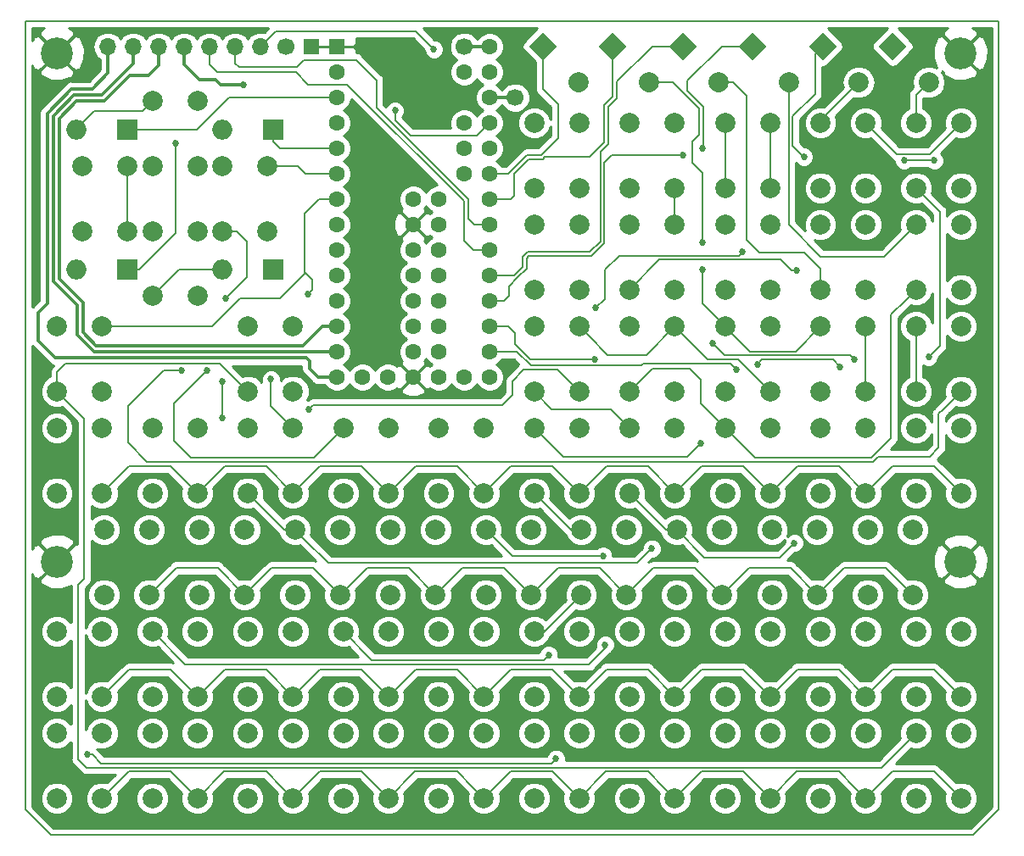
<source format=gbr>
%TF.GenerationSoftware,KiCad,Pcbnew,5.0.1-33cea8e~68~ubuntu16.04.1*%
%TF.CreationDate,2018-11-11T12:10:47-08:00*%
%TF.ProjectId,teensythumbboard,7465656E73797468756D62626F617264,rev?*%
%TF.SameCoordinates,PX68290a0PY463f660*%
%TF.FileFunction,Copper,L1,Top,Signal*%
%TF.FilePolarity,Positive*%
%FSLAX46Y46*%
G04 Gerber Fmt 4.6, Leading zero omitted, Abs format (unit mm)*
G04 Created by KiCad (PCBNEW 5.0.1-33cea8e~68~ubuntu16.04.1) date Sun 11 Nov 2018 12:10:47 PM PST*
%MOMM*%
%LPD*%
G01*
G04 APERTURE LIST*
%ADD10C,0.150000*%
%ADD11C,1.600000*%
%ADD12R,1.600000X1.600000*%
%ADD13C,1.700000*%
%ADD14O,2.000000X2.000000*%
%ADD15R,2.000000X2.000000*%
%ADD16C,2.000000*%
%ADD17C,2.000000*%
%ADD18C,3.200000*%
%ADD19O,1.700000X1.700000*%
%ADD20C,0.685800*%
%ADD21C,0.200000*%
%ADD22C,0.152400*%
%ADD23C,0.300000*%
%ADD24C,0.254000*%
G04 APERTURE END LIST*
D10*
X94615000Y-81280000D02*
X97155000Y-78740000D01*
X2540000Y-81280000D02*
X0Y-78740000D01*
X94615000Y-81280000D02*
X2540000Y-81280000D01*
X97155000Y0D02*
X97155000Y-78740000D01*
X0Y0D02*
X97155000Y0D01*
X0Y0D02*
X0Y-78740000D01*
D11*
X41275000Y-17780000D03*
X41275000Y-20320000D03*
X41275000Y-22860000D03*
X41275000Y-25400000D03*
X41275000Y-27940000D03*
X41275000Y-30480000D03*
X41275000Y-33020000D03*
X38735000Y-33020000D03*
X38735000Y-30480000D03*
X38735000Y-27940000D03*
X38735000Y-25400000D03*
X38735000Y-22860000D03*
X38735000Y-20320000D03*
X38735000Y-17780000D03*
D12*
X31115000Y-2540000D03*
D11*
X31115000Y-5080000D03*
X31115000Y-7620000D03*
X31115000Y-10160000D03*
X31115000Y-12700000D03*
X31115000Y-15240000D03*
X31115000Y-17780000D03*
X31115000Y-20320000D03*
X31115000Y-22860000D03*
X31115000Y-25400000D03*
X31115000Y-27940000D03*
X31115000Y-30480000D03*
X31115000Y-33020000D03*
X43815000Y-15240000D03*
X43815000Y-12700000D03*
X43815000Y-10160000D03*
X43815000Y-5080000D03*
X46355000Y-2540000D03*
X46355000Y-5080000D03*
X46355000Y-7620000D03*
X46355000Y-10160000D03*
X46355000Y-12700000D03*
X46355000Y-15240000D03*
X46355000Y-17780000D03*
X46355000Y-20320000D03*
X46355000Y-22860000D03*
X46355000Y-25400000D03*
X46355000Y-27940000D03*
X46355000Y-30480000D03*
X46355000Y-33020000D03*
X31115000Y-35560000D03*
X33655000Y-35560000D03*
X36195000Y-35560000D03*
X46355000Y-35560000D03*
X43815000Y-35560000D03*
X41275000Y-35560000D03*
X38735000Y-35560000D03*
D13*
X48895000Y-7620000D03*
D12*
X28575000Y-2540000D03*
D14*
X5080000Y-24765000D03*
D15*
X10160000Y-24765000D03*
D14*
X5080000Y-10795000D03*
D15*
X10160000Y-10795000D03*
D14*
X19685000Y-24765000D03*
D15*
X24765000Y-24765000D03*
D14*
X19685000Y-10795000D03*
D15*
X24765000Y-10795000D03*
D16*
X83185000Y-6096000D03*
D17*
X83185000Y-6096000D02*
X83185000Y-6096000D01*
D16*
X79592898Y-2503898D03*
D10*
G36*
X78178684Y-2503898D02*
X79592898Y-1089684D01*
X81007112Y-2503898D01*
X79592898Y-3918112D01*
X78178684Y-2503898D01*
X78178684Y-2503898D01*
G37*
D16*
X90170000Y-6096000D03*
D17*
X90170000Y-6096000D02*
X90170000Y-6096000D01*
D16*
X86577898Y-2503898D03*
D10*
G36*
X85163684Y-2503898D02*
X86577898Y-1089684D01*
X87992112Y-2503898D01*
X86577898Y-3918112D01*
X85163684Y-2503898D01*
X85163684Y-2503898D01*
G37*
D16*
X65622898Y-2503898D03*
D10*
G36*
X64208684Y-2503898D02*
X65622898Y-1089684D01*
X67037112Y-2503898D01*
X65622898Y-3918112D01*
X64208684Y-2503898D01*
X64208684Y-2503898D01*
G37*
D16*
X69215000Y-6096000D03*
D17*
X69215000Y-6096000D02*
X69215000Y-6096000D01*
D16*
X76200000Y-6096000D03*
D17*
X76200000Y-6096000D02*
X76200000Y-6096000D01*
D16*
X72607898Y-2503898D03*
D10*
G36*
X71193684Y-2503898D02*
X72607898Y-1089684D01*
X74022112Y-2503898D01*
X72607898Y-3918112D01*
X71193684Y-2503898D01*
X71193684Y-2503898D01*
G37*
D16*
X62230000Y-6096000D03*
D17*
X62230000Y-6096000D02*
X62230000Y-6096000D01*
D16*
X58637898Y-2503898D03*
D10*
G36*
X57223684Y-2503898D02*
X58637898Y-1089684D01*
X60052112Y-2503898D01*
X58637898Y-3918112D01*
X57223684Y-2503898D01*
X57223684Y-2503898D01*
G37*
D16*
X55245000Y-6096000D03*
D17*
X55245000Y-6096000D02*
X55245000Y-6096000D01*
D16*
X51652898Y-2503898D03*
D10*
G36*
X50238684Y-2503898D02*
X51652898Y-1089684D01*
X53067112Y-2503898D01*
X51652898Y-3918112D01*
X50238684Y-2503898D01*
X50238684Y-2503898D01*
G37*
D16*
X10215000Y-20978000D03*
X5715000Y-20978000D03*
X10215000Y-14478000D03*
X5715000Y-14478000D03*
X17200000Y-14478000D03*
X12700000Y-14478000D03*
X17200000Y-7978000D03*
X12700000Y-7978000D03*
X17200000Y-27455000D03*
X12700000Y-27455000D03*
X17200000Y-20955000D03*
X12700000Y-20955000D03*
X24185000Y-20978000D03*
X19685000Y-20978000D03*
X24185000Y-14478000D03*
X19685000Y-14478000D03*
X83875000Y-16660000D03*
X79375000Y-16660000D03*
X83875000Y-10160000D03*
X79375000Y-10160000D03*
X93400000Y-16660000D03*
X88900000Y-16660000D03*
X93400000Y-10160000D03*
X88900000Y-10160000D03*
X83875000Y-26820000D03*
X79375000Y-26820000D03*
X83875000Y-20320000D03*
X79375000Y-20320000D03*
X93400000Y-26820000D03*
X88900000Y-26820000D03*
X93400000Y-20320000D03*
X88900000Y-20320000D03*
X83875000Y-36980000D03*
X79375000Y-36980000D03*
X83875000Y-30480000D03*
X79375000Y-30480000D03*
X93400000Y-36980000D03*
X88900000Y-36980000D03*
X93400000Y-30480000D03*
X88900000Y-30480000D03*
X55300000Y-16660000D03*
X50800000Y-16660000D03*
X55300000Y-10160000D03*
X50800000Y-10160000D03*
X64825000Y-16660000D03*
X60325000Y-16660000D03*
X64825000Y-10160000D03*
X60325000Y-10160000D03*
X74350000Y-16660000D03*
X69850000Y-16660000D03*
X74350000Y-10160000D03*
X69850000Y-10160000D03*
X55300000Y-26820000D03*
X50800000Y-26820000D03*
X55300000Y-20320000D03*
X50800000Y-20320000D03*
X64825000Y-26820000D03*
X60325000Y-26820000D03*
X64825000Y-20320000D03*
X60325000Y-20320000D03*
X74350000Y-26820000D03*
X69850000Y-26820000D03*
X74350000Y-20320000D03*
X69850000Y-20320000D03*
X55300000Y-36980000D03*
X50800000Y-36980000D03*
X55300000Y-30480000D03*
X50800000Y-30480000D03*
X64825000Y-36980000D03*
X60325000Y-36980000D03*
X64825000Y-30480000D03*
X60325000Y-30480000D03*
X74350000Y-36980000D03*
X69850000Y-36980000D03*
X74350000Y-30480000D03*
X69850000Y-30480000D03*
X7675000Y-36980000D03*
X3175000Y-36980000D03*
X7675000Y-30480000D03*
X3175000Y-30480000D03*
X7675000Y-47140000D03*
X3175000Y-47140000D03*
X7675000Y-40640000D03*
X3175000Y-40640000D03*
X17200000Y-47140000D03*
X12700000Y-47140000D03*
X17200000Y-40640000D03*
X12700000Y-40640000D03*
X26725000Y-47140000D03*
X22225000Y-47140000D03*
X26725000Y-40640000D03*
X22225000Y-40640000D03*
X36250000Y-47140000D03*
X31750000Y-47140000D03*
X36250000Y-40640000D03*
X31750000Y-40640000D03*
X45775000Y-47140000D03*
X41275000Y-47140000D03*
X45775000Y-40640000D03*
X41275000Y-40640000D03*
X55300000Y-47140000D03*
X50800000Y-47140000D03*
X55300000Y-40640000D03*
X50800000Y-40640000D03*
X64825000Y-47140000D03*
X60325000Y-47140000D03*
X64825000Y-40640000D03*
X60325000Y-40640000D03*
X74350000Y-47140000D03*
X69850000Y-47140000D03*
X74350000Y-40640000D03*
X69850000Y-40640000D03*
X83875000Y-47140000D03*
X79375000Y-47140000D03*
X83875000Y-40640000D03*
X79375000Y-40640000D03*
X93400000Y-47140000D03*
X88900000Y-47140000D03*
X93400000Y-40640000D03*
X88900000Y-40640000D03*
X12374000Y-57300000D03*
X7874000Y-57300000D03*
X12374000Y-50800000D03*
X7874000Y-50800000D03*
X21899000Y-57300000D03*
X17399000Y-57300000D03*
X21899000Y-50800000D03*
X17399000Y-50800000D03*
X31424000Y-57300000D03*
X26924000Y-57300000D03*
X31424000Y-50800000D03*
X26924000Y-50800000D03*
X40949000Y-57300000D03*
X36449000Y-57300000D03*
X40949000Y-50800000D03*
X36449000Y-50800000D03*
X50474000Y-57300000D03*
X45974000Y-57300000D03*
X50474000Y-50800000D03*
X45974000Y-50800000D03*
X59999000Y-57300000D03*
X55499000Y-57300000D03*
X59999000Y-50800000D03*
X55499000Y-50800000D03*
X69524000Y-57300000D03*
X65024000Y-57300000D03*
X69524000Y-50800000D03*
X65024000Y-50800000D03*
X79049000Y-57300000D03*
X74549000Y-57300000D03*
X79049000Y-50800000D03*
X74549000Y-50800000D03*
X88574000Y-57300000D03*
X84074000Y-57300000D03*
X88574000Y-50800000D03*
X84074000Y-50800000D03*
X26725000Y-36980000D03*
X22225000Y-36980000D03*
X26725000Y-30480000D03*
X22225000Y-30480000D03*
X7675000Y-67460000D03*
X3175000Y-67460000D03*
X7675000Y-60960000D03*
X3175000Y-60960000D03*
X17200000Y-67460000D03*
X12700000Y-67460000D03*
X17200000Y-60960000D03*
X12700000Y-60960000D03*
X26725000Y-67460000D03*
X22225000Y-67460000D03*
X26725000Y-60960000D03*
X22225000Y-60960000D03*
X36250000Y-67460000D03*
X31750000Y-67460000D03*
X36250000Y-60960000D03*
X31750000Y-60960000D03*
X45775000Y-67460000D03*
X41275000Y-67460000D03*
X45775000Y-60960000D03*
X41275000Y-60960000D03*
X55300000Y-67460000D03*
X50800000Y-67460000D03*
X55300000Y-60960000D03*
X50800000Y-60960000D03*
X64825000Y-67460000D03*
X60325000Y-67460000D03*
X64825000Y-60960000D03*
X60325000Y-60960000D03*
X74350000Y-67460000D03*
X69850000Y-67460000D03*
X74350000Y-60960000D03*
X69850000Y-60960000D03*
X83875000Y-67460000D03*
X79375000Y-67460000D03*
X83875000Y-60960000D03*
X79375000Y-60960000D03*
X93400000Y-67460000D03*
X88900000Y-67460000D03*
X93400000Y-60960000D03*
X88900000Y-60960000D03*
D18*
X3175000Y-53975000D03*
X93345000Y-53975000D03*
X3175000Y-3175000D03*
D16*
X7675000Y-77620000D03*
X3175000Y-77620000D03*
X7675000Y-71120000D03*
X3175000Y-71120000D03*
X17200000Y-77620000D03*
X12700000Y-77620000D03*
X17200000Y-71120000D03*
X12700000Y-71120000D03*
X26725000Y-77620000D03*
X22225000Y-77620000D03*
X26725000Y-71120000D03*
X22225000Y-71120000D03*
X36250000Y-77620000D03*
X31750000Y-77620000D03*
X36250000Y-71120000D03*
X31750000Y-71120000D03*
X45775000Y-77620000D03*
X41275000Y-77620000D03*
X45775000Y-71120000D03*
X41275000Y-71120000D03*
X55300000Y-77620000D03*
X50800000Y-77620000D03*
X55300000Y-71120000D03*
X50800000Y-71120000D03*
X64825000Y-77620000D03*
X60325000Y-77620000D03*
X64825000Y-71120000D03*
X60325000Y-71120000D03*
X74350000Y-77620000D03*
X69850000Y-77620000D03*
X74350000Y-71120000D03*
X69850000Y-71120000D03*
X83875000Y-77620000D03*
X79375000Y-77620000D03*
X83875000Y-71120000D03*
X79375000Y-71120000D03*
X93400000Y-77620000D03*
X88900000Y-77620000D03*
X93400000Y-71120000D03*
X88900000Y-71120000D03*
D18*
X93345000Y-3175000D03*
D13*
X26035000Y-2540000D03*
D19*
X23495000Y-2540000D03*
X20955000Y-2540000D03*
X18415000Y-2540000D03*
X15875000Y-2540000D03*
X13335000Y-2540000D03*
X10795000Y-2540000D03*
X8255000Y-2540000D03*
D13*
X43815000Y-2540000D03*
D20*
X15595600Y-34848800D03*
X6223000Y-73253600D03*
X52984400Y-73660000D03*
X57886600Y-62280800D03*
X62534800Y-52679600D03*
X19977100Y-27698700D03*
X52247800Y-63322200D03*
X18148300Y-34886900D03*
X76962000Y-24917400D03*
X57683400Y-53416200D03*
X67462400Y-42176700D03*
X68579999Y-32181800D03*
X82753200Y-33807400D03*
X90170002Y-33528000D03*
X76771500Y-52120800D03*
X67564000Y-22059900D03*
X67564000Y-24790400D03*
X28270200Y-38785800D03*
X28194000Y-27228800D03*
X24536400Y-35763200D03*
X19685000Y-35941000D03*
X19685000Y-39624000D03*
X14985994Y-12192000D03*
X77724000Y-13538200D03*
X71602600Y-23063200D03*
X56964300Y-28625800D03*
X56870600Y-33756600D03*
X71018400Y-34823400D03*
X73101200Y-34264600D03*
X81330800Y-34518600D03*
X87706200Y-13901700D03*
X90728800Y-13919200D03*
X65684400Y-13360400D03*
X67614800Y-12700000D03*
X38735000Y-3810000D03*
X34925000Y-3810000D03*
X40792400Y-2794000D03*
X36906200Y-8915400D03*
X21793200Y-6324600D03*
D21*
X10215000Y-14478000D02*
X10215000Y-20978000D01*
X27940000Y-15240000D02*
X31115000Y-15240000D01*
X27178000Y-14478000D02*
X27940000Y-15240000D01*
X24185000Y-14478000D02*
X27178000Y-14478000D01*
X90301200Y-13258800D02*
X92400001Y-11159999D01*
X92400001Y-11159999D02*
X93400000Y-10160000D01*
X86973800Y-13258800D02*
X90301200Y-13258800D01*
X83875000Y-10160000D02*
X86973800Y-13258800D01*
X83875000Y-30480000D02*
X83875000Y-36980000D01*
X93400000Y-36980000D02*
X91619600Y-38760400D01*
X10236200Y-42075100D02*
X10236200Y-38442900D01*
X10236200Y-38442900D02*
X13830300Y-34848800D01*
X84614299Y-44018200D02*
X12179300Y-44018200D01*
X12179300Y-44018200D02*
X10236200Y-42075100D01*
X91619600Y-38760400D02*
X91617800Y-38760400D01*
X91617800Y-38760400D02*
X91160600Y-39217600D01*
X91160600Y-39217600D02*
X91160600Y-42595800D01*
X91160600Y-42595800D02*
X90271600Y-43484800D01*
X13830300Y-34848800D02*
X15595600Y-34848800D01*
X90271600Y-43484800D02*
X85147699Y-43484800D01*
X85147699Y-43484800D02*
X84614299Y-44018200D01*
X5080000Y-21613000D02*
X5715000Y-20978000D01*
X6707933Y-73253600D02*
X6223000Y-73253600D01*
X7596933Y-74142600D02*
X6707933Y-73253600D01*
X13563600Y-74142600D02*
X7596933Y-74142600D01*
X52501800Y-74142600D02*
X52984400Y-73660000D01*
X13563600Y-74142600D02*
X52501800Y-74142600D01*
X15957510Y-64217510D02*
X56292710Y-64217510D01*
X12700000Y-60960000D02*
X15957510Y-64217510D01*
X57886600Y-62623620D02*
X57886600Y-62280800D01*
X56292710Y-64217510D02*
X57886600Y-62623620D01*
X6897001Y-8977999D02*
X6079999Y-9795001D01*
X6079999Y-9795001D02*
X5080000Y-10795000D01*
X12700000Y-7978000D02*
X11700001Y-8977999D01*
X11700001Y-8977999D02*
X6897001Y-8977999D01*
X15390000Y-24765000D02*
X12700000Y-27455000D01*
X19685000Y-24765000D02*
X15390000Y-24765000D01*
X19685000Y-24765000D02*
X16510000Y-24765000D01*
X25885000Y-50800000D02*
X26924000Y-50800000D01*
X22225000Y-47140000D02*
X25885000Y-50800000D01*
X62534800Y-52679600D02*
X61080690Y-54133710D01*
X30257710Y-54133710D02*
X27923999Y-51799999D01*
X27923999Y-51799999D02*
X26924000Y-50800000D01*
X61080690Y-54133710D02*
X30257710Y-54133710D01*
X69850000Y-10160000D02*
X69850000Y-16660000D01*
X21099213Y-20978000D02*
X22110700Y-21989487D01*
X19685000Y-20978000D02*
X21099213Y-20978000D01*
X22110700Y-25565100D02*
X19977100Y-27698700D01*
X22110700Y-21989487D02*
X22110700Y-25565100D01*
X31750000Y-60960000D02*
X34594800Y-63804800D01*
X34594800Y-63804800D02*
X51056457Y-63804800D01*
X51765200Y-63804800D02*
X52247800Y-63322200D01*
X51056457Y-63804800D02*
X51765200Y-63804800D01*
X14859000Y-41935400D02*
X16535400Y-43611800D01*
X28778200Y-43611800D02*
X31750000Y-40640000D01*
X18148300Y-34886900D02*
X14859000Y-38176200D01*
X16535400Y-43611800D02*
X28778200Y-43611800D01*
X14859000Y-38176200D02*
X14859000Y-41935400D01*
X79375000Y-9906000D02*
X79375000Y-10160000D01*
X83185000Y-6096000D02*
X79375000Y-9906000D01*
X76477067Y-24917400D02*
X76962000Y-24917400D01*
X63319800Y-23825200D02*
X75384867Y-23825200D01*
X60325000Y-26820000D02*
X63319800Y-23825200D01*
X75384867Y-23825200D02*
X76477067Y-24917400D01*
X57198467Y-53416200D02*
X57683400Y-53416200D01*
X45974000Y-50800000D02*
X48590200Y-53416200D01*
X48590200Y-53416200D02*
X57198467Y-53416200D01*
X88900000Y-7366000D02*
X88900000Y-10160000D01*
X90170000Y-6096000D02*
X88900000Y-7366000D01*
X66090800Y-43548300D02*
X53708300Y-43548300D01*
X53708300Y-43548300D02*
X50800000Y-40640000D01*
X67462400Y-42176700D02*
X66090800Y-43548300D01*
X54460000Y-50800000D02*
X55499000Y-50800000D01*
X50800000Y-47140000D02*
X54460000Y-50800000D01*
X51839000Y-60960000D02*
X50800000Y-60960000D01*
X55499000Y-57300000D02*
X51839000Y-60960000D01*
X82410301Y-33464501D02*
X82753200Y-33807400D01*
X68579999Y-32181800D02*
X69786499Y-33388300D01*
X69786499Y-33388300D02*
X82334100Y-33388300D01*
X82334100Y-33388300D02*
X82410301Y-33464501D01*
X91262200Y-32435802D02*
X90170002Y-33528000D01*
X91262200Y-19022200D02*
X91262200Y-32435802D01*
X88900000Y-16660000D02*
X91262200Y-19022200D01*
X58420000Y-38735000D02*
X60325000Y-40640000D01*
X52555000Y-38735000D02*
X58420000Y-38735000D01*
X50800000Y-36980000D02*
X52555000Y-38735000D01*
X67792600Y-53568600D02*
X65024000Y-50800000D01*
X75323700Y-53568600D02*
X67792600Y-53568600D01*
X76771500Y-52120800D02*
X75323700Y-53568600D01*
X69215000Y-6096000D02*
X70624700Y-6096000D01*
X70624700Y-6096000D02*
X72009000Y-7480300D01*
X72009000Y-7480300D02*
X72009000Y-21844000D01*
X72009000Y-21844000D02*
X73291700Y-23126700D01*
X73291700Y-23126700D02*
X77774800Y-23126700D01*
X77774800Y-23126700D02*
X79375000Y-24726900D01*
X79375000Y-24726900D02*
X79375000Y-26820000D01*
X63985000Y-50800000D02*
X65024000Y-50800000D01*
X60325000Y-47140000D02*
X63985000Y-50800000D01*
X60325000Y-36980000D02*
X62608600Y-34696400D01*
X62608600Y-34696400D02*
X66306700Y-34696400D01*
X66306700Y-34696400D02*
X67424300Y-35814000D01*
X67424300Y-38214300D02*
X69850000Y-40640000D01*
X67424300Y-35814000D02*
X67424300Y-38214300D01*
X76200000Y-20320000D02*
X79375000Y-23495000D01*
X87900001Y-21319999D02*
X88900000Y-20320000D01*
X79375000Y-23495000D02*
X85725000Y-23495000D01*
X76200000Y-6350000D02*
X76200000Y-20320000D01*
X85725000Y-23495000D02*
X87900001Y-21319999D01*
X69850000Y-40640000D02*
X72821800Y-43611800D01*
X84455000Y-43611800D02*
X86398100Y-41668700D01*
X72821800Y-43611800D02*
X84455000Y-43611800D01*
X86398100Y-41668700D02*
X86398100Y-29321900D01*
X86398100Y-29321900D02*
X87900001Y-27819999D01*
X87900001Y-27819999D02*
X88900000Y-26820000D01*
X68850001Y-29480001D02*
X69850000Y-30480000D01*
X67564000Y-28194000D02*
X68850001Y-29480001D01*
X67564000Y-24790400D02*
X67564000Y-28194000D01*
X72351900Y-32981900D02*
X70849999Y-31479999D01*
X70849999Y-31479999D02*
X69850000Y-30480000D01*
X76873100Y-32981900D02*
X72351900Y-32981900D01*
X79375000Y-30480000D02*
X76873100Y-32981900D01*
X64643000Y-6096000D02*
X62230000Y-6096000D01*
X67259200Y-8712200D02*
X64643000Y-6096000D01*
X67259200Y-11379200D02*
X67259200Y-8712200D01*
X67564000Y-22059900D02*
X67564000Y-15138400D01*
X66598800Y-14173200D02*
X66598800Y-12039600D01*
X67564000Y-15138400D02*
X66598800Y-14173200D01*
X66598800Y-12039600D02*
X67259200Y-11379200D01*
X4174999Y-37979999D02*
X3175000Y-36980000D01*
X5308600Y-56311800D02*
X5892800Y-55727600D01*
X5892800Y-39697800D02*
X4174999Y-37979999D01*
X6109706Y-74549000D02*
X5308600Y-73747894D01*
X88900000Y-71120000D02*
X85471000Y-74549000D01*
X5892800Y-55727600D02*
X5892800Y-39697800D01*
X5308600Y-73747894D02*
X5308600Y-56311800D01*
X85471000Y-74549000D02*
X6109706Y-74549000D01*
X88900000Y-30480000D02*
X88900000Y-36980000D01*
D22*
X4013200Y-34213800D02*
X19458800Y-34213800D01*
X3175000Y-36980000D02*
X3175000Y-35052000D01*
X19458800Y-34213800D02*
X22225000Y-36980000D01*
X3175000Y-35052000D02*
X4013200Y-34213800D01*
D21*
X7675000Y-30480000D02*
X18669000Y-30480000D01*
X21463000Y-27686000D02*
X25400000Y-27686000D01*
X18669000Y-30480000D02*
X21463000Y-27686000D01*
X25400000Y-27686000D02*
X27940000Y-25146000D01*
X64825000Y-18074213D02*
X64825000Y-20320000D01*
X64825000Y-16660000D02*
X64825000Y-18074213D01*
X56299999Y-31479999D02*
X55300000Y-30480000D01*
X58144800Y-33324800D02*
X56299999Y-31479999D01*
X61980200Y-33324800D02*
X58144800Y-33324800D01*
X64825000Y-30480000D02*
X61980200Y-33324800D01*
X71158310Y-33788310D02*
X73350001Y-35980001D01*
X68133310Y-33788310D02*
X71158310Y-33788310D01*
X73350001Y-35980001D02*
X74350000Y-36980000D01*
X64825000Y-30480000D02*
X68133310Y-33788310D01*
X74350000Y-10160000D02*
X74350000Y-16660000D01*
X28625800Y-25831800D02*
X27940000Y-25146000D01*
X30200600Y-38328600D02*
X29565600Y-38328600D01*
X30200600Y-38328600D02*
X28727400Y-38328600D01*
X28727400Y-38328600D02*
X28270200Y-38785800D01*
X28625800Y-26797000D02*
X28194000Y-27228800D01*
X28625800Y-25831800D02*
X28625800Y-26797000D01*
X47650400Y-38328600D02*
X30200600Y-38328600D01*
X48615600Y-37363400D02*
X47650400Y-38328600D01*
X55300000Y-36980000D02*
X53143400Y-34823400D01*
X48615600Y-35941000D02*
X48615600Y-37363400D01*
X53143400Y-34823400D02*
X49733200Y-34823400D01*
X49733200Y-34823400D02*
X48615600Y-35941000D01*
X27889200Y-19227800D02*
X29337000Y-17780000D01*
X27889200Y-25095200D02*
X27889200Y-19227800D01*
X29337000Y-17780000D02*
X31115000Y-17780000D01*
X27940000Y-25146000D02*
X27889200Y-25095200D01*
X14510000Y-44450000D02*
X17200000Y-47140000D01*
X10365000Y-44450000D02*
X14510000Y-44450000D01*
X7675000Y-47140000D02*
X10365000Y-44450000D01*
X33560000Y-44450000D02*
X36250000Y-47140000D01*
X29415000Y-44450000D02*
X33560000Y-44450000D01*
X26725000Y-47140000D02*
X29415000Y-44450000D01*
X43085000Y-44450000D02*
X45775000Y-47140000D01*
X38940000Y-44450000D02*
X43085000Y-44450000D01*
X36250000Y-47140000D02*
X38940000Y-44450000D01*
X52610000Y-44450000D02*
X55300000Y-47140000D01*
X48465000Y-44450000D02*
X52610000Y-44450000D01*
X45775000Y-47140000D02*
X48465000Y-44450000D01*
X62135000Y-44450000D02*
X64825000Y-47140000D01*
X57990000Y-44450000D02*
X62135000Y-44450000D01*
X55300000Y-47140000D02*
X57990000Y-44450000D01*
X71660000Y-44450000D02*
X74350000Y-47140000D01*
X67515000Y-44450000D02*
X71660000Y-44450000D01*
X64825000Y-47140000D02*
X67515000Y-44450000D01*
X90710000Y-44450000D02*
X93400000Y-47140000D01*
X86565000Y-44450000D02*
X90710000Y-44450000D01*
X83875000Y-47140000D02*
X86565000Y-44450000D01*
X17200000Y-47140000D02*
X19890000Y-44450000D01*
X19890000Y-44450000D02*
X24035000Y-44450000D01*
X24035000Y-44450000D02*
X26725000Y-47140000D01*
X81185000Y-44450000D02*
X83875000Y-47140000D01*
X74350000Y-47140000D02*
X77040000Y-44450000D01*
X77040000Y-44450000D02*
X81185000Y-44450000D01*
X24536400Y-38451400D02*
X24536400Y-36248133D01*
X26725000Y-40640000D02*
X24536400Y-38451400D01*
X24536400Y-36248133D02*
X24536400Y-35763200D01*
X85884000Y-54610000D02*
X88574000Y-57300000D01*
X81739000Y-54610000D02*
X85884000Y-54610000D01*
X79049000Y-57300000D02*
X81739000Y-54610000D01*
X76359000Y-54610000D02*
X79049000Y-57300000D01*
X72214000Y-54610000D02*
X76359000Y-54610000D01*
X69524000Y-57300000D02*
X72214000Y-54610000D01*
X66834000Y-54610000D02*
X69524000Y-57300000D01*
X62689000Y-54610000D02*
X66834000Y-54610000D01*
X59999000Y-57300000D02*
X62689000Y-54610000D01*
X47784000Y-54610000D02*
X50474000Y-57300000D01*
X43639000Y-54610000D02*
X47784000Y-54610000D01*
X40949000Y-57300000D02*
X43639000Y-54610000D01*
X38259000Y-54610000D02*
X40949000Y-57300000D01*
X34114000Y-54610000D02*
X38259000Y-54610000D01*
X31424000Y-57300000D02*
X34114000Y-54610000D01*
X28734000Y-54610000D02*
X31424000Y-57300000D01*
X24589000Y-54610000D02*
X28734000Y-54610000D01*
X21899000Y-57300000D02*
X24589000Y-54610000D01*
X19209000Y-54610000D02*
X21899000Y-57300000D01*
X15064000Y-54610000D02*
X19209000Y-54610000D01*
X12374000Y-57300000D02*
X15064000Y-54610000D01*
X57309000Y-54610000D02*
X59999000Y-57300000D01*
X53164000Y-54610000D02*
X57309000Y-54610000D01*
X50474000Y-57300000D02*
X53164000Y-54610000D01*
X14510000Y-64770000D02*
X17200000Y-67460000D01*
X10365000Y-64770000D02*
X14510000Y-64770000D01*
X7675000Y-67460000D02*
X10365000Y-64770000D01*
X24035000Y-64770000D02*
X26725000Y-67460000D01*
X19890000Y-64770000D02*
X24035000Y-64770000D01*
X17200000Y-67460000D02*
X19890000Y-64770000D01*
X33560000Y-64770000D02*
X36250000Y-67460000D01*
X29415000Y-64770000D02*
X33560000Y-64770000D01*
X26725000Y-67460000D02*
X29415000Y-64770000D01*
X43085000Y-64770000D02*
X45775000Y-67460000D01*
X38940000Y-64770000D02*
X43085000Y-64770000D01*
X36250000Y-67460000D02*
X38940000Y-64770000D01*
X52610000Y-64770000D02*
X55300000Y-67460000D01*
X48465000Y-64770000D02*
X52610000Y-64770000D01*
X45775000Y-67460000D02*
X48465000Y-64770000D01*
X62135000Y-64770000D02*
X64825000Y-67460000D01*
X57990000Y-64770000D02*
X62135000Y-64770000D01*
X55300000Y-67460000D02*
X57990000Y-64770000D01*
X71660000Y-64770000D02*
X74350000Y-67460000D01*
X67515000Y-64770000D02*
X71660000Y-64770000D01*
X64825000Y-67460000D02*
X67515000Y-64770000D01*
X81185000Y-64770000D02*
X83875000Y-67460000D01*
X77040000Y-64770000D02*
X81185000Y-64770000D01*
X74350000Y-67460000D02*
X77040000Y-64770000D01*
X90710000Y-64770000D02*
X93400000Y-67460000D01*
X86565000Y-64770000D02*
X90710000Y-64770000D01*
X83875000Y-67460000D02*
X86565000Y-64770000D01*
X19685000Y-35941000D02*
X19685000Y-39624000D01*
X10160000Y-24765000D02*
X11360000Y-24765000D01*
X11360000Y-24765000D02*
X14985994Y-21139006D01*
X14985994Y-21139006D02*
X14985994Y-12192000D01*
X10160000Y-10795000D02*
X17145000Y-10795000D01*
X17145000Y-10795000D02*
X20320000Y-7620000D01*
X20320000Y-7620000D02*
X31115000Y-7620000D01*
X25470000Y-12700000D02*
X31115000Y-12700000D01*
X24765000Y-11995000D02*
X25470000Y-12700000D01*
X24765000Y-10795000D02*
X24765000Y-11995000D01*
X78815081Y-3281715D02*
X78815081Y-7265519D01*
X79592898Y-2503898D02*
X78815081Y-3281715D01*
X78815081Y-7265519D02*
X76600010Y-9480590D01*
X76600010Y-9480590D02*
X76600010Y-12414210D01*
X76600010Y-12414210D02*
X77444600Y-13258800D01*
X77444600Y-13258800D02*
X77724000Y-13538200D01*
X71259701Y-23406099D02*
X70167499Y-23406099D01*
X71602600Y-23063200D02*
X71259701Y-23406099D01*
X70167499Y-23406099D02*
X62750701Y-23406099D01*
X62750701Y-23406099D02*
X62712600Y-23444200D01*
X62712600Y-23444200D02*
X59258200Y-23444200D01*
X59258200Y-23444200D02*
X57861200Y-24841200D01*
X57861200Y-27728900D02*
X56964300Y-28625800D01*
X57861200Y-24841200D02*
X57861200Y-27728900D01*
X48234600Y-30480000D02*
X46355000Y-30480000D01*
X56870600Y-33756600D02*
X50393600Y-33756600D01*
X48869600Y-32232600D02*
X48869600Y-31115000D01*
X48869600Y-31115000D02*
X48234600Y-30480000D01*
X50393600Y-33756600D02*
X48869600Y-32232600D01*
X80619600Y-33807400D02*
X81330800Y-34518600D01*
X73558400Y-33807400D02*
X80619600Y-33807400D01*
X73101200Y-34264600D02*
X73558400Y-33807400D01*
X90711300Y-13901700D02*
X90728800Y-13919200D01*
X87706200Y-13901700D02*
X90711300Y-13901700D01*
X61696680Y-34188320D02*
X70383320Y-34188320D01*
X46355000Y-33020000D02*
X49072800Y-33020000D01*
X70383320Y-34188320D02*
X71018400Y-34823400D01*
X50452301Y-34399501D02*
X61485499Y-34399501D01*
X49072800Y-33020000D02*
X50452301Y-34399501D01*
X61485499Y-34399501D02*
X61696680Y-34188320D01*
X62570902Y-2503898D02*
X65622898Y-2503898D01*
X49631600Y-23545800D02*
X50114200Y-23063200D01*
X49631600Y-24536400D02*
X49631600Y-23545800D01*
X48768000Y-25400000D02*
X49631600Y-24536400D01*
X46355000Y-25400000D02*
X48768000Y-25400000D01*
X50114200Y-23063200D02*
X56337200Y-23063200D01*
X56337200Y-23063200D02*
X57404000Y-21996400D01*
X57404000Y-21996400D02*
X57404000Y-13011698D01*
X58185010Y-8547688D02*
X59037908Y-7694791D01*
X57404000Y-13011698D02*
X58185010Y-12230689D01*
X59037908Y-6036892D02*
X62570902Y-2503898D01*
X59037908Y-7694791D02*
X59037908Y-6036892D01*
X58185010Y-12230689D02*
X58185010Y-8547688D01*
X47769213Y-27940000D02*
X48260000Y-27449213D01*
X46355000Y-27940000D02*
X47769213Y-27940000D01*
X48260000Y-26473699D02*
X49168010Y-25565689D01*
X48260000Y-27449213D02*
X48260000Y-26473699D01*
X49168010Y-25565688D02*
X50031610Y-24702089D01*
X49168010Y-25565689D02*
X49168010Y-25565688D01*
X50031610Y-23711488D02*
X50279888Y-23463210D01*
X50031610Y-24702089D02*
X50031610Y-23711488D01*
X50279888Y-23463210D02*
X55676800Y-23463210D01*
X56502889Y-23463210D02*
X57804010Y-22162089D01*
X55676800Y-23463210D02*
X56502889Y-23463210D01*
X57804010Y-14351000D02*
X57804010Y-14103390D01*
X57804010Y-22162089D02*
X57804010Y-14351000D01*
X58547000Y-13360400D02*
X65684400Y-13360400D01*
X57804010Y-14103390D02*
X58547000Y-13360400D01*
X69505102Y-2503898D02*
X72607898Y-2503898D01*
X66090800Y-5918200D02*
X69505102Y-2503898D01*
X67614800Y-12700000D02*
X67659210Y-12655590D01*
X67659210Y-12655590D02*
X67659210Y-8546511D01*
X67659210Y-8546511D02*
X66090800Y-6978102D01*
X66090800Y-6978102D02*
X66090800Y-5918200D01*
X48793400Y-15246898D02*
X50254488Y-13785810D01*
X58637898Y-7529102D02*
X58637898Y-2503898D01*
X50254488Y-13785810D02*
X51651489Y-13785810D01*
X56298511Y-13551489D02*
X57785000Y-12065000D01*
X48793400Y-17424400D02*
X48793400Y-15246898D01*
X46355000Y-17780000D02*
X48437800Y-17780000D01*
X51651489Y-13785810D02*
X51885810Y-13551489D01*
X57785000Y-8382000D02*
X58637898Y-7529102D01*
X48437800Y-17780000D02*
X48793400Y-17424400D01*
X51885810Y-13551489D02*
X56298511Y-13551489D01*
X57785000Y-12065000D02*
X57785000Y-8382000D01*
X48234600Y-15240000D02*
X46355000Y-15240000D01*
X50088800Y-13385800D02*
X48234600Y-15240000D01*
X51485800Y-13385800D02*
X50088800Y-13385800D01*
X53162200Y-11709400D02*
X51485800Y-13385800D01*
X51638200Y-6756400D02*
X53162200Y-8280400D01*
X51652898Y-2503898D02*
X51638200Y-2518596D01*
X51638200Y-2518596D02*
X51638200Y-6756400D01*
X53162200Y-8280400D02*
X53162200Y-11709400D01*
X90710000Y-74930000D02*
X93400000Y-77620000D01*
X86565000Y-74930000D02*
X90710000Y-74930000D01*
X83875000Y-77620000D02*
X86565000Y-74930000D01*
X45775000Y-77620000D02*
X48445989Y-74949011D01*
X24054011Y-74949011D02*
X25725001Y-76620001D01*
X67495989Y-74949011D02*
X71679011Y-74949011D01*
X44775001Y-76620001D02*
X45775000Y-77620000D01*
X81204011Y-74949011D02*
X82875001Y-76620001D01*
X64825000Y-77620000D02*
X67495989Y-74949011D01*
X48445989Y-74949011D02*
X52629011Y-74949011D01*
X43104011Y-74949011D02*
X44775001Y-76620001D01*
X77020989Y-74949011D02*
X81204011Y-74949011D01*
X38920989Y-74949011D02*
X43104011Y-74949011D01*
X62154011Y-74949011D02*
X63825001Y-76620001D01*
X10345989Y-74949011D02*
X14529011Y-74949011D01*
X52629011Y-74949011D02*
X54300001Y-76620001D01*
X63825001Y-76620001D02*
X64825000Y-77620000D01*
X26725000Y-77620000D02*
X29395989Y-74949011D01*
X71679011Y-74949011D02*
X73350001Y-76620001D01*
X29395989Y-74949011D02*
X33579011Y-74949011D01*
X17200000Y-77620000D02*
X19870989Y-74949011D01*
X16200001Y-76620001D02*
X17200000Y-77620000D01*
X7675000Y-77620000D02*
X10345989Y-74949011D01*
X19870989Y-74949011D02*
X24054011Y-74949011D01*
X35250001Y-76620001D02*
X36250000Y-77620000D01*
X25725001Y-76620001D02*
X26725000Y-77620000D01*
X74350000Y-77620000D02*
X77020989Y-74949011D01*
X33579011Y-74949011D02*
X35250001Y-76620001D01*
X14529011Y-74949011D02*
X16200001Y-76620001D01*
X57970989Y-74949011D02*
X62154011Y-74949011D01*
X55300000Y-77620000D02*
X57970989Y-74949011D01*
X73350001Y-76620001D02*
X74350000Y-77620000D01*
X82875001Y-76620001D02*
X83875000Y-77620000D01*
X36250000Y-77620000D02*
X38920989Y-74949011D01*
X54300001Y-76620001D02*
X55300000Y-77620000D01*
X23495000Y-2540000D02*
X25044400Y-990600D01*
X38989000Y-990600D02*
X40792400Y-2794000D01*
X25044400Y-990600D02*
X38989000Y-990600D01*
X45085000Y-11430000D02*
X46355000Y-10160000D01*
X38430200Y-11430000D02*
X45085000Y-11430000D01*
X36906200Y-9906000D02*
X38430200Y-11430000D01*
X36906200Y-8915400D02*
X36906200Y-9906000D01*
X27101800Y-4597400D02*
X27838400Y-3860800D01*
X44196000Y-17805400D02*
X44196000Y-19710400D01*
X44805600Y-20320000D02*
X46355000Y-20320000D01*
X21336000Y-4597400D02*
X27101800Y-4597400D01*
X20955000Y-4216400D02*
X21336000Y-4597400D01*
X20955000Y-2540000D02*
X20955000Y-4216400D01*
X35052000Y-5892800D02*
X35052000Y-8661400D01*
X27838400Y-3860800D02*
X33020000Y-3860800D01*
X35052000Y-8661400D02*
X44196000Y-17805400D01*
X33020000Y-3860800D02*
X35052000Y-5892800D01*
X44196000Y-19710400D02*
X44805600Y-20320000D01*
X44704000Y-22860000D02*
X46355000Y-22860000D01*
X43789600Y-17983200D02*
X43789600Y-21945600D01*
X32131000Y-6324600D02*
X43789600Y-17983200D01*
X28244800Y-6324600D02*
X32131000Y-6324600D01*
X18415000Y-2540000D02*
X18415000Y-4343400D01*
X43789600Y-21945600D02*
X44704000Y-22860000D01*
X19151600Y-5080000D02*
X27000200Y-5080000D01*
X18415000Y-4343400D02*
X19151600Y-5080000D01*
X27000200Y-5080000D02*
X28244800Y-6324600D01*
D23*
X18977200Y-5820000D02*
X17351600Y-5820000D01*
X19481800Y-6324600D02*
X18977200Y-5820000D01*
X17351600Y-5820000D02*
X15875000Y-4343400D01*
X21793200Y-6324600D02*
X19481800Y-6324600D01*
X15875000Y-4343400D02*
X15875000Y-2540000D01*
X29983630Y-35560000D02*
X31115000Y-35560000D01*
X29235400Y-35560000D02*
X29983630Y-35560000D01*
X28067000Y-33629600D02*
X28371800Y-33934400D01*
X3022600Y-33629600D02*
X28067000Y-33629600D01*
X1270000Y-29133800D02*
X1270000Y-31877000D01*
X2197180Y-28206620D02*
X1270000Y-29133800D01*
X28371800Y-34696400D02*
X29235400Y-35560000D01*
X8255000Y-2540000D02*
X8255000Y-5181600D01*
X2197180Y-9193622D02*
X2197180Y-28206620D01*
X1270000Y-31877000D02*
X3022600Y-33629600D01*
X8255000Y-5181600D02*
X6680200Y-6756400D01*
X4634402Y-6756401D02*
X2197180Y-9193622D01*
X6680200Y-6756400D02*
X4634402Y-6756401D01*
X28371800Y-33934400D02*
X28371800Y-34696400D01*
X7629591Y-7356409D02*
X10795000Y-4191000D01*
X4882935Y-7356409D02*
X7629591Y-7356409D01*
X2797191Y-25961991D02*
X2797191Y-9442153D01*
X2797191Y-9442153D02*
X4882935Y-7356409D01*
X31115000Y-33020000D02*
X6851102Y-33020000D01*
X10795000Y-4191000D02*
X10795000Y-2540000D01*
X6851102Y-33020000D02*
X5181600Y-31350498D01*
X5181600Y-31350498D02*
X5181600Y-28346400D01*
X5181600Y-28346400D02*
X2797191Y-25961991D01*
X7099633Y-32419989D02*
X27735011Y-32419989D01*
X10464800Y-5410200D02*
X7918580Y-7956420D01*
X7918580Y-7956420D02*
X5131466Y-7956420D01*
X13335000Y-4419600D02*
X12344400Y-5410200D01*
X12344400Y-5410200D02*
X10464800Y-5410200D01*
X13335000Y-2540000D02*
X13335000Y-4419600D01*
X27735011Y-32419989D02*
X29675000Y-30480000D01*
X5781611Y-31101967D02*
X7099633Y-32419989D01*
X5131466Y-7956420D02*
X3397202Y-9690684D01*
X29675000Y-30480000D02*
X31115000Y-30480000D01*
X3397202Y-9690684D02*
X3397202Y-25713459D01*
X3397202Y-25713459D02*
X5781611Y-28097868D01*
X5781611Y-28097868D02*
X5781611Y-31101967D01*
X46355000Y-7620000D02*
X48895000Y-7620000D01*
X46355000Y-2540000D02*
X43815000Y-2540000D01*
D24*
G36*
X84705875Y-2046089D02*
X84565527Y-2256133D01*
X84516244Y-2503898D01*
X84565527Y-2751663D01*
X84705875Y-2961707D01*
X86120089Y-4375921D01*
X86330133Y-4516269D01*
X86577898Y-4565552D01*
X86825663Y-4516269D01*
X87035707Y-4375921D01*
X88449921Y-2961707D01*
X88590269Y-2751663D01*
X88639552Y-2503898D01*
X88590269Y-2256133D01*
X88449921Y-2046089D01*
X87113832Y-710000D01*
X92105588Y-710000D01*
X91872894Y-797048D01*
X91711409Y-904950D01*
X91578466Y-1390505D01*
X93345000Y-3157039D01*
X95111534Y-1390505D01*
X94978591Y-904950D01*
X94550611Y-710000D01*
X96445000Y-710000D01*
X96445001Y-78445908D01*
X94320910Y-80570000D01*
X2834091Y-80570000D01*
X710000Y-78445910D01*
X710000Y-77294778D01*
X1540000Y-77294778D01*
X1540000Y-77945222D01*
X1788914Y-78546153D01*
X2248847Y-79006086D01*
X2849778Y-79255000D01*
X3500222Y-79255000D01*
X4101153Y-79006086D01*
X4561086Y-78546153D01*
X4810000Y-77945222D01*
X4810000Y-77294778D01*
X4561086Y-76693847D01*
X4101153Y-76233914D01*
X3500222Y-75985000D01*
X2849778Y-75985000D01*
X2248847Y-76233914D01*
X1788914Y-76693847D01*
X1540000Y-77294778D01*
X710000Y-77294778D01*
X710000Y-55214412D01*
X797048Y-55447106D01*
X904950Y-55608591D01*
X1390505Y-55741534D01*
X3157039Y-53975000D01*
X1390505Y-52208466D01*
X904950Y-52341409D01*
X710000Y-52769389D01*
X710000Y-52190505D01*
X1408466Y-52190505D01*
X3175000Y-53957039D01*
X4941534Y-52190505D01*
X4808591Y-51704950D01*
X3815531Y-51252599D01*
X2724955Y-51214708D01*
X1702894Y-51597048D01*
X1541409Y-51704950D01*
X1408466Y-52190505D01*
X710000Y-52190505D01*
X710000Y-46814778D01*
X1540000Y-46814778D01*
X1540000Y-47465222D01*
X1788914Y-48066153D01*
X2248847Y-48526086D01*
X2849778Y-48775000D01*
X3500222Y-48775000D01*
X4101153Y-48526086D01*
X4561086Y-48066153D01*
X4810000Y-47465222D01*
X4810000Y-46814778D01*
X4561086Y-46213847D01*
X4101153Y-45753914D01*
X3500222Y-45505000D01*
X2849778Y-45505000D01*
X2248847Y-45753914D01*
X1788914Y-46213847D01*
X1540000Y-46814778D01*
X710000Y-46814778D01*
X710000Y-40314778D01*
X1540000Y-40314778D01*
X1540000Y-40965222D01*
X1788914Y-41566153D01*
X2248847Y-42026086D01*
X2849778Y-42275000D01*
X3500222Y-42275000D01*
X4101153Y-42026086D01*
X4561086Y-41566153D01*
X4810000Y-40965222D01*
X4810000Y-40314778D01*
X4561086Y-39713847D01*
X4101153Y-39253914D01*
X3500222Y-39005000D01*
X2849778Y-39005000D01*
X2248847Y-39253914D01*
X1788914Y-39713847D01*
X1540000Y-40314778D01*
X710000Y-40314778D01*
X710000Y-32446930D01*
X769590Y-32486747D01*
X2412851Y-34130008D01*
X2456647Y-34195553D01*
X2716308Y-34369054D01*
X2829619Y-34391593D01*
X2721634Y-34499578D01*
X2662255Y-34539254D01*
X2622579Y-34598633D01*
X2622576Y-34598636D01*
X2505065Y-34774504D01*
X2449868Y-35052000D01*
X2463801Y-35122046D01*
X2463801Y-35504877D01*
X2248847Y-35593914D01*
X1788914Y-36053847D01*
X1540000Y-36654778D01*
X1540000Y-37305222D01*
X1788914Y-37906153D01*
X2248847Y-38366086D01*
X2849778Y-38615000D01*
X3500222Y-38615000D01*
X3691375Y-38535822D01*
X3706461Y-38550908D01*
X3706464Y-38550910D01*
X5157801Y-40002248D01*
X5157800Y-52262761D01*
X4959495Y-52208466D01*
X3192961Y-53975000D01*
X3207103Y-53989142D01*
X3189142Y-54007103D01*
X3175000Y-53992961D01*
X1408466Y-55759495D01*
X1541409Y-56245050D01*
X2534469Y-56697401D01*
X3625045Y-56735292D01*
X4572909Y-56380708D01*
X4573601Y-56384189D01*
X4573601Y-60064060D01*
X4561086Y-60033847D01*
X4101153Y-59573914D01*
X3500222Y-59325000D01*
X2849778Y-59325000D01*
X2248847Y-59573914D01*
X1788914Y-60033847D01*
X1540000Y-60634778D01*
X1540000Y-61285222D01*
X1788914Y-61886153D01*
X2248847Y-62346086D01*
X2849778Y-62595000D01*
X3500222Y-62595000D01*
X4101153Y-62346086D01*
X4561086Y-61886153D01*
X4573601Y-61855940D01*
X4573600Y-66564059D01*
X4561086Y-66533847D01*
X4101153Y-66073914D01*
X3500222Y-65825000D01*
X2849778Y-65825000D01*
X2248847Y-66073914D01*
X1788914Y-66533847D01*
X1540000Y-67134778D01*
X1540000Y-67785222D01*
X1788914Y-68386153D01*
X2248847Y-68846086D01*
X2849778Y-69095000D01*
X3500222Y-69095000D01*
X4101153Y-68846086D01*
X4561086Y-68386153D01*
X4573600Y-68355941D01*
X4573600Y-70224059D01*
X4561086Y-70193847D01*
X4101153Y-69733914D01*
X3500222Y-69485000D01*
X2849778Y-69485000D01*
X2248847Y-69733914D01*
X1788914Y-70193847D01*
X1540000Y-70794778D01*
X1540000Y-71445222D01*
X1788914Y-72046153D01*
X2248847Y-72506086D01*
X2849778Y-72755000D01*
X3500222Y-72755000D01*
X4101153Y-72506086D01*
X4561086Y-72046153D01*
X4573600Y-72015941D01*
X4573600Y-73675510D01*
X4559202Y-73747894D01*
X4573600Y-73820278D01*
X4573600Y-73820281D01*
X4616246Y-74034676D01*
X4778695Y-74277799D01*
X4840065Y-74318805D01*
X5538796Y-75017537D01*
X5579801Y-75078905D01*
X5822923Y-75241354D01*
X6037318Y-75284000D01*
X6037322Y-75284000D01*
X6109706Y-75298398D01*
X6182090Y-75284000D01*
X8971553Y-75284000D01*
X8191375Y-76064178D01*
X8000222Y-75985000D01*
X7349778Y-75985000D01*
X6748847Y-76233914D01*
X6288914Y-76693847D01*
X6040000Y-77294778D01*
X6040000Y-77945222D01*
X6288914Y-78546153D01*
X6748847Y-79006086D01*
X7349778Y-79255000D01*
X8000222Y-79255000D01*
X8601153Y-79006086D01*
X9061086Y-78546153D01*
X9310000Y-77945222D01*
X9310000Y-77294778D01*
X11065000Y-77294778D01*
X11065000Y-77945222D01*
X11313914Y-78546153D01*
X11773847Y-79006086D01*
X12374778Y-79255000D01*
X13025222Y-79255000D01*
X13626153Y-79006086D01*
X14086086Y-78546153D01*
X14335000Y-77945222D01*
X14335000Y-77294778D01*
X14086086Y-76693847D01*
X13626153Y-76233914D01*
X13025222Y-75985000D01*
X12374778Y-75985000D01*
X11773847Y-76233914D01*
X11313914Y-76693847D01*
X11065000Y-77294778D01*
X9310000Y-77294778D01*
X9230822Y-77103625D01*
X10650436Y-75684011D01*
X14224565Y-75684011D01*
X15644178Y-77103625D01*
X15565000Y-77294778D01*
X15565000Y-77945222D01*
X15813914Y-78546153D01*
X16273847Y-79006086D01*
X16874778Y-79255000D01*
X17525222Y-79255000D01*
X18126153Y-79006086D01*
X18586086Y-78546153D01*
X18835000Y-77945222D01*
X18835000Y-77294778D01*
X20590000Y-77294778D01*
X20590000Y-77945222D01*
X20838914Y-78546153D01*
X21298847Y-79006086D01*
X21899778Y-79255000D01*
X22550222Y-79255000D01*
X23151153Y-79006086D01*
X23611086Y-78546153D01*
X23860000Y-77945222D01*
X23860000Y-77294778D01*
X23611086Y-76693847D01*
X23151153Y-76233914D01*
X22550222Y-75985000D01*
X21899778Y-75985000D01*
X21298847Y-76233914D01*
X20838914Y-76693847D01*
X20590000Y-77294778D01*
X18835000Y-77294778D01*
X18755822Y-77103625D01*
X20175436Y-75684011D01*
X23749565Y-75684011D01*
X25169178Y-77103625D01*
X25090000Y-77294778D01*
X25090000Y-77945222D01*
X25338914Y-78546153D01*
X25798847Y-79006086D01*
X26399778Y-79255000D01*
X27050222Y-79255000D01*
X27651153Y-79006086D01*
X28111086Y-78546153D01*
X28360000Y-77945222D01*
X28360000Y-77294778D01*
X30115000Y-77294778D01*
X30115000Y-77945222D01*
X30363914Y-78546153D01*
X30823847Y-79006086D01*
X31424778Y-79255000D01*
X32075222Y-79255000D01*
X32676153Y-79006086D01*
X33136086Y-78546153D01*
X33385000Y-77945222D01*
X33385000Y-77294778D01*
X33136086Y-76693847D01*
X32676153Y-76233914D01*
X32075222Y-75985000D01*
X31424778Y-75985000D01*
X30823847Y-76233914D01*
X30363914Y-76693847D01*
X30115000Y-77294778D01*
X28360000Y-77294778D01*
X28280822Y-77103625D01*
X29700436Y-75684011D01*
X33274565Y-75684011D01*
X34694178Y-77103625D01*
X34615000Y-77294778D01*
X34615000Y-77945222D01*
X34863914Y-78546153D01*
X35323847Y-79006086D01*
X35924778Y-79255000D01*
X36575222Y-79255000D01*
X37176153Y-79006086D01*
X37636086Y-78546153D01*
X37885000Y-77945222D01*
X37885000Y-77294778D01*
X39640000Y-77294778D01*
X39640000Y-77945222D01*
X39888914Y-78546153D01*
X40348847Y-79006086D01*
X40949778Y-79255000D01*
X41600222Y-79255000D01*
X42201153Y-79006086D01*
X42661086Y-78546153D01*
X42910000Y-77945222D01*
X42910000Y-77294778D01*
X42661086Y-76693847D01*
X42201153Y-76233914D01*
X41600222Y-75985000D01*
X40949778Y-75985000D01*
X40348847Y-76233914D01*
X39888914Y-76693847D01*
X39640000Y-77294778D01*
X37885000Y-77294778D01*
X37805822Y-77103625D01*
X39225436Y-75684011D01*
X42799565Y-75684011D01*
X44219178Y-77103625D01*
X44140000Y-77294778D01*
X44140000Y-77945222D01*
X44388914Y-78546153D01*
X44848847Y-79006086D01*
X45449778Y-79255000D01*
X46100222Y-79255000D01*
X46701153Y-79006086D01*
X47161086Y-78546153D01*
X47410000Y-77945222D01*
X47410000Y-77294778D01*
X49165000Y-77294778D01*
X49165000Y-77945222D01*
X49413914Y-78546153D01*
X49873847Y-79006086D01*
X50474778Y-79255000D01*
X51125222Y-79255000D01*
X51726153Y-79006086D01*
X52186086Y-78546153D01*
X52435000Y-77945222D01*
X52435000Y-77294778D01*
X52186086Y-76693847D01*
X51726153Y-76233914D01*
X51125222Y-75985000D01*
X50474778Y-75985000D01*
X49873847Y-76233914D01*
X49413914Y-76693847D01*
X49165000Y-77294778D01*
X47410000Y-77294778D01*
X47330822Y-77103625D01*
X48750436Y-75684011D01*
X52324565Y-75684011D01*
X53744178Y-77103625D01*
X53665000Y-77294778D01*
X53665000Y-77945222D01*
X53913914Y-78546153D01*
X54373847Y-79006086D01*
X54974778Y-79255000D01*
X55625222Y-79255000D01*
X56226153Y-79006086D01*
X56686086Y-78546153D01*
X56935000Y-77945222D01*
X56935000Y-77294778D01*
X58690000Y-77294778D01*
X58690000Y-77945222D01*
X58938914Y-78546153D01*
X59398847Y-79006086D01*
X59999778Y-79255000D01*
X60650222Y-79255000D01*
X61251153Y-79006086D01*
X61711086Y-78546153D01*
X61960000Y-77945222D01*
X61960000Y-77294778D01*
X61711086Y-76693847D01*
X61251153Y-76233914D01*
X60650222Y-75985000D01*
X59999778Y-75985000D01*
X59398847Y-76233914D01*
X58938914Y-76693847D01*
X58690000Y-77294778D01*
X56935000Y-77294778D01*
X56855822Y-77103625D01*
X58275436Y-75684011D01*
X61849565Y-75684011D01*
X63269178Y-77103625D01*
X63190000Y-77294778D01*
X63190000Y-77945222D01*
X63438914Y-78546153D01*
X63898847Y-79006086D01*
X64499778Y-79255000D01*
X65150222Y-79255000D01*
X65751153Y-79006086D01*
X66211086Y-78546153D01*
X66460000Y-77945222D01*
X66460000Y-77294778D01*
X68215000Y-77294778D01*
X68215000Y-77945222D01*
X68463914Y-78546153D01*
X68923847Y-79006086D01*
X69524778Y-79255000D01*
X70175222Y-79255000D01*
X70776153Y-79006086D01*
X71236086Y-78546153D01*
X71485000Y-77945222D01*
X71485000Y-77294778D01*
X71236086Y-76693847D01*
X70776153Y-76233914D01*
X70175222Y-75985000D01*
X69524778Y-75985000D01*
X68923847Y-76233914D01*
X68463914Y-76693847D01*
X68215000Y-77294778D01*
X66460000Y-77294778D01*
X66380822Y-77103625D01*
X67800436Y-75684011D01*
X71374565Y-75684011D01*
X72794178Y-77103625D01*
X72715000Y-77294778D01*
X72715000Y-77945222D01*
X72963914Y-78546153D01*
X73423847Y-79006086D01*
X74024778Y-79255000D01*
X74675222Y-79255000D01*
X75276153Y-79006086D01*
X75736086Y-78546153D01*
X75985000Y-77945222D01*
X75985000Y-77294778D01*
X77740000Y-77294778D01*
X77740000Y-77945222D01*
X77988914Y-78546153D01*
X78448847Y-79006086D01*
X79049778Y-79255000D01*
X79700222Y-79255000D01*
X80301153Y-79006086D01*
X80761086Y-78546153D01*
X81010000Y-77945222D01*
X81010000Y-77294778D01*
X80761086Y-76693847D01*
X80301153Y-76233914D01*
X79700222Y-75985000D01*
X79049778Y-75985000D01*
X78448847Y-76233914D01*
X77988914Y-76693847D01*
X77740000Y-77294778D01*
X75985000Y-77294778D01*
X75905822Y-77103625D01*
X77325436Y-75684011D01*
X80899565Y-75684011D01*
X82319178Y-77103625D01*
X82240000Y-77294778D01*
X82240000Y-77945222D01*
X82488914Y-78546153D01*
X82948847Y-79006086D01*
X83549778Y-79255000D01*
X84200222Y-79255000D01*
X84801153Y-79006086D01*
X85261086Y-78546153D01*
X85510000Y-77945222D01*
X85510000Y-77294778D01*
X87265000Y-77294778D01*
X87265000Y-77945222D01*
X87513914Y-78546153D01*
X87973847Y-79006086D01*
X88574778Y-79255000D01*
X89225222Y-79255000D01*
X89826153Y-79006086D01*
X90286086Y-78546153D01*
X90535000Y-77945222D01*
X90535000Y-77294778D01*
X90286086Y-76693847D01*
X89826153Y-76233914D01*
X89225222Y-75985000D01*
X88574778Y-75985000D01*
X87973847Y-76233914D01*
X87513914Y-76693847D01*
X87265000Y-77294778D01*
X85510000Y-77294778D01*
X85430822Y-77103625D01*
X86869447Y-75665000D01*
X90405554Y-75665000D01*
X91844178Y-77103625D01*
X91765000Y-77294778D01*
X91765000Y-77945222D01*
X92013914Y-78546153D01*
X92473847Y-79006086D01*
X93074778Y-79255000D01*
X93725222Y-79255000D01*
X94326153Y-79006086D01*
X94786086Y-78546153D01*
X95035000Y-77945222D01*
X95035000Y-77294778D01*
X94786086Y-76693847D01*
X94326153Y-76233914D01*
X93725222Y-75985000D01*
X93074778Y-75985000D01*
X92883625Y-76064178D01*
X91280911Y-74461465D01*
X91239905Y-74400095D01*
X90996783Y-74237646D01*
X90782388Y-74195000D01*
X90782384Y-74195000D01*
X90710000Y-74180602D01*
X90637616Y-74195000D01*
X86864446Y-74195000D01*
X88383625Y-72675822D01*
X88574778Y-72755000D01*
X89225222Y-72755000D01*
X89826153Y-72506086D01*
X90286086Y-72046153D01*
X90535000Y-71445222D01*
X90535000Y-70794778D01*
X91765000Y-70794778D01*
X91765000Y-71445222D01*
X92013914Y-72046153D01*
X92473847Y-72506086D01*
X93074778Y-72755000D01*
X93725222Y-72755000D01*
X94326153Y-72506086D01*
X94786086Y-72046153D01*
X95035000Y-71445222D01*
X95035000Y-70794778D01*
X94786086Y-70193847D01*
X94326153Y-69733914D01*
X93725222Y-69485000D01*
X93074778Y-69485000D01*
X92473847Y-69733914D01*
X92013914Y-70193847D01*
X91765000Y-70794778D01*
X90535000Y-70794778D01*
X90286086Y-70193847D01*
X89826153Y-69733914D01*
X89225222Y-69485000D01*
X88574778Y-69485000D01*
X87973847Y-69733914D01*
X87513914Y-70193847D01*
X87265000Y-70794778D01*
X87265000Y-71445222D01*
X87344178Y-71636375D01*
X85166554Y-73814000D01*
X53962300Y-73814000D01*
X53962300Y-73465484D01*
X53813423Y-73106064D01*
X53538336Y-72830977D01*
X53178916Y-72682100D01*
X52789884Y-72682100D01*
X52430464Y-72830977D01*
X52155377Y-73106064D01*
X52030476Y-73407600D01*
X7901380Y-73407600D01*
X7278844Y-72785065D01*
X7237838Y-72723695D01*
X7178530Y-72684067D01*
X7349778Y-72755000D01*
X8000222Y-72755000D01*
X8601153Y-72506086D01*
X9061086Y-72046153D01*
X9310000Y-71445222D01*
X9310000Y-70794778D01*
X11065000Y-70794778D01*
X11065000Y-71445222D01*
X11313914Y-72046153D01*
X11773847Y-72506086D01*
X12374778Y-72755000D01*
X13025222Y-72755000D01*
X13626153Y-72506086D01*
X14086086Y-72046153D01*
X14335000Y-71445222D01*
X14335000Y-70794778D01*
X15565000Y-70794778D01*
X15565000Y-71445222D01*
X15813914Y-72046153D01*
X16273847Y-72506086D01*
X16874778Y-72755000D01*
X17525222Y-72755000D01*
X18126153Y-72506086D01*
X18586086Y-72046153D01*
X18835000Y-71445222D01*
X18835000Y-70794778D01*
X20590000Y-70794778D01*
X20590000Y-71445222D01*
X20838914Y-72046153D01*
X21298847Y-72506086D01*
X21899778Y-72755000D01*
X22550222Y-72755000D01*
X23151153Y-72506086D01*
X23611086Y-72046153D01*
X23860000Y-71445222D01*
X23860000Y-70794778D01*
X25090000Y-70794778D01*
X25090000Y-71445222D01*
X25338914Y-72046153D01*
X25798847Y-72506086D01*
X26399778Y-72755000D01*
X27050222Y-72755000D01*
X27651153Y-72506086D01*
X28111086Y-72046153D01*
X28360000Y-71445222D01*
X28360000Y-70794778D01*
X30115000Y-70794778D01*
X30115000Y-71445222D01*
X30363914Y-72046153D01*
X30823847Y-72506086D01*
X31424778Y-72755000D01*
X32075222Y-72755000D01*
X32676153Y-72506086D01*
X33136086Y-72046153D01*
X33385000Y-71445222D01*
X33385000Y-70794778D01*
X34615000Y-70794778D01*
X34615000Y-71445222D01*
X34863914Y-72046153D01*
X35323847Y-72506086D01*
X35924778Y-72755000D01*
X36575222Y-72755000D01*
X37176153Y-72506086D01*
X37636086Y-72046153D01*
X37885000Y-71445222D01*
X37885000Y-70794778D01*
X39640000Y-70794778D01*
X39640000Y-71445222D01*
X39888914Y-72046153D01*
X40348847Y-72506086D01*
X40949778Y-72755000D01*
X41600222Y-72755000D01*
X42201153Y-72506086D01*
X42661086Y-72046153D01*
X42910000Y-71445222D01*
X42910000Y-70794778D01*
X44140000Y-70794778D01*
X44140000Y-71445222D01*
X44388914Y-72046153D01*
X44848847Y-72506086D01*
X45449778Y-72755000D01*
X46100222Y-72755000D01*
X46701153Y-72506086D01*
X47161086Y-72046153D01*
X47410000Y-71445222D01*
X47410000Y-70794778D01*
X49165000Y-70794778D01*
X49165000Y-71445222D01*
X49413914Y-72046153D01*
X49873847Y-72506086D01*
X50474778Y-72755000D01*
X51125222Y-72755000D01*
X51726153Y-72506086D01*
X52186086Y-72046153D01*
X52435000Y-71445222D01*
X52435000Y-70794778D01*
X53665000Y-70794778D01*
X53665000Y-71445222D01*
X53913914Y-72046153D01*
X54373847Y-72506086D01*
X54974778Y-72755000D01*
X55625222Y-72755000D01*
X56226153Y-72506086D01*
X56686086Y-72046153D01*
X56935000Y-71445222D01*
X56935000Y-70794778D01*
X58690000Y-70794778D01*
X58690000Y-71445222D01*
X58938914Y-72046153D01*
X59398847Y-72506086D01*
X59999778Y-72755000D01*
X60650222Y-72755000D01*
X61251153Y-72506086D01*
X61711086Y-72046153D01*
X61960000Y-71445222D01*
X61960000Y-70794778D01*
X63190000Y-70794778D01*
X63190000Y-71445222D01*
X63438914Y-72046153D01*
X63898847Y-72506086D01*
X64499778Y-72755000D01*
X65150222Y-72755000D01*
X65751153Y-72506086D01*
X66211086Y-72046153D01*
X66460000Y-71445222D01*
X66460000Y-70794778D01*
X68215000Y-70794778D01*
X68215000Y-71445222D01*
X68463914Y-72046153D01*
X68923847Y-72506086D01*
X69524778Y-72755000D01*
X70175222Y-72755000D01*
X70776153Y-72506086D01*
X71236086Y-72046153D01*
X71485000Y-71445222D01*
X71485000Y-70794778D01*
X72715000Y-70794778D01*
X72715000Y-71445222D01*
X72963914Y-72046153D01*
X73423847Y-72506086D01*
X74024778Y-72755000D01*
X74675222Y-72755000D01*
X75276153Y-72506086D01*
X75736086Y-72046153D01*
X75985000Y-71445222D01*
X75985000Y-70794778D01*
X77740000Y-70794778D01*
X77740000Y-71445222D01*
X77988914Y-72046153D01*
X78448847Y-72506086D01*
X79049778Y-72755000D01*
X79700222Y-72755000D01*
X80301153Y-72506086D01*
X80761086Y-72046153D01*
X81010000Y-71445222D01*
X81010000Y-70794778D01*
X82240000Y-70794778D01*
X82240000Y-71445222D01*
X82488914Y-72046153D01*
X82948847Y-72506086D01*
X83549778Y-72755000D01*
X84200222Y-72755000D01*
X84801153Y-72506086D01*
X85261086Y-72046153D01*
X85510000Y-71445222D01*
X85510000Y-70794778D01*
X85261086Y-70193847D01*
X84801153Y-69733914D01*
X84200222Y-69485000D01*
X83549778Y-69485000D01*
X82948847Y-69733914D01*
X82488914Y-70193847D01*
X82240000Y-70794778D01*
X81010000Y-70794778D01*
X80761086Y-70193847D01*
X80301153Y-69733914D01*
X79700222Y-69485000D01*
X79049778Y-69485000D01*
X78448847Y-69733914D01*
X77988914Y-70193847D01*
X77740000Y-70794778D01*
X75985000Y-70794778D01*
X75736086Y-70193847D01*
X75276153Y-69733914D01*
X74675222Y-69485000D01*
X74024778Y-69485000D01*
X73423847Y-69733914D01*
X72963914Y-70193847D01*
X72715000Y-70794778D01*
X71485000Y-70794778D01*
X71236086Y-70193847D01*
X70776153Y-69733914D01*
X70175222Y-69485000D01*
X69524778Y-69485000D01*
X68923847Y-69733914D01*
X68463914Y-70193847D01*
X68215000Y-70794778D01*
X66460000Y-70794778D01*
X66211086Y-70193847D01*
X65751153Y-69733914D01*
X65150222Y-69485000D01*
X64499778Y-69485000D01*
X63898847Y-69733914D01*
X63438914Y-70193847D01*
X63190000Y-70794778D01*
X61960000Y-70794778D01*
X61711086Y-70193847D01*
X61251153Y-69733914D01*
X60650222Y-69485000D01*
X59999778Y-69485000D01*
X59398847Y-69733914D01*
X58938914Y-70193847D01*
X58690000Y-70794778D01*
X56935000Y-70794778D01*
X56686086Y-70193847D01*
X56226153Y-69733914D01*
X55625222Y-69485000D01*
X54974778Y-69485000D01*
X54373847Y-69733914D01*
X53913914Y-70193847D01*
X53665000Y-70794778D01*
X52435000Y-70794778D01*
X52186086Y-70193847D01*
X51726153Y-69733914D01*
X51125222Y-69485000D01*
X50474778Y-69485000D01*
X49873847Y-69733914D01*
X49413914Y-70193847D01*
X49165000Y-70794778D01*
X47410000Y-70794778D01*
X47161086Y-70193847D01*
X46701153Y-69733914D01*
X46100222Y-69485000D01*
X45449778Y-69485000D01*
X44848847Y-69733914D01*
X44388914Y-70193847D01*
X44140000Y-70794778D01*
X42910000Y-70794778D01*
X42661086Y-70193847D01*
X42201153Y-69733914D01*
X41600222Y-69485000D01*
X40949778Y-69485000D01*
X40348847Y-69733914D01*
X39888914Y-70193847D01*
X39640000Y-70794778D01*
X37885000Y-70794778D01*
X37636086Y-70193847D01*
X37176153Y-69733914D01*
X36575222Y-69485000D01*
X35924778Y-69485000D01*
X35323847Y-69733914D01*
X34863914Y-70193847D01*
X34615000Y-70794778D01*
X33385000Y-70794778D01*
X33136086Y-70193847D01*
X32676153Y-69733914D01*
X32075222Y-69485000D01*
X31424778Y-69485000D01*
X30823847Y-69733914D01*
X30363914Y-70193847D01*
X30115000Y-70794778D01*
X28360000Y-70794778D01*
X28111086Y-70193847D01*
X27651153Y-69733914D01*
X27050222Y-69485000D01*
X26399778Y-69485000D01*
X25798847Y-69733914D01*
X25338914Y-70193847D01*
X25090000Y-70794778D01*
X23860000Y-70794778D01*
X23611086Y-70193847D01*
X23151153Y-69733914D01*
X22550222Y-69485000D01*
X21899778Y-69485000D01*
X21298847Y-69733914D01*
X20838914Y-70193847D01*
X20590000Y-70794778D01*
X18835000Y-70794778D01*
X18586086Y-70193847D01*
X18126153Y-69733914D01*
X17525222Y-69485000D01*
X16874778Y-69485000D01*
X16273847Y-69733914D01*
X15813914Y-70193847D01*
X15565000Y-70794778D01*
X14335000Y-70794778D01*
X14086086Y-70193847D01*
X13626153Y-69733914D01*
X13025222Y-69485000D01*
X12374778Y-69485000D01*
X11773847Y-69733914D01*
X11313914Y-70193847D01*
X11065000Y-70794778D01*
X9310000Y-70794778D01*
X9061086Y-70193847D01*
X8601153Y-69733914D01*
X8000222Y-69485000D01*
X7349778Y-69485000D01*
X6748847Y-69733914D01*
X6288914Y-70193847D01*
X6043600Y-70786087D01*
X6043600Y-67793913D01*
X6288914Y-68386153D01*
X6748847Y-68846086D01*
X7349778Y-69095000D01*
X8000222Y-69095000D01*
X8601153Y-68846086D01*
X9061086Y-68386153D01*
X9310000Y-67785222D01*
X9310000Y-67134778D01*
X11065000Y-67134778D01*
X11065000Y-67785222D01*
X11313914Y-68386153D01*
X11773847Y-68846086D01*
X12374778Y-69095000D01*
X13025222Y-69095000D01*
X13626153Y-68846086D01*
X14086086Y-68386153D01*
X14335000Y-67785222D01*
X14335000Y-67134778D01*
X14086086Y-66533847D01*
X13626153Y-66073914D01*
X13025222Y-65825000D01*
X12374778Y-65825000D01*
X11773847Y-66073914D01*
X11313914Y-66533847D01*
X11065000Y-67134778D01*
X9310000Y-67134778D01*
X9230822Y-66943625D01*
X10669447Y-65505000D01*
X14205554Y-65505000D01*
X15644178Y-66943625D01*
X15565000Y-67134778D01*
X15565000Y-67785222D01*
X15813914Y-68386153D01*
X16273847Y-68846086D01*
X16874778Y-69095000D01*
X17525222Y-69095000D01*
X18126153Y-68846086D01*
X18586086Y-68386153D01*
X18835000Y-67785222D01*
X18835000Y-67134778D01*
X20590000Y-67134778D01*
X20590000Y-67785222D01*
X20838914Y-68386153D01*
X21298847Y-68846086D01*
X21899778Y-69095000D01*
X22550222Y-69095000D01*
X23151153Y-68846086D01*
X23611086Y-68386153D01*
X23860000Y-67785222D01*
X23860000Y-67134778D01*
X23611086Y-66533847D01*
X23151153Y-66073914D01*
X22550222Y-65825000D01*
X21899778Y-65825000D01*
X21298847Y-66073914D01*
X20838914Y-66533847D01*
X20590000Y-67134778D01*
X18835000Y-67134778D01*
X18755822Y-66943625D01*
X20194447Y-65505000D01*
X23730554Y-65505000D01*
X25169178Y-66943625D01*
X25090000Y-67134778D01*
X25090000Y-67785222D01*
X25338914Y-68386153D01*
X25798847Y-68846086D01*
X26399778Y-69095000D01*
X27050222Y-69095000D01*
X27651153Y-68846086D01*
X28111086Y-68386153D01*
X28360000Y-67785222D01*
X28360000Y-67134778D01*
X30115000Y-67134778D01*
X30115000Y-67785222D01*
X30363914Y-68386153D01*
X30823847Y-68846086D01*
X31424778Y-69095000D01*
X32075222Y-69095000D01*
X32676153Y-68846086D01*
X33136086Y-68386153D01*
X33385000Y-67785222D01*
X33385000Y-67134778D01*
X33136086Y-66533847D01*
X32676153Y-66073914D01*
X32075222Y-65825000D01*
X31424778Y-65825000D01*
X30823847Y-66073914D01*
X30363914Y-66533847D01*
X30115000Y-67134778D01*
X28360000Y-67134778D01*
X28280822Y-66943625D01*
X29719447Y-65505000D01*
X33255554Y-65505000D01*
X34694178Y-66943625D01*
X34615000Y-67134778D01*
X34615000Y-67785222D01*
X34863914Y-68386153D01*
X35323847Y-68846086D01*
X35924778Y-69095000D01*
X36575222Y-69095000D01*
X37176153Y-68846086D01*
X37636086Y-68386153D01*
X37885000Y-67785222D01*
X37885000Y-67134778D01*
X39640000Y-67134778D01*
X39640000Y-67785222D01*
X39888914Y-68386153D01*
X40348847Y-68846086D01*
X40949778Y-69095000D01*
X41600222Y-69095000D01*
X42201153Y-68846086D01*
X42661086Y-68386153D01*
X42910000Y-67785222D01*
X42910000Y-67134778D01*
X42661086Y-66533847D01*
X42201153Y-66073914D01*
X41600222Y-65825000D01*
X40949778Y-65825000D01*
X40348847Y-66073914D01*
X39888914Y-66533847D01*
X39640000Y-67134778D01*
X37885000Y-67134778D01*
X37805822Y-66943625D01*
X39244447Y-65505000D01*
X42780554Y-65505000D01*
X44219178Y-66943625D01*
X44140000Y-67134778D01*
X44140000Y-67785222D01*
X44388914Y-68386153D01*
X44848847Y-68846086D01*
X45449778Y-69095000D01*
X46100222Y-69095000D01*
X46701153Y-68846086D01*
X47161086Y-68386153D01*
X47410000Y-67785222D01*
X47410000Y-67134778D01*
X49165000Y-67134778D01*
X49165000Y-67785222D01*
X49413914Y-68386153D01*
X49873847Y-68846086D01*
X50474778Y-69095000D01*
X51125222Y-69095000D01*
X51726153Y-68846086D01*
X52186086Y-68386153D01*
X52435000Y-67785222D01*
X52435000Y-67134778D01*
X52186086Y-66533847D01*
X51726153Y-66073914D01*
X51125222Y-65825000D01*
X50474778Y-65825000D01*
X49873847Y-66073914D01*
X49413914Y-66533847D01*
X49165000Y-67134778D01*
X47410000Y-67134778D01*
X47330822Y-66943625D01*
X48769447Y-65505000D01*
X52305554Y-65505000D01*
X53744178Y-66943625D01*
X53665000Y-67134778D01*
X53665000Y-67785222D01*
X53913914Y-68386153D01*
X54373847Y-68846086D01*
X54974778Y-69095000D01*
X55625222Y-69095000D01*
X56226153Y-68846086D01*
X56686086Y-68386153D01*
X56935000Y-67785222D01*
X56935000Y-67134778D01*
X58690000Y-67134778D01*
X58690000Y-67785222D01*
X58938914Y-68386153D01*
X59398847Y-68846086D01*
X59999778Y-69095000D01*
X60650222Y-69095000D01*
X61251153Y-68846086D01*
X61711086Y-68386153D01*
X61960000Y-67785222D01*
X61960000Y-67134778D01*
X61711086Y-66533847D01*
X61251153Y-66073914D01*
X60650222Y-65825000D01*
X59999778Y-65825000D01*
X59398847Y-66073914D01*
X58938914Y-66533847D01*
X58690000Y-67134778D01*
X56935000Y-67134778D01*
X56855822Y-66943625D01*
X58294447Y-65505000D01*
X61830554Y-65505000D01*
X63269178Y-66943625D01*
X63190000Y-67134778D01*
X63190000Y-67785222D01*
X63438914Y-68386153D01*
X63898847Y-68846086D01*
X64499778Y-69095000D01*
X65150222Y-69095000D01*
X65751153Y-68846086D01*
X66211086Y-68386153D01*
X66460000Y-67785222D01*
X66460000Y-67134778D01*
X68215000Y-67134778D01*
X68215000Y-67785222D01*
X68463914Y-68386153D01*
X68923847Y-68846086D01*
X69524778Y-69095000D01*
X70175222Y-69095000D01*
X70776153Y-68846086D01*
X71236086Y-68386153D01*
X71485000Y-67785222D01*
X71485000Y-67134778D01*
X71236086Y-66533847D01*
X70776153Y-66073914D01*
X70175222Y-65825000D01*
X69524778Y-65825000D01*
X68923847Y-66073914D01*
X68463914Y-66533847D01*
X68215000Y-67134778D01*
X66460000Y-67134778D01*
X66380822Y-66943625D01*
X67819447Y-65505000D01*
X71355554Y-65505000D01*
X72794178Y-66943625D01*
X72715000Y-67134778D01*
X72715000Y-67785222D01*
X72963914Y-68386153D01*
X73423847Y-68846086D01*
X74024778Y-69095000D01*
X74675222Y-69095000D01*
X75276153Y-68846086D01*
X75736086Y-68386153D01*
X75985000Y-67785222D01*
X75985000Y-67134778D01*
X77740000Y-67134778D01*
X77740000Y-67785222D01*
X77988914Y-68386153D01*
X78448847Y-68846086D01*
X79049778Y-69095000D01*
X79700222Y-69095000D01*
X80301153Y-68846086D01*
X80761086Y-68386153D01*
X81010000Y-67785222D01*
X81010000Y-67134778D01*
X80761086Y-66533847D01*
X80301153Y-66073914D01*
X79700222Y-65825000D01*
X79049778Y-65825000D01*
X78448847Y-66073914D01*
X77988914Y-66533847D01*
X77740000Y-67134778D01*
X75985000Y-67134778D01*
X75905822Y-66943625D01*
X77344447Y-65505000D01*
X80880554Y-65505000D01*
X82319178Y-66943625D01*
X82240000Y-67134778D01*
X82240000Y-67785222D01*
X82488914Y-68386153D01*
X82948847Y-68846086D01*
X83549778Y-69095000D01*
X84200222Y-69095000D01*
X84801153Y-68846086D01*
X85261086Y-68386153D01*
X85510000Y-67785222D01*
X85510000Y-67134778D01*
X87265000Y-67134778D01*
X87265000Y-67785222D01*
X87513914Y-68386153D01*
X87973847Y-68846086D01*
X88574778Y-69095000D01*
X89225222Y-69095000D01*
X89826153Y-68846086D01*
X90286086Y-68386153D01*
X90535000Y-67785222D01*
X90535000Y-67134778D01*
X90286086Y-66533847D01*
X89826153Y-66073914D01*
X89225222Y-65825000D01*
X88574778Y-65825000D01*
X87973847Y-66073914D01*
X87513914Y-66533847D01*
X87265000Y-67134778D01*
X85510000Y-67134778D01*
X85430822Y-66943625D01*
X86869447Y-65505000D01*
X90405554Y-65505000D01*
X91844178Y-66943625D01*
X91765000Y-67134778D01*
X91765000Y-67785222D01*
X92013914Y-68386153D01*
X92473847Y-68846086D01*
X93074778Y-69095000D01*
X93725222Y-69095000D01*
X94326153Y-68846086D01*
X94786086Y-68386153D01*
X95035000Y-67785222D01*
X95035000Y-67134778D01*
X94786086Y-66533847D01*
X94326153Y-66073914D01*
X93725222Y-65825000D01*
X93074778Y-65825000D01*
X92883625Y-65904178D01*
X91280911Y-64301465D01*
X91239905Y-64240095D01*
X90996783Y-64077646D01*
X90782388Y-64035000D01*
X90782384Y-64035000D01*
X90710000Y-64020602D01*
X90637616Y-64035000D01*
X86637383Y-64035000D01*
X86564999Y-64020602D01*
X86492615Y-64035000D01*
X86492612Y-64035000D01*
X86278217Y-64077646D01*
X86035095Y-64240095D01*
X85994091Y-64301463D01*
X84391375Y-65904178D01*
X84200222Y-65825000D01*
X83549778Y-65825000D01*
X83358625Y-65904178D01*
X81755911Y-64301465D01*
X81714905Y-64240095D01*
X81471783Y-64077646D01*
X81257388Y-64035000D01*
X81257384Y-64035000D01*
X81185000Y-64020602D01*
X81112616Y-64035000D01*
X77112383Y-64035000D01*
X77039999Y-64020602D01*
X76967615Y-64035000D01*
X76967612Y-64035000D01*
X76753217Y-64077646D01*
X76510095Y-64240095D01*
X76469091Y-64301463D01*
X74866375Y-65904178D01*
X74675222Y-65825000D01*
X74024778Y-65825000D01*
X73833625Y-65904178D01*
X72230911Y-64301465D01*
X72189905Y-64240095D01*
X71946783Y-64077646D01*
X71732388Y-64035000D01*
X71732384Y-64035000D01*
X71660000Y-64020602D01*
X71587616Y-64035000D01*
X67587383Y-64035000D01*
X67514999Y-64020602D01*
X67442615Y-64035000D01*
X67442612Y-64035000D01*
X67228217Y-64077646D01*
X66985095Y-64240095D01*
X66944091Y-64301463D01*
X65341375Y-65904178D01*
X65150222Y-65825000D01*
X64499778Y-65825000D01*
X64308625Y-65904178D01*
X62705911Y-64301465D01*
X62664905Y-64240095D01*
X62421783Y-64077646D01*
X62207388Y-64035000D01*
X62207384Y-64035000D01*
X62135000Y-64020602D01*
X62062616Y-64035000D01*
X58062383Y-64035000D01*
X57989999Y-64020602D01*
X57917615Y-64035000D01*
X57917612Y-64035000D01*
X57703217Y-64077646D01*
X57460095Y-64240095D01*
X57419091Y-64301463D01*
X55816375Y-65904178D01*
X55625222Y-65825000D01*
X54974778Y-65825000D01*
X54783625Y-65904178D01*
X53831956Y-64952510D01*
X56220326Y-64952510D01*
X56292710Y-64966908D01*
X56365094Y-64952510D01*
X56365098Y-64952510D01*
X56579493Y-64909864D01*
X56822615Y-64747415D01*
X56863621Y-64686045D01*
X58355138Y-63194529D01*
X58416505Y-63153525D01*
X58456116Y-63094243D01*
X58715623Y-62834736D01*
X58864500Y-62475316D01*
X58864500Y-62086284D01*
X58715623Y-61726864D01*
X58440536Y-61451777D01*
X58081116Y-61302900D01*
X57692084Y-61302900D01*
X57332664Y-61451777D01*
X57057577Y-61726864D01*
X56908700Y-62086284D01*
X56908700Y-62475316D01*
X56934111Y-62536663D01*
X55988264Y-63482510D01*
X53225700Y-63482510D01*
X53225700Y-63127684D01*
X53076823Y-62768264D01*
X52801736Y-62493177D01*
X52442316Y-62344300D01*
X52053284Y-62344300D01*
X51693864Y-62493177D01*
X51418777Y-62768264D01*
X51293876Y-63069800D01*
X34899247Y-63069800D01*
X33305822Y-61476375D01*
X33385000Y-61285222D01*
X33385000Y-60634778D01*
X34615000Y-60634778D01*
X34615000Y-61285222D01*
X34863914Y-61886153D01*
X35323847Y-62346086D01*
X35924778Y-62595000D01*
X36575222Y-62595000D01*
X37176153Y-62346086D01*
X37636086Y-61886153D01*
X37885000Y-61285222D01*
X37885000Y-60634778D01*
X39640000Y-60634778D01*
X39640000Y-61285222D01*
X39888914Y-61886153D01*
X40348847Y-62346086D01*
X40949778Y-62595000D01*
X41600222Y-62595000D01*
X42201153Y-62346086D01*
X42661086Y-61886153D01*
X42910000Y-61285222D01*
X42910000Y-60634778D01*
X44140000Y-60634778D01*
X44140000Y-61285222D01*
X44388914Y-61886153D01*
X44848847Y-62346086D01*
X45449778Y-62595000D01*
X46100222Y-62595000D01*
X46701153Y-62346086D01*
X47161086Y-61886153D01*
X47410000Y-61285222D01*
X47410000Y-60634778D01*
X49165000Y-60634778D01*
X49165000Y-61285222D01*
X49413914Y-61886153D01*
X49873847Y-62346086D01*
X50474778Y-62595000D01*
X51125222Y-62595000D01*
X51726153Y-62346086D01*
X52186086Y-61886153D01*
X52343066Y-61507170D01*
X52368905Y-61489905D01*
X52409911Y-61428535D01*
X53203668Y-60634778D01*
X53665000Y-60634778D01*
X53665000Y-61285222D01*
X53913914Y-61886153D01*
X54373847Y-62346086D01*
X54974778Y-62595000D01*
X55625222Y-62595000D01*
X56226153Y-62346086D01*
X56686086Y-61886153D01*
X56935000Y-61285222D01*
X56935000Y-60634778D01*
X58690000Y-60634778D01*
X58690000Y-61285222D01*
X58938914Y-61886153D01*
X59398847Y-62346086D01*
X59999778Y-62595000D01*
X60650222Y-62595000D01*
X61251153Y-62346086D01*
X61711086Y-61886153D01*
X61960000Y-61285222D01*
X61960000Y-60634778D01*
X63190000Y-60634778D01*
X63190000Y-61285222D01*
X63438914Y-61886153D01*
X63898847Y-62346086D01*
X64499778Y-62595000D01*
X65150222Y-62595000D01*
X65751153Y-62346086D01*
X66211086Y-61886153D01*
X66460000Y-61285222D01*
X66460000Y-60634778D01*
X68215000Y-60634778D01*
X68215000Y-61285222D01*
X68463914Y-61886153D01*
X68923847Y-62346086D01*
X69524778Y-62595000D01*
X70175222Y-62595000D01*
X70776153Y-62346086D01*
X71236086Y-61886153D01*
X71485000Y-61285222D01*
X71485000Y-60634778D01*
X72715000Y-60634778D01*
X72715000Y-61285222D01*
X72963914Y-61886153D01*
X73423847Y-62346086D01*
X74024778Y-62595000D01*
X74675222Y-62595000D01*
X75276153Y-62346086D01*
X75736086Y-61886153D01*
X75985000Y-61285222D01*
X75985000Y-60634778D01*
X77740000Y-60634778D01*
X77740000Y-61285222D01*
X77988914Y-61886153D01*
X78448847Y-62346086D01*
X79049778Y-62595000D01*
X79700222Y-62595000D01*
X80301153Y-62346086D01*
X80761086Y-61886153D01*
X81010000Y-61285222D01*
X81010000Y-60634778D01*
X82240000Y-60634778D01*
X82240000Y-61285222D01*
X82488914Y-61886153D01*
X82948847Y-62346086D01*
X83549778Y-62595000D01*
X84200222Y-62595000D01*
X84801153Y-62346086D01*
X85261086Y-61886153D01*
X85510000Y-61285222D01*
X85510000Y-60634778D01*
X87265000Y-60634778D01*
X87265000Y-61285222D01*
X87513914Y-61886153D01*
X87973847Y-62346086D01*
X88574778Y-62595000D01*
X89225222Y-62595000D01*
X89826153Y-62346086D01*
X90286086Y-61886153D01*
X90535000Y-61285222D01*
X90535000Y-60634778D01*
X91765000Y-60634778D01*
X91765000Y-61285222D01*
X92013914Y-61886153D01*
X92473847Y-62346086D01*
X93074778Y-62595000D01*
X93725222Y-62595000D01*
X94326153Y-62346086D01*
X94786086Y-61886153D01*
X95035000Y-61285222D01*
X95035000Y-60634778D01*
X94786086Y-60033847D01*
X94326153Y-59573914D01*
X93725222Y-59325000D01*
X93074778Y-59325000D01*
X92473847Y-59573914D01*
X92013914Y-60033847D01*
X91765000Y-60634778D01*
X90535000Y-60634778D01*
X90286086Y-60033847D01*
X89826153Y-59573914D01*
X89225222Y-59325000D01*
X88574778Y-59325000D01*
X87973847Y-59573914D01*
X87513914Y-60033847D01*
X87265000Y-60634778D01*
X85510000Y-60634778D01*
X85261086Y-60033847D01*
X84801153Y-59573914D01*
X84200222Y-59325000D01*
X83549778Y-59325000D01*
X82948847Y-59573914D01*
X82488914Y-60033847D01*
X82240000Y-60634778D01*
X81010000Y-60634778D01*
X80761086Y-60033847D01*
X80301153Y-59573914D01*
X79700222Y-59325000D01*
X79049778Y-59325000D01*
X78448847Y-59573914D01*
X77988914Y-60033847D01*
X77740000Y-60634778D01*
X75985000Y-60634778D01*
X75736086Y-60033847D01*
X75276153Y-59573914D01*
X74675222Y-59325000D01*
X74024778Y-59325000D01*
X73423847Y-59573914D01*
X72963914Y-60033847D01*
X72715000Y-60634778D01*
X71485000Y-60634778D01*
X71236086Y-60033847D01*
X70776153Y-59573914D01*
X70175222Y-59325000D01*
X69524778Y-59325000D01*
X68923847Y-59573914D01*
X68463914Y-60033847D01*
X68215000Y-60634778D01*
X66460000Y-60634778D01*
X66211086Y-60033847D01*
X65751153Y-59573914D01*
X65150222Y-59325000D01*
X64499778Y-59325000D01*
X63898847Y-59573914D01*
X63438914Y-60033847D01*
X63190000Y-60634778D01*
X61960000Y-60634778D01*
X61711086Y-60033847D01*
X61251153Y-59573914D01*
X60650222Y-59325000D01*
X59999778Y-59325000D01*
X59398847Y-59573914D01*
X58938914Y-60033847D01*
X58690000Y-60634778D01*
X56935000Y-60634778D01*
X56686086Y-60033847D01*
X56226153Y-59573914D01*
X55625222Y-59325000D01*
X54974778Y-59325000D01*
X54373847Y-59573914D01*
X53913914Y-60033847D01*
X53665000Y-60634778D01*
X53203668Y-60634778D01*
X54982625Y-58855822D01*
X55173778Y-58935000D01*
X55824222Y-58935000D01*
X56425153Y-58686086D01*
X56885086Y-58226153D01*
X57134000Y-57625222D01*
X57134000Y-56974778D01*
X56885086Y-56373847D01*
X56425153Y-55913914D01*
X55824222Y-55665000D01*
X55173778Y-55665000D01*
X54572847Y-55913914D01*
X54112914Y-56373847D01*
X53864000Y-56974778D01*
X53864000Y-57625222D01*
X53943178Y-57816375D01*
X51955896Y-59803657D01*
X51726153Y-59573914D01*
X51125222Y-59325000D01*
X50474778Y-59325000D01*
X49873847Y-59573914D01*
X49413914Y-60033847D01*
X49165000Y-60634778D01*
X47410000Y-60634778D01*
X47161086Y-60033847D01*
X46701153Y-59573914D01*
X46100222Y-59325000D01*
X45449778Y-59325000D01*
X44848847Y-59573914D01*
X44388914Y-60033847D01*
X44140000Y-60634778D01*
X42910000Y-60634778D01*
X42661086Y-60033847D01*
X42201153Y-59573914D01*
X41600222Y-59325000D01*
X40949778Y-59325000D01*
X40348847Y-59573914D01*
X39888914Y-60033847D01*
X39640000Y-60634778D01*
X37885000Y-60634778D01*
X37636086Y-60033847D01*
X37176153Y-59573914D01*
X36575222Y-59325000D01*
X35924778Y-59325000D01*
X35323847Y-59573914D01*
X34863914Y-60033847D01*
X34615000Y-60634778D01*
X33385000Y-60634778D01*
X33136086Y-60033847D01*
X32676153Y-59573914D01*
X32075222Y-59325000D01*
X31424778Y-59325000D01*
X30823847Y-59573914D01*
X30363914Y-60033847D01*
X30115000Y-60634778D01*
X30115000Y-61285222D01*
X30363914Y-61886153D01*
X30823847Y-62346086D01*
X31424778Y-62595000D01*
X32075222Y-62595000D01*
X32266375Y-62515822D01*
X33233063Y-63482510D01*
X16261957Y-63482510D01*
X14255822Y-61476375D01*
X14335000Y-61285222D01*
X14335000Y-60634778D01*
X15565000Y-60634778D01*
X15565000Y-61285222D01*
X15813914Y-61886153D01*
X16273847Y-62346086D01*
X16874778Y-62595000D01*
X17525222Y-62595000D01*
X18126153Y-62346086D01*
X18586086Y-61886153D01*
X18835000Y-61285222D01*
X18835000Y-60634778D01*
X20590000Y-60634778D01*
X20590000Y-61285222D01*
X20838914Y-61886153D01*
X21298847Y-62346086D01*
X21899778Y-62595000D01*
X22550222Y-62595000D01*
X23151153Y-62346086D01*
X23611086Y-61886153D01*
X23860000Y-61285222D01*
X23860000Y-60634778D01*
X25090000Y-60634778D01*
X25090000Y-61285222D01*
X25338914Y-61886153D01*
X25798847Y-62346086D01*
X26399778Y-62595000D01*
X27050222Y-62595000D01*
X27651153Y-62346086D01*
X28111086Y-61886153D01*
X28360000Y-61285222D01*
X28360000Y-60634778D01*
X28111086Y-60033847D01*
X27651153Y-59573914D01*
X27050222Y-59325000D01*
X26399778Y-59325000D01*
X25798847Y-59573914D01*
X25338914Y-60033847D01*
X25090000Y-60634778D01*
X23860000Y-60634778D01*
X23611086Y-60033847D01*
X23151153Y-59573914D01*
X22550222Y-59325000D01*
X21899778Y-59325000D01*
X21298847Y-59573914D01*
X20838914Y-60033847D01*
X20590000Y-60634778D01*
X18835000Y-60634778D01*
X18586086Y-60033847D01*
X18126153Y-59573914D01*
X17525222Y-59325000D01*
X16874778Y-59325000D01*
X16273847Y-59573914D01*
X15813914Y-60033847D01*
X15565000Y-60634778D01*
X14335000Y-60634778D01*
X14086086Y-60033847D01*
X13626153Y-59573914D01*
X13025222Y-59325000D01*
X12374778Y-59325000D01*
X11773847Y-59573914D01*
X11313914Y-60033847D01*
X11065000Y-60634778D01*
X11065000Y-61285222D01*
X11313914Y-61886153D01*
X11773847Y-62346086D01*
X12374778Y-62595000D01*
X13025222Y-62595000D01*
X13216375Y-62515822D01*
X14773585Y-64073032D01*
X14582388Y-64035000D01*
X14582384Y-64035000D01*
X14510000Y-64020602D01*
X14437616Y-64035000D01*
X10437383Y-64035000D01*
X10364999Y-64020602D01*
X10292615Y-64035000D01*
X10292612Y-64035000D01*
X10078217Y-64077646D01*
X9835095Y-64240095D01*
X9794091Y-64301463D01*
X8191375Y-65904178D01*
X8000222Y-65825000D01*
X7349778Y-65825000D01*
X6748847Y-66073914D01*
X6288914Y-66533847D01*
X6043600Y-67126087D01*
X6043600Y-61293913D01*
X6288914Y-61886153D01*
X6748847Y-62346086D01*
X7349778Y-62595000D01*
X8000222Y-62595000D01*
X8601153Y-62346086D01*
X9061086Y-61886153D01*
X9310000Y-61285222D01*
X9310000Y-60634778D01*
X9061086Y-60033847D01*
X8601153Y-59573914D01*
X8000222Y-59325000D01*
X7349778Y-59325000D01*
X6748847Y-59573914D01*
X6288914Y-60033847D01*
X6043600Y-60626087D01*
X6043600Y-56974778D01*
X6239000Y-56974778D01*
X6239000Y-57625222D01*
X6487914Y-58226153D01*
X6947847Y-58686086D01*
X7548778Y-58935000D01*
X8199222Y-58935000D01*
X8800153Y-58686086D01*
X9260086Y-58226153D01*
X9509000Y-57625222D01*
X9509000Y-56974778D01*
X10739000Y-56974778D01*
X10739000Y-57625222D01*
X10987914Y-58226153D01*
X11447847Y-58686086D01*
X12048778Y-58935000D01*
X12699222Y-58935000D01*
X13300153Y-58686086D01*
X13760086Y-58226153D01*
X14009000Y-57625222D01*
X14009000Y-56974778D01*
X15764000Y-56974778D01*
X15764000Y-57625222D01*
X16012914Y-58226153D01*
X16472847Y-58686086D01*
X17073778Y-58935000D01*
X17724222Y-58935000D01*
X18325153Y-58686086D01*
X18785086Y-58226153D01*
X19034000Y-57625222D01*
X19034000Y-56974778D01*
X18785086Y-56373847D01*
X18325153Y-55913914D01*
X17724222Y-55665000D01*
X17073778Y-55665000D01*
X16472847Y-55913914D01*
X16012914Y-56373847D01*
X15764000Y-56974778D01*
X14009000Y-56974778D01*
X13929822Y-56783625D01*
X15368447Y-55345000D01*
X18904554Y-55345000D01*
X20343178Y-56783625D01*
X20264000Y-56974778D01*
X20264000Y-57625222D01*
X20512914Y-58226153D01*
X20972847Y-58686086D01*
X21573778Y-58935000D01*
X22224222Y-58935000D01*
X22825153Y-58686086D01*
X23285086Y-58226153D01*
X23534000Y-57625222D01*
X23534000Y-56974778D01*
X25289000Y-56974778D01*
X25289000Y-57625222D01*
X25537914Y-58226153D01*
X25997847Y-58686086D01*
X26598778Y-58935000D01*
X27249222Y-58935000D01*
X27850153Y-58686086D01*
X28310086Y-58226153D01*
X28559000Y-57625222D01*
X28559000Y-56974778D01*
X28310086Y-56373847D01*
X27850153Y-55913914D01*
X27249222Y-55665000D01*
X26598778Y-55665000D01*
X25997847Y-55913914D01*
X25537914Y-56373847D01*
X25289000Y-56974778D01*
X23534000Y-56974778D01*
X23454822Y-56783625D01*
X24893447Y-55345000D01*
X28429554Y-55345000D01*
X29868178Y-56783625D01*
X29789000Y-56974778D01*
X29789000Y-57625222D01*
X30037914Y-58226153D01*
X30497847Y-58686086D01*
X31098778Y-58935000D01*
X31749222Y-58935000D01*
X32350153Y-58686086D01*
X32810086Y-58226153D01*
X33059000Y-57625222D01*
X33059000Y-56974778D01*
X34814000Y-56974778D01*
X34814000Y-57625222D01*
X35062914Y-58226153D01*
X35522847Y-58686086D01*
X36123778Y-58935000D01*
X36774222Y-58935000D01*
X37375153Y-58686086D01*
X37835086Y-58226153D01*
X38084000Y-57625222D01*
X38084000Y-56974778D01*
X37835086Y-56373847D01*
X37375153Y-55913914D01*
X36774222Y-55665000D01*
X36123778Y-55665000D01*
X35522847Y-55913914D01*
X35062914Y-56373847D01*
X34814000Y-56974778D01*
X33059000Y-56974778D01*
X32979822Y-56783625D01*
X34418447Y-55345000D01*
X37954554Y-55345000D01*
X39393178Y-56783625D01*
X39314000Y-56974778D01*
X39314000Y-57625222D01*
X39562914Y-58226153D01*
X40022847Y-58686086D01*
X40623778Y-58935000D01*
X41274222Y-58935000D01*
X41875153Y-58686086D01*
X42335086Y-58226153D01*
X42584000Y-57625222D01*
X42584000Y-56974778D01*
X44339000Y-56974778D01*
X44339000Y-57625222D01*
X44587914Y-58226153D01*
X45047847Y-58686086D01*
X45648778Y-58935000D01*
X46299222Y-58935000D01*
X46900153Y-58686086D01*
X47360086Y-58226153D01*
X47609000Y-57625222D01*
X47609000Y-56974778D01*
X47360086Y-56373847D01*
X46900153Y-55913914D01*
X46299222Y-55665000D01*
X45648778Y-55665000D01*
X45047847Y-55913914D01*
X44587914Y-56373847D01*
X44339000Y-56974778D01*
X42584000Y-56974778D01*
X42504822Y-56783625D01*
X43943447Y-55345000D01*
X47479554Y-55345000D01*
X48918178Y-56783625D01*
X48839000Y-56974778D01*
X48839000Y-57625222D01*
X49087914Y-58226153D01*
X49547847Y-58686086D01*
X50148778Y-58935000D01*
X50799222Y-58935000D01*
X51400153Y-58686086D01*
X51860086Y-58226153D01*
X52109000Y-57625222D01*
X52109000Y-56974778D01*
X52029822Y-56783625D01*
X53468447Y-55345000D01*
X57004554Y-55345000D01*
X58443178Y-56783625D01*
X58364000Y-56974778D01*
X58364000Y-57625222D01*
X58612914Y-58226153D01*
X59072847Y-58686086D01*
X59673778Y-58935000D01*
X60324222Y-58935000D01*
X60925153Y-58686086D01*
X61385086Y-58226153D01*
X61634000Y-57625222D01*
X61634000Y-56974778D01*
X63389000Y-56974778D01*
X63389000Y-57625222D01*
X63637914Y-58226153D01*
X64097847Y-58686086D01*
X64698778Y-58935000D01*
X65349222Y-58935000D01*
X65950153Y-58686086D01*
X66410086Y-58226153D01*
X66659000Y-57625222D01*
X66659000Y-56974778D01*
X66410086Y-56373847D01*
X65950153Y-55913914D01*
X65349222Y-55665000D01*
X64698778Y-55665000D01*
X64097847Y-55913914D01*
X63637914Y-56373847D01*
X63389000Y-56974778D01*
X61634000Y-56974778D01*
X61554822Y-56783625D01*
X62993447Y-55345000D01*
X66529554Y-55345000D01*
X67968178Y-56783625D01*
X67889000Y-56974778D01*
X67889000Y-57625222D01*
X68137914Y-58226153D01*
X68597847Y-58686086D01*
X69198778Y-58935000D01*
X69849222Y-58935000D01*
X70450153Y-58686086D01*
X70910086Y-58226153D01*
X71159000Y-57625222D01*
X71159000Y-56974778D01*
X72914000Y-56974778D01*
X72914000Y-57625222D01*
X73162914Y-58226153D01*
X73622847Y-58686086D01*
X74223778Y-58935000D01*
X74874222Y-58935000D01*
X75475153Y-58686086D01*
X75935086Y-58226153D01*
X76184000Y-57625222D01*
X76184000Y-56974778D01*
X75935086Y-56373847D01*
X75475153Y-55913914D01*
X74874222Y-55665000D01*
X74223778Y-55665000D01*
X73622847Y-55913914D01*
X73162914Y-56373847D01*
X72914000Y-56974778D01*
X71159000Y-56974778D01*
X71079822Y-56783625D01*
X72518447Y-55345000D01*
X76054554Y-55345000D01*
X77493178Y-56783625D01*
X77414000Y-56974778D01*
X77414000Y-57625222D01*
X77662914Y-58226153D01*
X78122847Y-58686086D01*
X78723778Y-58935000D01*
X79374222Y-58935000D01*
X79975153Y-58686086D01*
X80435086Y-58226153D01*
X80684000Y-57625222D01*
X80684000Y-56974778D01*
X82439000Y-56974778D01*
X82439000Y-57625222D01*
X82687914Y-58226153D01*
X83147847Y-58686086D01*
X83748778Y-58935000D01*
X84399222Y-58935000D01*
X85000153Y-58686086D01*
X85460086Y-58226153D01*
X85709000Y-57625222D01*
X85709000Y-56974778D01*
X85460086Y-56373847D01*
X85000153Y-55913914D01*
X84399222Y-55665000D01*
X83748778Y-55665000D01*
X83147847Y-55913914D01*
X82687914Y-56373847D01*
X82439000Y-56974778D01*
X80684000Y-56974778D01*
X80604822Y-56783625D01*
X82043447Y-55345000D01*
X85579554Y-55345000D01*
X87018178Y-56783625D01*
X86939000Y-56974778D01*
X86939000Y-57625222D01*
X87187914Y-58226153D01*
X87647847Y-58686086D01*
X88248778Y-58935000D01*
X88899222Y-58935000D01*
X89500153Y-58686086D01*
X89960086Y-58226153D01*
X90209000Y-57625222D01*
X90209000Y-56974778D01*
X89960086Y-56373847D01*
X89500153Y-55913914D01*
X89127353Y-55759495D01*
X91578466Y-55759495D01*
X91711409Y-56245050D01*
X92704469Y-56697401D01*
X93795045Y-56735292D01*
X94817106Y-56352952D01*
X94978591Y-56245050D01*
X95111534Y-55759495D01*
X93345000Y-53992961D01*
X91578466Y-55759495D01*
X89127353Y-55759495D01*
X88899222Y-55665000D01*
X88248778Y-55665000D01*
X88057625Y-55744178D01*
X86738492Y-54425045D01*
X90584708Y-54425045D01*
X90967048Y-55447106D01*
X91074950Y-55608591D01*
X91560505Y-55741534D01*
X93327039Y-53975000D01*
X93362961Y-53975000D01*
X95129495Y-55741534D01*
X95615050Y-55608591D01*
X96067401Y-54615531D01*
X96105292Y-53524955D01*
X95722952Y-52502894D01*
X95615050Y-52341409D01*
X95129495Y-52208466D01*
X93362961Y-53975000D01*
X93327039Y-53975000D01*
X91560505Y-52208466D01*
X91074950Y-52341409D01*
X90622599Y-53334469D01*
X90584708Y-54425045D01*
X86738492Y-54425045D01*
X86454911Y-54141465D01*
X86413905Y-54080095D01*
X86170783Y-53917646D01*
X85956388Y-53875000D01*
X85956384Y-53875000D01*
X85884000Y-53860602D01*
X85811616Y-53875000D01*
X81811383Y-53875000D01*
X81738999Y-53860602D01*
X81666615Y-53875000D01*
X81666612Y-53875000D01*
X81452217Y-53917646D01*
X81209095Y-54080095D01*
X81168091Y-54141463D01*
X79565375Y-55744178D01*
X79374222Y-55665000D01*
X78723778Y-55665000D01*
X78532625Y-55744178D01*
X76929911Y-54141465D01*
X76888905Y-54080095D01*
X76645783Y-53917646D01*
X76431388Y-53875000D01*
X76431384Y-53875000D01*
X76359000Y-53860602D01*
X76286616Y-53875000D01*
X76056746Y-53875000D01*
X76833047Y-53098700D01*
X76966016Y-53098700D01*
X77325436Y-52949823D01*
X77600523Y-52674736D01*
X77749400Y-52315316D01*
X77749400Y-51926284D01*
X77669041Y-51732280D01*
X78122847Y-52186086D01*
X78723778Y-52435000D01*
X79374222Y-52435000D01*
X79975153Y-52186086D01*
X80435086Y-51726153D01*
X80684000Y-51125222D01*
X80684000Y-50474778D01*
X82439000Y-50474778D01*
X82439000Y-51125222D01*
X82687914Y-51726153D01*
X83147847Y-52186086D01*
X83748778Y-52435000D01*
X84399222Y-52435000D01*
X85000153Y-52186086D01*
X85460086Y-51726153D01*
X85709000Y-51125222D01*
X85709000Y-50474778D01*
X86939000Y-50474778D01*
X86939000Y-51125222D01*
X87187914Y-51726153D01*
X87647847Y-52186086D01*
X88248778Y-52435000D01*
X88899222Y-52435000D01*
X89489484Y-52190505D01*
X91578466Y-52190505D01*
X93345000Y-53957039D01*
X95111534Y-52190505D01*
X94978591Y-51704950D01*
X93985531Y-51252599D01*
X92894955Y-51214708D01*
X91872894Y-51597048D01*
X91711409Y-51704950D01*
X91578466Y-52190505D01*
X89489484Y-52190505D01*
X89500153Y-52186086D01*
X89960086Y-51726153D01*
X90209000Y-51125222D01*
X90209000Y-50474778D01*
X89960086Y-49873847D01*
X89500153Y-49413914D01*
X88899222Y-49165000D01*
X88248778Y-49165000D01*
X87647847Y-49413914D01*
X87187914Y-49873847D01*
X86939000Y-50474778D01*
X85709000Y-50474778D01*
X85460086Y-49873847D01*
X85000153Y-49413914D01*
X84399222Y-49165000D01*
X83748778Y-49165000D01*
X83147847Y-49413914D01*
X82687914Y-49873847D01*
X82439000Y-50474778D01*
X80684000Y-50474778D01*
X80435086Y-49873847D01*
X79975153Y-49413914D01*
X79374222Y-49165000D01*
X78723778Y-49165000D01*
X78122847Y-49413914D01*
X77662914Y-49873847D01*
X77414000Y-50474778D01*
X77414000Y-51125222D01*
X77594397Y-51560738D01*
X77325436Y-51291777D01*
X76966016Y-51142900D01*
X76576984Y-51142900D01*
X76217564Y-51291777D01*
X76042494Y-51466847D01*
X76184000Y-51125222D01*
X76184000Y-50474778D01*
X75935086Y-49873847D01*
X75475153Y-49413914D01*
X74874222Y-49165000D01*
X74223778Y-49165000D01*
X73622847Y-49413914D01*
X73162914Y-49873847D01*
X72914000Y-50474778D01*
X72914000Y-51125222D01*
X73162914Y-51726153D01*
X73622847Y-52186086D01*
X74223778Y-52435000D01*
X74874222Y-52435000D01*
X75475153Y-52186086D01*
X75835068Y-51826171D01*
X75793600Y-51926284D01*
X75793600Y-52059253D01*
X75019254Y-52833600D01*
X68097047Y-52833600D01*
X66579822Y-51316375D01*
X66659000Y-51125222D01*
X66659000Y-50474778D01*
X67889000Y-50474778D01*
X67889000Y-51125222D01*
X68137914Y-51726153D01*
X68597847Y-52186086D01*
X69198778Y-52435000D01*
X69849222Y-52435000D01*
X70450153Y-52186086D01*
X70910086Y-51726153D01*
X71159000Y-51125222D01*
X71159000Y-50474778D01*
X70910086Y-49873847D01*
X70450153Y-49413914D01*
X69849222Y-49165000D01*
X69198778Y-49165000D01*
X68597847Y-49413914D01*
X68137914Y-49873847D01*
X67889000Y-50474778D01*
X66659000Y-50474778D01*
X66410086Y-49873847D01*
X65950153Y-49413914D01*
X65349222Y-49165000D01*
X64698778Y-49165000D01*
X64097847Y-49413914D01*
X63868104Y-49643657D01*
X61880822Y-47656375D01*
X61960000Y-47465222D01*
X61960000Y-46814778D01*
X61711086Y-46213847D01*
X61251153Y-45753914D01*
X60650222Y-45505000D01*
X59999778Y-45505000D01*
X59398847Y-45753914D01*
X58938914Y-46213847D01*
X58690000Y-46814778D01*
X58690000Y-47465222D01*
X58938914Y-48066153D01*
X59398847Y-48526086D01*
X59999778Y-48775000D01*
X60650222Y-48775000D01*
X60841375Y-48695822D01*
X63414090Y-51268537D01*
X63455095Y-51329905D01*
X63480934Y-51347170D01*
X63637914Y-51726153D01*
X64097847Y-52186086D01*
X64698778Y-52435000D01*
X65349222Y-52435000D01*
X65540375Y-52355822D01*
X67097585Y-53913032D01*
X66906388Y-53875000D01*
X66906384Y-53875000D01*
X66834000Y-53860602D01*
X66761616Y-53875000D01*
X62761383Y-53875000D01*
X62688999Y-53860602D01*
X62616615Y-53875000D01*
X62616612Y-53875000D01*
X62402217Y-53917646D01*
X62203265Y-54050582D01*
X62596347Y-53657500D01*
X62729316Y-53657500D01*
X63088736Y-53508623D01*
X63363823Y-53233536D01*
X63512700Y-52874116D01*
X63512700Y-52485084D01*
X63363823Y-52125664D01*
X63088736Y-51850577D01*
X62729316Y-51701700D01*
X62340284Y-51701700D01*
X61980864Y-51850577D01*
X61705777Y-52125664D01*
X61556900Y-52485084D01*
X61556900Y-52618053D01*
X60776244Y-53398710D01*
X58661300Y-53398710D01*
X58661300Y-53221684D01*
X58512423Y-52862264D01*
X58237336Y-52587177D01*
X57877916Y-52438300D01*
X57488884Y-52438300D01*
X57129464Y-52587177D01*
X57035441Y-52681200D01*
X48894647Y-52681200D01*
X47529822Y-51316375D01*
X47609000Y-51125222D01*
X47609000Y-50474778D01*
X48839000Y-50474778D01*
X48839000Y-51125222D01*
X49087914Y-51726153D01*
X49547847Y-52186086D01*
X50148778Y-52435000D01*
X50799222Y-52435000D01*
X51400153Y-52186086D01*
X51860086Y-51726153D01*
X52109000Y-51125222D01*
X52109000Y-50474778D01*
X51860086Y-49873847D01*
X51400153Y-49413914D01*
X50799222Y-49165000D01*
X50148778Y-49165000D01*
X49547847Y-49413914D01*
X49087914Y-49873847D01*
X48839000Y-50474778D01*
X47609000Y-50474778D01*
X47360086Y-49873847D01*
X46900153Y-49413914D01*
X46299222Y-49165000D01*
X45648778Y-49165000D01*
X45047847Y-49413914D01*
X44587914Y-49873847D01*
X44339000Y-50474778D01*
X44339000Y-51125222D01*
X44587914Y-51726153D01*
X45047847Y-52186086D01*
X45648778Y-52435000D01*
X46299222Y-52435000D01*
X46490375Y-52355822D01*
X47533263Y-53398710D01*
X30562157Y-53398710D01*
X28494910Y-51331464D01*
X28494908Y-51331461D01*
X28479822Y-51316375D01*
X28559000Y-51125222D01*
X28559000Y-50474778D01*
X29789000Y-50474778D01*
X29789000Y-51125222D01*
X30037914Y-51726153D01*
X30497847Y-52186086D01*
X31098778Y-52435000D01*
X31749222Y-52435000D01*
X32350153Y-52186086D01*
X32810086Y-51726153D01*
X33059000Y-51125222D01*
X33059000Y-50474778D01*
X34814000Y-50474778D01*
X34814000Y-51125222D01*
X35062914Y-51726153D01*
X35522847Y-52186086D01*
X36123778Y-52435000D01*
X36774222Y-52435000D01*
X37375153Y-52186086D01*
X37835086Y-51726153D01*
X38084000Y-51125222D01*
X38084000Y-50474778D01*
X39314000Y-50474778D01*
X39314000Y-51125222D01*
X39562914Y-51726153D01*
X40022847Y-52186086D01*
X40623778Y-52435000D01*
X41274222Y-52435000D01*
X41875153Y-52186086D01*
X42335086Y-51726153D01*
X42584000Y-51125222D01*
X42584000Y-50474778D01*
X42335086Y-49873847D01*
X41875153Y-49413914D01*
X41274222Y-49165000D01*
X40623778Y-49165000D01*
X40022847Y-49413914D01*
X39562914Y-49873847D01*
X39314000Y-50474778D01*
X38084000Y-50474778D01*
X37835086Y-49873847D01*
X37375153Y-49413914D01*
X36774222Y-49165000D01*
X36123778Y-49165000D01*
X35522847Y-49413914D01*
X35062914Y-49873847D01*
X34814000Y-50474778D01*
X33059000Y-50474778D01*
X32810086Y-49873847D01*
X32350153Y-49413914D01*
X31749222Y-49165000D01*
X31098778Y-49165000D01*
X30497847Y-49413914D01*
X30037914Y-49873847D01*
X29789000Y-50474778D01*
X28559000Y-50474778D01*
X28310086Y-49873847D01*
X27850153Y-49413914D01*
X27249222Y-49165000D01*
X26598778Y-49165000D01*
X25997847Y-49413914D01*
X25768104Y-49643657D01*
X23780822Y-47656375D01*
X23860000Y-47465222D01*
X23860000Y-46814778D01*
X23611086Y-46213847D01*
X23151153Y-45753914D01*
X22550222Y-45505000D01*
X21899778Y-45505000D01*
X21298847Y-45753914D01*
X20838914Y-46213847D01*
X20590000Y-46814778D01*
X20590000Y-47465222D01*
X20838914Y-48066153D01*
X21298847Y-48526086D01*
X21899778Y-48775000D01*
X22550222Y-48775000D01*
X22741375Y-48695822D01*
X25314090Y-51268537D01*
X25355095Y-51329905D01*
X25380934Y-51347170D01*
X25537914Y-51726153D01*
X25997847Y-52186086D01*
X26598778Y-52435000D01*
X27249222Y-52435000D01*
X27440375Y-52355822D01*
X27455461Y-52370908D01*
X27455464Y-52370910D01*
X28997585Y-53913032D01*
X28806388Y-53875000D01*
X28806384Y-53875000D01*
X28734000Y-53860602D01*
X28661616Y-53875000D01*
X24661383Y-53875000D01*
X24588999Y-53860602D01*
X24516615Y-53875000D01*
X24516612Y-53875000D01*
X24302217Y-53917646D01*
X24059095Y-54080095D01*
X24018091Y-54141463D01*
X22415375Y-55744178D01*
X22224222Y-55665000D01*
X21573778Y-55665000D01*
X21382625Y-55744178D01*
X19779911Y-54141465D01*
X19738905Y-54080095D01*
X19495783Y-53917646D01*
X19281388Y-53875000D01*
X19281384Y-53875000D01*
X19209000Y-53860602D01*
X19136616Y-53875000D01*
X15136383Y-53875000D01*
X15063999Y-53860602D01*
X14991615Y-53875000D01*
X14991612Y-53875000D01*
X14777217Y-53917646D01*
X14534095Y-54080095D01*
X14493091Y-54141463D01*
X12890375Y-55744178D01*
X12699222Y-55665000D01*
X12048778Y-55665000D01*
X11447847Y-55913914D01*
X10987914Y-56373847D01*
X10739000Y-56974778D01*
X9509000Y-56974778D01*
X9260086Y-56373847D01*
X8800153Y-55913914D01*
X8199222Y-55665000D01*
X7548778Y-55665000D01*
X6947847Y-55913914D01*
X6487914Y-56373847D01*
X6239000Y-56974778D01*
X6043600Y-56974778D01*
X6043600Y-56616246D01*
X6361338Y-56298509D01*
X6422705Y-56257505D01*
X6585154Y-56014383D01*
X6627800Y-55799988D01*
X6627800Y-55799987D01*
X6642199Y-55727600D01*
X6627800Y-55655212D01*
X6627800Y-51866039D01*
X6947847Y-52186086D01*
X7548778Y-52435000D01*
X8199222Y-52435000D01*
X8800153Y-52186086D01*
X9260086Y-51726153D01*
X9509000Y-51125222D01*
X9509000Y-50474778D01*
X10739000Y-50474778D01*
X10739000Y-51125222D01*
X10987914Y-51726153D01*
X11447847Y-52186086D01*
X12048778Y-52435000D01*
X12699222Y-52435000D01*
X13300153Y-52186086D01*
X13760086Y-51726153D01*
X14009000Y-51125222D01*
X14009000Y-50474778D01*
X15764000Y-50474778D01*
X15764000Y-51125222D01*
X16012914Y-51726153D01*
X16472847Y-52186086D01*
X17073778Y-52435000D01*
X17724222Y-52435000D01*
X18325153Y-52186086D01*
X18785086Y-51726153D01*
X19034000Y-51125222D01*
X19034000Y-50474778D01*
X20264000Y-50474778D01*
X20264000Y-51125222D01*
X20512914Y-51726153D01*
X20972847Y-52186086D01*
X21573778Y-52435000D01*
X22224222Y-52435000D01*
X22825153Y-52186086D01*
X23285086Y-51726153D01*
X23534000Y-51125222D01*
X23534000Y-50474778D01*
X23285086Y-49873847D01*
X22825153Y-49413914D01*
X22224222Y-49165000D01*
X21573778Y-49165000D01*
X20972847Y-49413914D01*
X20512914Y-49873847D01*
X20264000Y-50474778D01*
X19034000Y-50474778D01*
X18785086Y-49873847D01*
X18325153Y-49413914D01*
X17724222Y-49165000D01*
X17073778Y-49165000D01*
X16472847Y-49413914D01*
X16012914Y-49873847D01*
X15764000Y-50474778D01*
X14009000Y-50474778D01*
X13760086Y-49873847D01*
X13300153Y-49413914D01*
X12699222Y-49165000D01*
X12048778Y-49165000D01*
X11447847Y-49413914D01*
X10987914Y-49873847D01*
X10739000Y-50474778D01*
X9509000Y-50474778D01*
X9260086Y-49873847D01*
X8800153Y-49413914D01*
X8199222Y-49165000D01*
X7548778Y-49165000D01*
X6947847Y-49413914D01*
X6627800Y-49733961D01*
X6627800Y-48405039D01*
X6748847Y-48526086D01*
X7349778Y-48775000D01*
X8000222Y-48775000D01*
X8601153Y-48526086D01*
X9061086Y-48066153D01*
X9310000Y-47465222D01*
X9310000Y-46814778D01*
X11065000Y-46814778D01*
X11065000Y-47465222D01*
X11313914Y-48066153D01*
X11773847Y-48526086D01*
X12374778Y-48775000D01*
X13025222Y-48775000D01*
X13626153Y-48526086D01*
X14086086Y-48066153D01*
X14335000Y-47465222D01*
X14335000Y-46814778D01*
X14086086Y-46213847D01*
X13626153Y-45753914D01*
X13025222Y-45505000D01*
X12374778Y-45505000D01*
X11773847Y-45753914D01*
X11313914Y-46213847D01*
X11065000Y-46814778D01*
X9310000Y-46814778D01*
X9230822Y-46623625D01*
X10669447Y-45185000D01*
X14205554Y-45185000D01*
X15644178Y-46623625D01*
X15565000Y-46814778D01*
X15565000Y-47465222D01*
X15813914Y-48066153D01*
X16273847Y-48526086D01*
X16874778Y-48775000D01*
X17525222Y-48775000D01*
X18126153Y-48526086D01*
X18586086Y-48066153D01*
X18835000Y-47465222D01*
X18835000Y-46814778D01*
X18755822Y-46623625D01*
X20194447Y-45185000D01*
X23730554Y-45185000D01*
X25169178Y-46623625D01*
X25090000Y-46814778D01*
X25090000Y-47465222D01*
X25338914Y-48066153D01*
X25798847Y-48526086D01*
X26399778Y-48775000D01*
X27050222Y-48775000D01*
X27651153Y-48526086D01*
X28111086Y-48066153D01*
X28360000Y-47465222D01*
X28360000Y-46814778D01*
X30115000Y-46814778D01*
X30115000Y-47465222D01*
X30363914Y-48066153D01*
X30823847Y-48526086D01*
X31424778Y-48775000D01*
X32075222Y-48775000D01*
X32676153Y-48526086D01*
X33136086Y-48066153D01*
X33385000Y-47465222D01*
X33385000Y-46814778D01*
X33136086Y-46213847D01*
X32676153Y-45753914D01*
X32075222Y-45505000D01*
X31424778Y-45505000D01*
X30823847Y-45753914D01*
X30363914Y-46213847D01*
X30115000Y-46814778D01*
X28360000Y-46814778D01*
X28280822Y-46623625D01*
X29719447Y-45185000D01*
X33255554Y-45185000D01*
X34694178Y-46623625D01*
X34615000Y-46814778D01*
X34615000Y-47465222D01*
X34863914Y-48066153D01*
X35323847Y-48526086D01*
X35924778Y-48775000D01*
X36575222Y-48775000D01*
X37176153Y-48526086D01*
X37636086Y-48066153D01*
X37885000Y-47465222D01*
X37885000Y-46814778D01*
X39640000Y-46814778D01*
X39640000Y-47465222D01*
X39888914Y-48066153D01*
X40348847Y-48526086D01*
X40949778Y-48775000D01*
X41600222Y-48775000D01*
X42201153Y-48526086D01*
X42661086Y-48066153D01*
X42910000Y-47465222D01*
X42910000Y-46814778D01*
X42661086Y-46213847D01*
X42201153Y-45753914D01*
X41600222Y-45505000D01*
X40949778Y-45505000D01*
X40348847Y-45753914D01*
X39888914Y-46213847D01*
X39640000Y-46814778D01*
X37885000Y-46814778D01*
X37805822Y-46623625D01*
X39244447Y-45185000D01*
X42780554Y-45185000D01*
X44219178Y-46623625D01*
X44140000Y-46814778D01*
X44140000Y-47465222D01*
X44388914Y-48066153D01*
X44848847Y-48526086D01*
X45449778Y-48775000D01*
X46100222Y-48775000D01*
X46701153Y-48526086D01*
X47161086Y-48066153D01*
X47410000Y-47465222D01*
X47410000Y-46814778D01*
X49165000Y-46814778D01*
X49165000Y-47465222D01*
X49413914Y-48066153D01*
X49873847Y-48526086D01*
X50474778Y-48775000D01*
X51125222Y-48775000D01*
X51316375Y-48695822D01*
X53889090Y-51268537D01*
X53930095Y-51329905D01*
X53955934Y-51347170D01*
X54112914Y-51726153D01*
X54572847Y-52186086D01*
X55173778Y-52435000D01*
X55824222Y-52435000D01*
X56425153Y-52186086D01*
X56885086Y-51726153D01*
X57134000Y-51125222D01*
X57134000Y-50474778D01*
X58364000Y-50474778D01*
X58364000Y-51125222D01*
X58612914Y-51726153D01*
X59072847Y-52186086D01*
X59673778Y-52435000D01*
X60324222Y-52435000D01*
X60925153Y-52186086D01*
X61385086Y-51726153D01*
X61634000Y-51125222D01*
X61634000Y-50474778D01*
X61385086Y-49873847D01*
X60925153Y-49413914D01*
X60324222Y-49165000D01*
X59673778Y-49165000D01*
X59072847Y-49413914D01*
X58612914Y-49873847D01*
X58364000Y-50474778D01*
X57134000Y-50474778D01*
X56885086Y-49873847D01*
X56425153Y-49413914D01*
X55824222Y-49165000D01*
X55173778Y-49165000D01*
X54572847Y-49413914D01*
X54343104Y-49643657D01*
X52355822Y-47656375D01*
X52435000Y-47465222D01*
X52435000Y-46814778D01*
X52186086Y-46213847D01*
X51726153Y-45753914D01*
X51125222Y-45505000D01*
X50474778Y-45505000D01*
X49873847Y-45753914D01*
X49413914Y-46213847D01*
X49165000Y-46814778D01*
X47410000Y-46814778D01*
X47330822Y-46623625D01*
X48769447Y-45185000D01*
X52305554Y-45185000D01*
X53744178Y-46623625D01*
X53665000Y-46814778D01*
X53665000Y-47465222D01*
X53913914Y-48066153D01*
X54373847Y-48526086D01*
X54974778Y-48775000D01*
X55625222Y-48775000D01*
X56226153Y-48526086D01*
X56686086Y-48066153D01*
X56935000Y-47465222D01*
X56935000Y-46814778D01*
X56855822Y-46623625D01*
X58294447Y-45185000D01*
X61830554Y-45185000D01*
X63269178Y-46623625D01*
X63190000Y-46814778D01*
X63190000Y-47465222D01*
X63438914Y-48066153D01*
X63898847Y-48526086D01*
X64499778Y-48775000D01*
X65150222Y-48775000D01*
X65751153Y-48526086D01*
X66211086Y-48066153D01*
X66460000Y-47465222D01*
X66460000Y-46814778D01*
X68215000Y-46814778D01*
X68215000Y-47465222D01*
X68463914Y-48066153D01*
X68923847Y-48526086D01*
X69524778Y-48775000D01*
X70175222Y-48775000D01*
X70776153Y-48526086D01*
X71236086Y-48066153D01*
X71485000Y-47465222D01*
X71485000Y-46814778D01*
X71236086Y-46213847D01*
X70776153Y-45753914D01*
X70175222Y-45505000D01*
X69524778Y-45505000D01*
X68923847Y-45753914D01*
X68463914Y-46213847D01*
X68215000Y-46814778D01*
X66460000Y-46814778D01*
X66380822Y-46623625D01*
X67819447Y-45185000D01*
X71355554Y-45185000D01*
X72794178Y-46623625D01*
X72715000Y-46814778D01*
X72715000Y-47465222D01*
X72963914Y-48066153D01*
X73423847Y-48526086D01*
X74024778Y-48775000D01*
X74675222Y-48775000D01*
X75276153Y-48526086D01*
X75736086Y-48066153D01*
X75985000Y-47465222D01*
X75985000Y-46814778D01*
X77740000Y-46814778D01*
X77740000Y-47465222D01*
X77988914Y-48066153D01*
X78448847Y-48526086D01*
X79049778Y-48775000D01*
X79700222Y-48775000D01*
X80301153Y-48526086D01*
X80761086Y-48066153D01*
X81010000Y-47465222D01*
X81010000Y-46814778D01*
X80761086Y-46213847D01*
X80301153Y-45753914D01*
X79700222Y-45505000D01*
X79049778Y-45505000D01*
X78448847Y-45753914D01*
X77988914Y-46213847D01*
X77740000Y-46814778D01*
X75985000Y-46814778D01*
X75905822Y-46623625D01*
X77344447Y-45185000D01*
X80880554Y-45185000D01*
X82319178Y-46623625D01*
X82240000Y-46814778D01*
X82240000Y-47465222D01*
X82488914Y-48066153D01*
X82948847Y-48526086D01*
X83549778Y-48775000D01*
X84200222Y-48775000D01*
X84801153Y-48526086D01*
X85261086Y-48066153D01*
X85510000Y-47465222D01*
X85510000Y-46814778D01*
X87265000Y-46814778D01*
X87265000Y-47465222D01*
X87513914Y-48066153D01*
X87973847Y-48526086D01*
X88574778Y-48775000D01*
X89225222Y-48775000D01*
X89826153Y-48526086D01*
X90286086Y-48066153D01*
X90535000Y-47465222D01*
X90535000Y-46814778D01*
X90286086Y-46213847D01*
X89826153Y-45753914D01*
X89225222Y-45505000D01*
X88574778Y-45505000D01*
X87973847Y-45753914D01*
X87513914Y-46213847D01*
X87265000Y-46814778D01*
X85510000Y-46814778D01*
X85430822Y-46623625D01*
X86869447Y-45185000D01*
X90405554Y-45185000D01*
X91844178Y-46623625D01*
X91765000Y-46814778D01*
X91765000Y-47465222D01*
X92013914Y-48066153D01*
X92473847Y-48526086D01*
X93074778Y-48775000D01*
X93725222Y-48775000D01*
X94326153Y-48526086D01*
X94786086Y-48066153D01*
X95035000Y-47465222D01*
X95035000Y-46814778D01*
X94786086Y-46213847D01*
X94326153Y-45753914D01*
X93725222Y-45505000D01*
X93074778Y-45505000D01*
X92883625Y-45584178D01*
X91280911Y-43981465D01*
X91239905Y-43920095D01*
X91021611Y-43774235D01*
X91629137Y-43166710D01*
X91690505Y-43125705D01*
X91852954Y-42882583D01*
X91895600Y-42668188D01*
X91895600Y-42668184D01*
X91909998Y-42595800D01*
X91895600Y-42523416D01*
X91895600Y-41280518D01*
X92013914Y-41566153D01*
X92473847Y-42026086D01*
X93074778Y-42275000D01*
X93725222Y-42275000D01*
X94326153Y-42026086D01*
X94786086Y-41566153D01*
X95035000Y-40965222D01*
X95035000Y-40314778D01*
X94786086Y-39713847D01*
X94326153Y-39253914D01*
X93725222Y-39005000D01*
X93074778Y-39005000D01*
X92473847Y-39253914D01*
X92013914Y-39713847D01*
X91895600Y-39999482D01*
X91895600Y-39522046D01*
X92082710Y-39334936D01*
X92149505Y-39290305D01*
X92190511Y-39228935D01*
X92883625Y-38535822D01*
X93074778Y-38615000D01*
X93725222Y-38615000D01*
X94326153Y-38366086D01*
X94786086Y-37906153D01*
X95035000Y-37305222D01*
X95035000Y-36654778D01*
X94786086Y-36053847D01*
X94326153Y-35593914D01*
X93725222Y-35345000D01*
X93074778Y-35345000D01*
X92473847Y-35593914D01*
X92013914Y-36053847D01*
X91765000Y-36654778D01*
X91765000Y-37305222D01*
X91844178Y-37496375D01*
X91154690Y-38185864D01*
X91087895Y-38230495D01*
X91046889Y-38291865D01*
X90692065Y-38646689D01*
X90630695Y-38687695D01*
X90468246Y-38930818D01*
X90425600Y-39145213D01*
X90425600Y-39145216D01*
X90411202Y-39217600D01*
X90425600Y-39289984D01*
X90425600Y-40050664D01*
X90286086Y-39713847D01*
X89826153Y-39253914D01*
X89225222Y-39005000D01*
X88574778Y-39005000D01*
X87973847Y-39253914D01*
X87513914Y-39713847D01*
X87265000Y-40314778D01*
X87265000Y-40965222D01*
X87513914Y-41566153D01*
X87973847Y-42026086D01*
X88574778Y-42275000D01*
X89225222Y-42275000D01*
X89826153Y-42026086D01*
X90286086Y-41566153D01*
X90425601Y-41229335D01*
X90425601Y-42291352D01*
X89967154Y-42749800D01*
X86356447Y-42749800D01*
X86866638Y-42239609D01*
X86928005Y-42198605D01*
X87090454Y-41955483D01*
X87133100Y-41741088D01*
X87133100Y-41741085D01*
X87147498Y-41668701D01*
X87133100Y-41596317D01*
X87133100Y-29626346D01*
X88383625Y-28375822D01*
X88574778Y-28455000D01*
X89225222Y-28455000D01*
X89826153Y-28206086D01*
X90286086Y-27746153D01*
X90527201Y-27164051D01*
X90527201Y-30135949D01*
X90286086Y-29553847D01*
X89826153Y-29093914D01*
X89225222Y-28845000D01*
X88574778Y-28845000D01*
X87973847Y-29093914D01*
X87513914Y-29553847D01*
X87265000Y-30154778D01*
X87265000Y-30805222D01*
X87513914Y-31406153D01*
X87973847Y-31866086D01*
X88165000Y-31945264D01*
X88165001Y-35514735D01*
X87973847Y-35593914D01*
X87513914Y-36053847D01*
X87265000Y-36654778D01*
X87265000Y-37305222D01*
X87513914Y-37906153D01*
X87973847Y-38366086D01*
X88574778Y-38615000D01*
X89225222Y-38615000D01*
X89826153Y-38366086D01*
X90286086Y-37906153D01*
X90535000Y-37305222D01*
X90535000Y-36654778D01*
X90286086Y-36053847D01*
X89826153Y-35593914D01*
X89635000Y-35514736D01*
X89635000Y-34364866D01*
X89975486Y-34505900D01*
X90364518Y-34505900D01*
X90723938Y-34357023D01*
X90999025Y-34081936D01*
X91147902Y-33722516D01*
X91147902Y-33589546D01*
X91730737Y-33006712D01*
X91792105Y-32965707D01*
X91954554Y-32722585D01*
X91997200Y-32508190D01*
X91997200Y-32508187D01*
X92011598Y-32435803D01*
X91997200Y-32363419D01*
X91997200Y-31365802D01*
X92013914Y-31406153D01*
X92473847Y-31866086D01*
X93074778Y-32115000D01*
X93725222Y-32115000D01*
X94326153Y-31866086D01*
X94786086Y-31406153D01*
X95035000Y-30805222D01*
X95035000Y-30154778D01*
X94786086Y-29553847D01*
X94326153Y-29093914D01*
X93725222Y-28845000D01*
X93074778Y-28845000D01*
X92473847Y-29093914D01*
X92013914Y-29553847D01*
X91997200Y-29594198D01*
X91997200Y-27705802D01*
X92013914Y-27746153D01*
X92473847Y-28206086D01*
X93074778Y-28455000D01*
X93725222Y-28455000D01*
X94326153Y-28206086D01*
X94786086Y-27746153D01*
X95035000Y-27145222D01*
X95035000Y-26494778D01*
X94786086Y-25893847D01*
X94326153Y-25433914D01*
X93725222Y-25185000D01*
X93074778Y-25185000D01*
X92473847Y-25433914D01*
X92013914Y-25893847D01*
X91997200Y-25934198D01*
X91997200Y-21205802D01*
X92013914Y-21246153D01*
X92473847Y-21706086D01*
X93074778Y-21955000D01*
X93725222Y-21955000D01*
X94326153Y-21706086D01*
X94786086Y-21246153D01*
X95035000Y-20645222D01*
X95035000Y-19994778D01*
X94786086Y-19393847D01*
X94326153Y-18933914D01*
X93725222Y-18685000D01*
X93074778Y-18685000D01*
X92473847Y-18933914D01*
X92013914Y-19393847D01*
X91997200Y-19434198D01*
X91997200Y-19094583D01*
X92011598Y-19022199D01*
X91997200Y-18949813D01*
X91997200Y-18949812D01*
X91954554Y-18735417D01*
X91792105Y-18492295D01*
X91730738Y-18451291D01*
X90455822Y-17176375D01*
X90535000Y-16985222D01*
X90535000Y-16334778D01*
X91765000Y-16334778D01*
X91765000Y-16985222D01*
X92013914Y-17586153D01*
X92473847Y-18046086D01*
X93074778Y-18295000D01*
X93725222Y-18295000D01*
X94326153Y-18046086D01*
X94786086Y-17586153D01*
X95035000Y-16985222D01*
X95035000Y-16334778D01*
X94786086Y-15733847D01*
X94326153Y-15273914D01*
X93725222Y-15025000D01*
X93074778Y-15025000D01*
X92473847Y-15273914D01*
X92013914Y-15733847D01*
X91765000Y-16334778D01*
X90535000Y-16334778D01*
X90286086Y-15733847D01*
X89826153Y-15273914D01*
X89225222Y-15025000D01*
X88574778Y-15025000D01*
X87973847Y-15273914D01*
X87513914Y-15733847D01*
X87265000Y-16334778D01*
X87265000Y-16985222D01*
X87513914Y-17586153D01*
X87973847Y-18046086D01*
X88574778Y-18295000D01*
X89225222Y-18295000D01*
X89416375Y-18215822D01*
X90527200Y-19326647D01*
X90527200Y-19975947D01*
X90286086Y-19393847D01*
X89826153Y-18933914D01*
X89225222Y-18685000D01*
X88574778Y-18685000D01*
X87973847Y-18933914D01*
X87513914Y-19393847D01*
X87265000Y-19994778D01*
X87265000Y-20645222D01*
X87344178Y-20836375D01*
X85420554Y-22760000D01*
X79679447Y-22760000D01*
X78750468Y-21831022D01*
X79049778Y-21955000D01*
X79700222Y-21955000D01*
X80301153Y-21706086D01*
X80761086Y-21246153D01*
X81010000Y-20645222D01*
X81010000Y-19994778D01*
X82240000Y-19994778D01*
X82240000Y-20645222D01*
X82488914Y-21246153D01*
X82948847Y-21706086D01*
X83549778Y-21955000D01*
X84200222Y-21955000D01*
X84801153Y-21706086D01*
X85261086Y-21246153D01*
X85510000Y-20645222D01*
X85510000Y-19994778D01*
X85261086Y-19393847D01*
X84801153Y-18933914D01*
X84200222Y-18685000D01*
X83549778Y-18685000D01*
X82948847Y-18933914D01*
X82488914Y-19393847D01*
X82240000Y-19994778D01*
X81010000Y-19994778D01*
X80761086Y-19393847D01*
X80301153Y-18933914D01*
X79700222Y-18685000D01*
X79049778Y-18685000D01*
X78448847Y-18933914D01*
X77988914Y-19393847D01*
X77740000Y-19994778D01*
X77740000Y-20645222D01*
X77863978Y-20944532D01*
X76935000Y-20015554D01*
X76935000Y-16334778D01*
X77740000Y-16334778D01*
X77740000Y-16985222D01*
X77988914Y-17586153D01*
X78448847Y-18046086D01*
X79049778Y-18295000D01*
X79700222Y-18295000D01*
X80301153Y-18046086D01*
X80761086Y-17586153D01*
X81010000Y-16985222D01*
X81010000Y-16334778D01*
X82240000Y-16334778D01*
X82240000Y-16985222D01*
X82488914Y-17586153D01*
X82948847Y-18046086D01*
X83549778Y-18295000D01*
X84200222Y-18295000D01*
X84801153Y-18046086D01*
X85261086Y-17586153D01*
X85510000Y-16985222D01*
X85510000Y-16334778D01*
X85261086Y-15733847D01*
X84801153Y-15273914D01*
X84200222Y-15025000D01*
X83549778Y-15025000D01*
X82948847Y-15273914D01*
X82488914Y-15733847D01*
X82240000Y-16334778D01*
X81010000Y-16334778D01*
X80761086Y-15733847D01*
X80301153Y-15273914D01*
X79700222Y-15025000D01*
X79049778Y-15025000D01*
X78448847Y-15273914D01*
X77988914Y-15733847D01*
X77740000Y-16334778D01*
X76935000Y-16334778D01*
X76935000Y-14132159D01*
X77170064Y-14367223D01*
X77529484Y-14516100D01*
X77918516Y-14516100D01*
X78277936Y-14367223D01*
X78553023Y-14092136D01*
X78701900Y-13732716D01*
X78701900Y-13343684D01*
X78553023Y-12984264D01*
X78277936Y-12709177D01*
X77918516Y-12560300D01*
X77785547Y-12560300D01*
X77335010Y-12109764D01*
X77335010Y-9834778D01*
X77740000Y-9834778D01*
X77740000Y-10485222D01*
X77988914Y-11086153D01*
X78448847Y-11546086D01*
X79049778Y-11795000D01*
X79700222Y-11795000D01*
X80301153Y-11546086D01*
X80761086Y-11086153D01*
X81010000Y-10485222D01*
X81010000Y-9834778D01*
X82240000Y-9834778D01*
X82240000Y-10485222D01*
X82488914Y-11086153D01*
X82948847Y-11546086D01*
X83549778Y-11795000D01*
X84200222Y-11795000D01*
X84391375Y-11715822D01*
X86402891Y-13727337D01*
X86443895Y-13788705D01*
X86687017Y-13951154D01*
X86728300Y-13959366D01*
X86728300Y-14096216D01*
X86877177Y-14455636D01*
X87152264Y-14730723D01*
X87511684Y-14879600D01*
X87900716Y-14879600D01*
X88260136Y-14730723D01*
X88354159Y-14636700D01*
X90063341Y-14636700D01*
X90174864Y-14748223D01*
X90534284Y-14897100D01*
X90923316Y-14897100D01*
X91282736Y-14748223D01*
X91557823Y-14473136D01*
X91706700Y-14113716D01*
X91706700Y-13724684D01*
X91557823Y-13365264D01*
X91396003Y-13203444D01*
X92883625Y-11715822D01*
X93074778Y-11795000D01*
X93725222Y-11795000D01*
X94326153Y-11546086D01*
X94786086Y-11086153D01*
X95035000Y-10485222D01*
X95035000Y-9834778D01*
X94786086Y-9233847D01*
X94326153Y-8773914D01*
X93725222Y-8525000D01*
X93074778Y-8525000D01*
X92473847Y-8773914D01*
X92013914Y-9233847D01*
X91765000Y-9834778D01*
X91765000Y-10485222D01*
X91844178Y-10676375D01*
X89996754Y-12523800D01*
X87278247Y-12523800D01*
X85430822Y-10676375D01*
X85510000Y-10485222D01*
X85510000Y-9834778D01*
X87265000Y-9834778D01*
X87265000Y-10485222D01*
X87513914Y-11086153D01*
X87973847Y-11546086D01*
X88574778Y-11795000D01*
X89225222Y-11795000D01*
X89826153Y-11546086D01*
X90286086Y-11086153D01*
X90535000Y-10485222D01*
X90535000Y-9834778D01*
X90286086Y-9233847D01*
X89826153Y-8773914D01*
X89635000Y-8694736D01*
X89635000Y-7670446D01*
X89646538Y-7658908D01*
X90008969Y-7731000D01*
X90331031Y-7731000D01*
X90807945Y-7636136D01*
X91348769Y-7274769D01*
X91710136Y-6733945D01*
X91837031Y-6096000D01*
X91710136Y-5458055D01*
X91457702Y-5080261D01*
X91578467Y-4959497D01*
X91711409Y-5445050D01*
X92704469Y-5897401D01*
X93795045Y-5935292D01*
X94817106Y-5552952D01*
X94978591Y-5445050D01*
X95111534Y-4959495D01*
X93345000Y-3192961D01*
X93330858Y-3207103D01*
X93312897Y-3189142D01*
X93327039Y-3175000D01*
X93362961Y-3175000D01*
X95129495Y-4941534D01*
X95615050Y-4808591D01*
X96067401Y-3815531D01*
X96105292Y-2724955D01*
X95722952Y-1702894D01*
X95615050Y-1541409D01*
X95129495Y-1408466D01*
X93362961Y-3175000D01*
X93327039Y-3175000D01*
X91560505Y-1408466D01*
X91074950Y-1541409D01*
X90622599Y-2534469D01*
X90584708Y-3625045D01*
X90967048Y-4647106D01*
X90985236Y-4674326D01*
X90807945Y-4555864D01*
X90331031Y-4461000D01*
X90008969Y-4461000D01*
X89532055Y-4555864D01*
X88991231Y-4917231D01*
X88629864Y-5458055D01*
X88502969Y-6096000D01*
X88607092Y-6619462D01*
X88431465Y-6795089D01*
X88370095Y-6836095D01*
X88207646Y-7079218D01*
X88165000Y-7293613D01*
X88165000Y-7293616D01*
X88150602Y-7366000D01*
X88165000Y-7438384D01*
X88165000Y-8694736D01*
X87973847Y-8773914D01*
X87513914Y-9233847D01*
X87265000Y-9834778D01*
X85510000Y-9834778D01*
X85261086Y-9233847D01*
X84801153Y-8773914D01*
X84200222Y-8525000D01*
X83549778Y-8525000D01*
X82948847Y-8773914D01*
X82488914Y-9233847D01*
X82240000Y-9834778D01*
X81010000Y-9834778D01*
X80856427Y-9464020D01*
X82661539Y-7658908D01*
X83023969Y-7731000D01*
X83346031Y-7731000D01*
X83822945Y-7636136D01*
X84363769Y-7274769D01*
X84725136Y-6733945D01*
X84852031Y-6096000D01*
X84725136Y-5458055D01*
X84363769Y-4917231D01*
X83822945Y-4555864D01*
X83346031Y-4461000D01*
X83023969Y-4461000D01*
X82547055Y-4555864D01*
X82006231Y-4917231D01*
X81644864Y-5458055D01*
X81517969Y-6096000D01*
X81622092Y-6619461D01*
X79711770Y-8529783D01*
X79700222Y-8525000D01*
X79049778Y-8525000D01*
X78448847Y-8773914D01*
X77988914Y-9233847D01*
X77740000Y-9834778D01*
X77335010Y-9834778D01*
X77335010Y-9785036D01*
X79283618Y-7836429D01*
X79344986Y-7795424D01*
X79507435Y-7552302D01*
X79550081Y-7337907D01*
X79550081Y-7337904D01*
X79564479Y-7265520D01*
X79550081Y-7193136D01*
X79550081Y-4557035D01*
X79592898Y-4565552D01*
X79840663Y-4516269D01*
X80050707Y-4375921D01*
X81464921Y-2961707D01*
X81605269Y-2751663D01*
X81654552Y-2503898D01*
X81605269Y-2256133D01*
X81464921Y-2046089D01*
X80128832Y-710000D01*
X86041964Y-710000D01*
X84705875Y-2046089D01*
X84705875Y-2046089D01*
G37*
X84705875Y-2046089D02*
X84565527Y-2256133D01*
X84516244Y-2503898D01*
X84565527Y-2751663D01*
X84705875Y-2961707D01*
X86120089Y-4375921D01*
X86330133Y-4516269D01*
X86577898Y-4565552D01*
X86825663Y-4516269D01*
X87035707Y-4375921D01*
X88449921Y-2961707D01*
X88590269Y-2751663D01*
X88639552Y-2503898D01*
X88590269Y-2256133D01*
X88449921Y-2046089D01*
X87113832Y-710000D01*
X92105588Y-710000D01*
X91872894Y-797048D01*
X91711409Y-904950D01*
X91578466Y-1390505D01*
X93345000Y-3157039D01*
X95111534Y-1390505D01*
X94978591Y-904950D01*
X94550611Y-710000D01*
X96445000Y-710000D01*
X96445001Y-78445908D01*
X94320910Y-80570000D01*
X2834091Y-80570000D01*
X710000Y-78445910D01*
X710000Y-77294778D01*
X1540000Y-77294778D01*
X1540000Y-77945222D01*
X1788914Y-78546153D01*
X2248847Y-79006086D01*
X2849778Y-79255000D01*
X3500222Y-79255000D01*
X4101153Y-79006086D01*
X4561086Y-78546153D01*
X4810000Y-77945222D01*
X4810000Y-77294778D01*
X4561086Y-76693847D01*
X4101153Y-76233914D01*
X3500222Y-75985000D01*
X2849778Y-75985000D01*
X2248847Y-76233914D01*
X1788914Y-76693847D01*
X1540000Y-77294778D01*
X710000Y-77294778D01*
X710000Y-55214412D01*
X797048Y-55447106D01*
X904950Y-55608591D01*
X1390505Y-55741534D01*
X3157039Y-53975000D01*
X1390505Y-52208466D01*
X904950Y-52341409D01*
X710000Y-52769389D01*
X710000Y-52190505D01*
X1408466Y-52190505D01*
X3175000Y-53957039D01*
X4941534Y-52190505D01*
X4808591Y-51704950D01*
X3815531Y-51252599D01*
X2724955Y-51214708D01*
X1702894Y-51597048D01*
X1541409Y-51704950D01*
X1408466Y-52190505D01*
X710000Y-52190505D01*
X710000Y-46814778D01*
X1540000Y-46814778D01*
X1540000Y-47465222D01*
X1788914Y-48066153D01*
X2248847Y-48526086D01*
X2849778Y-48775000D01*
X3500222Y-48775000D01*
X4101153Y-48526086D01*
X4561086Y-48066153D01*
X4810000Y-47465222D01*
X4810000Y-46814778D01*
X4561086Y-46213847D01*
X4101153Y-45753914D01*
X3500222Y-45505000D01*
X2849778Y-45505000D01*
X2248847Y-45753914D01*
X1788914Y-46213847D01*
X1540000Y-46814778D01*
X710000Y-46814778D01*
X710000Y-40314778D01*
X1540000Y-40314778D01*
X1540000Y-40965222D01*
X1788914Y-41566153D01*
X2248847Y-42026086D01*
X2849778Y-42275000D01*
X3500222Y-42275000D01*
X4101153Y-42026086D01*
X4561086Y-41566153D01*
X4810000Y-40965222D01*
X4810000Y-40314778D01*
X4561086Y-39713847D01*
X4101153Y-39253914D01*
X3500222Y-39005000D01*
X2849778Y-39005000D01*
X2248847Y-39253914D01*
X1788914Y-39713847D01*
X1540000Y-40314778D01*
X710000Y-40314778D01*
X710000Y-32446930D01*
X769590Y-32486747D01*
X2412851Y-34130008D01*
X2456647Y-34195553D01*
X2716308Y-34369054D01*
X2829619Y-34391593D01*
X2721634Y-34499578D01*
X2662255Y-34539254D01*
X2622579Y-34598633D01*
X2622576Y-34598636D01*
X2505065Y-34774504D01*
X2449868Y-35052000D01*
X2463801Y-35122046D01*
X2463801Y-35504877D01*
X2248847Y-35593914D01*
X1788914Y-36053847D01*
X1540000Y-36654778D01*
X1540000Y-37305222D01*
X1788914Y-37906153D01*
X2248847Y-38366086D01*
X2849778Y-38615000D01*
X3500222Y-38615000D01*
X3691375Y-38535822D01*
X3706461Y-38550908D01*
X3706464Y-38550910D01*
X5157801Y-40002248D01*
X5157800Y-52262761D01*
X4959495Y-52208466D01*
X3192961Y-53975000D01*
X3207103Y-53989142D01*
X3189142Y-54007103D01*
X3175000Y-53992961D01*
X1408466Y-55759495D01*
X1541409Y-56245050D01*
X2534469Y-56697401D01*
X3625045Y-56735292D01*
X4572909Y-56380708D01*
X4573601Y-56384189D01*
X4573601Y-60064060D01*
X4561086Y-60033847D01*
X4101153Y-59573914D01*
X3500222Y-59325000D01*
X2849778Y-59325000D01*
X2248847Y-59573914D01*
X1788914Y-60033847D01*
X1540000Y-60634778D01*
X1540000Y-61285222D01*
X1788914Y-61886153D01*
X2248847Y-62346086D01*
X2849778Y-62595000D01*
X3500222Y-62595000D01*
X4101153Y-62346086D01*
X4561086Y-61886153D01*
X4573601Y-61855940D01*
X4573600Y-66564059D01*
X4561086Y-66533847D01*
X4101153Y-66073914D01*
X3500222Y-65825000D01*
X2849778Y-65825000D01*
X2248847Y-66073914D01*
X1788914Y-66533847D01*
X1540000Y-67134778D01*
X1540000Y-67785222D01*
X1788914Y-68386153D01*
X2248847Y-68846086D01*
X2849778Y-69095000D01*
X3500222Y-69095000D01*
X4101153Y-68846086D01*
X4561086Y-68386153D01*
X4573600Y-68355941D01*
X4573600Y-70224059D01*
X4561086Y-70193847D01*
X4101153Y-69733914D01*
X3500222Y-69485000D01*
X2849778Y-69485000D01*
X2248847Y-69733914D01*
X1788914Y-70193847D01*
X1540000Y-70794778D01*
X1540000Y-71445222D01*
X1788914Y-72046153D01*
X2248847Y-72506086D01*
X2849778Y-72755000D01*
X3500222Y-72755000D01*
X4101153Y-72506086D01*
X4561086Y-72046153D01*
X4573600Y-72015941D01*
X4573600Y-73675510D01*
X4559202Y-73747894D01*
X4573600Y-73820278D01*
X4573600Y-73820281D01*
X4616246Y-74034676D01*
X4778695Y-74277799D01*
X4840065Y-74318805D01*
X5538796Y-75017537D01*
X5579801Y-75078905D01*
X5822923Y-75241354D01*
X6037318Y-75284000D01*
X6037322Y-75284000D01*
X6109706Y-75298398D01*
X6182090Y-75284000D01*
X8971553Y-75284000D01*
X8191375Y-76064178D01*
X8000222Y-75985000D01*
X7349778Y-75985000D01*
X6748847Y-76233914D01*
X6288914Y-76693847D01*
X6040000Y-77294778D01*
X6040000Y-77945222D01*
X6288914Y-78546153D01*
X6748847Y-79006086D01*
X7349778Y-79255000D01*
X8000222Y-79255000D01*
X8601153Y-79006086D01*
X9061086Y-78546153D01*
X9310000Y-77945222D01*
X9310000Y-77294778D01*
X11065000Y-77294778D01*
X11065000Y-77945222D01*
X11313914Y-78546153D01*
X11773847Y-79006086D01*
X12374778Y-79255000D01*
X13025222Y-79255000D01*
X13626153Y-79006086D01*
X14086086Y-78546153D01*
X14335000Y-77945222D01*
X14335000Y-77294778D01*
X14086086Y-76693847D01*
X13626153Y-76233914D01*
X13025222Y-75985000D01*
X12374778Y-75985000D01*
X11773847Y-76233914D01*
X11313914Y-76693847D01*
X11065000Y-77294778D01*
X9310000Y-77294778D01*
X9230822Y-77103625D01*
X10650436Y-75684011D01*
X14224565Y-75684011D01*
X15644178Y-77103625D01*
X15565000Y-77294778D01*
X15565000Y-77945222D01*
X15813914Y-78546153D01*
X16273847Y-79006086D01*
X16874778Y-79255000D01*
X17525222Y-79255000D01*
X18126153Y-79006086D01*
X18586086Y-78546153D01*
X18835000Y-77945222D01*
X18835000Y-77294778D01*
X20590000Y-77294778D01*
X20590000Y-77945222D01*
X20838914Y-78546153D01*
X21298847Y-79006086D01*
X21899778Y-79255000D01*
X22550222Y-79255000D01*
X23151153Y-79006086D01*
X23611086Y-78546153D01*
X23860000Y-77945222D01*
X23860000Y-77294778D01*
X23611086Y-76693847D01*
X23151153Y-76233914D01*
X22550222Y-75985000D01*
X21899778Y-75985000D01*
X21298847Y-76233914D01*
X20838914Y-76693847D01*
X20590000Y-77294778D01*
X18835000Y-77294778D01*
X18755822Y-77103625D01*
X20175436Y-75684011D01*
X23749565Y-75684011D01*
X25169178Y-77103625D01*
X25090000Y-77294778D01*
X25090000Y-77945222D01*
X25338914Y-78546153D01*
X25798847Y-79006086D01*
X26399778Y-79255000D01*
X27050222Y-79255000D01*
X27651153Y-79006086D01*
X28111086Y-78546153D01*
X28360000Y-77945222D01*
X28360000Y-77294778D01*
X30115000Y-77294778D01*
X30115000Y-77945222D01*
X30363914Y-78546153D01*
X30823847Y-79006086D01*
X31424778Y-79255000D01*
X32075222Y-79255000D01*
X32676153Y-79006086D01*
X33136086Y-78546153D01*
X33385000Y-77945222D01*
X33385000Y-77294778D01*
X33136086Y-76693847D01*
X32676153Y-76233914D01*
X32075222Y-75985000D01*
X31424778Y-75985000D01*
X30823847Y-76233914D01*
X30363914Y-76693847D01*
X30115000Y-77294778D01*
X28360000Y-77294778D01*
X28280822Y-77103625D01*
X29700436Y-75684011D01*
X33274565Y-75684011D01*
X34694178Y-77103625D01*
X34615000Y-77294778D01*
X34615000Y-77945222D01*
X34863914Y-78546153D01*
X35323847Y-79006086D01*
X35924778Y-79255000D01*
X36575222Y-79255000D01*
X37176153Y-79006086D01*
X37636086Y-78546153D01*
X37885000Y-77945222D01*
X37885000Y-77294778D01*
X39640000Y-77294778D01*
X39640000Y-77945222D01*
X39888914Y-78546153D01*
X40348847Y-79006086D01*
X40949778Y-79255000D01*
X41600222Y-79255000D01*
X42201153Y-79006086D01*
X42661086Y-78546153D01*
X42910000Y-77945222D01*
X42910000Y-77294778D01*
X42661086Y-76693847D01*
X42201153Y-76233914D01*
X41600222Y-75985000D01*
X40949778Y-75985000D01*
X40348847Y-76233914D01*
X39888914Y-76693847D01*
X39640000Y-77294778D01*
X37885000Y-77294778D01*
X37805822Y-77103625D01*
X39225436Y-75684011D01*
X42799565Y-75684011D01*
X44219178Y-77103625D01*
X44140000Y-77294778D01*
X44140000Y-77945222D01*
X44388914Y-78546153D01*
X44848847Y-79006086D01*
X45449778Y-79255000D01*
X46100222Y-79255000D01*
X46701153Y-79006086D01*
X47161086Y-78546153D01*
X47410000Y-77945222D01*
X47410000Y-77294778D01*
X49165000Y-77294778D01*
X49165000Y-77945222D01*
X49413914Y-78546153D01*
X49873847Y-79006086D01*
X50474778Y-79255000D01*
X51125222Y-79255000D01*
X51726153Y-79006086D01*
X52186086Y-78546153D01*
X52435000Y-77945222D01*
X52435000Y-77294778D01*
X52186086Y-76693847D01*
X51726153Y-76233914D01*
X51125222Y-75985000D01*
X50474778Y-75985000D01*
X49873847Y-76233914D01*
X49413914Y-76693847D01*
X49165000Y-77294778D01*
X47410000Y-77294778D01*
X47330822Y-77103625D01*
X48750436Y-75684011D01*
X52324565Y-75684011D01*
X53744178Y-77103625D01*
X53665000Y-77294778D01*
X53665000Y-77945222D01*
X53913914Y-78546153D01*
X54373847Y-79006086D01*
X54974778Y-79255000D01*
X55625222Y-79255000D01*
X56226153Y-79006086D01*
X56686086Y-78546153D01*
X56935000Y-77945222D01*
X56935000Y-77294778D01*
X58690000Y-77294778D01*
X58690000Y-77945222D01*
X58938914Y-78546153D01*
X59398847Y-79006086D01*
X59999778Y-79255000D01*
X60650222Y-79255000D01*
X61251153Y-79006086D01*
X61711086Y-78546153D01*
X61960000Y-77945222D01*
X61960000Y-77294778D01*
X61711086Y-76693847D01*
X61251153Y-76233914D01*
X60650222Y-75985000D01*
X59999778Y-75985000D01*
X59398847Y-76233914D01*
X58938914Y-76693847D01*
X58690000Y-77294778D01*
X56935000Y-77294778D01*
X56855822Y-77103625D01*
X58275436Y-75684011D01*
X61849565Y-75684011D01*
X63269178Y-77103625D01*
X63190000Y-77294778D01*
X63190000Y-77945222D01*
X63438914Y-78546153D01*
X63898847Y-79006086D01*
X64499778Y-79255000D01*
X65150222Y-79255000D01*
X65751153Y-79006086D01*
X66211086Y-78546153D01*
X66460000Y-77945222D01*
X66460000Y-77294778D01*
X68215000Y-77294778D01*
X68215000Y-77945222D01*
X68463914Y-78546153D01*
X68923847Y-79006086D01*
X69524778Y-79255000D01*
X70175222Y-79255000D01*
X70776153Y-79006086D01*
X71236086Y-78546153D01*
X71485000Y-77945222D01*
X71485000Y-77294778D01*
X71236086Y-76693847D01*
X70776153Y-76233914D01*
X70175222Y-75985000D01*
X69524778Y-75985000D01*
X68923847Y-76233914D01*
X68463914Y-76693847D01*
X68215000Y-77294778D01*
X66460000Y-77294778D01*
X66380822Y-77103625D01*
X67800436Y-75684011D01*
X71374565Y-75684011D01*
X72794178Y-77103625D01*
X72715000Y-77294778D01*
X72715000Y-77945222D01*
X72963914Y-78546153D01*
X73423847Y-79006086D01*
X74024778Y-79255000D01*
X74675222Y-79255000D01*
X75276153Y-79006086D01*
X75736086Y-78546153D01*
X75985000Y-77945222D01*
X75985000Y-77294778D01*
X77740000Y-77294778D01*
X77740000Y-77945222D01*
X77988914Y-78546153D01*
X78448847Y-79006086D01*
X79049778Y-79255000D01*
X79700222Y-79255000D01*
X80301153Y-79006086D01*
X80761086Y-78546153D01*
X81010000Y-77945222D01*
X81010000Y-77294778D01*
X80761086Y-76693847D01*
X80301153Y-76233914D01*
X79700222Y-75985000D01*
X79049778Y-75985000D01*
X78448847Y-76233914D01*
X77988914Y-76693847D01*
X77740000Y-77294778D01*
X75985000Y-77294778D01*
X75905822Y-77103625D01*
X77325436Y-75684011D01*
X80899565Y-75684011D01*
X82319178Y-77103625D01*
X82240000Y-77294778D01*
X82240000Y-77945222D01*
X82488914Y-78546153D01*
X82948847Y-79006086D01*
X83549778Y-79255000D01*
X84200222Y-79255000D01*
X84801153Y-79006086D01*
X85261086Y-78546153D01*
X85510000Y-77945222D01*
X85510000Y-77294778D01*
X87265000Y-77294778D01*
X87265000Y-77945222D01*
X87513914Y-78546153D01*
X87973847Y-79006086D01*
X88574778Y-79255000D01*
X89225222Y-79255000D01*
X89826153Y-79006086D01*
X90286086Y-78546153D01*
X90535000Y-77945222D01*
X90535000Y-77294778D01*
X90286086Y-76693847D01*
X89826153Y-76233914D01*
X89225222Y-75985000D01*
X88574778Y-75985000D01*
X87973847Y-76233914D01*
X87513914Y-76693847D01*
X87265000Y-77294778D01*
X85510000Y-77294778D01*
X85430822Y-77103625D01*
X86869447Y-75665000D01*
X90405554Y-75665000D01*
X91844178Y-77103625D01*
X91765000Y-77294778D01*
X91765000Y-77945222D01*
X92013914Y-78546153D01*
X92473847Y-79006086D01*
X93074778Y-79255000D01*
X93725222Y-79255000D01*
X94326153Y-79006086D01*
X94786086Y-78546153D01*
X95035000Y-77945222D01*
X95035000Y-77294778D01*
X94786086Y-76693847D01*
X94326153Y-76233914D01*
X93725222Y-75985000D01*
X93074778Y-75985000D01*
X92883625Y-76064178D01*
X91280911Y-74461465D01*
X91239905Y-74400095D01*
X90996783Y-74237646D01*
X90782388Y-74195000D01*
X90782384Y-74195000D01*
X90710000Y-74180602D01*
X90637616Y-74195000D01*
X86864446Y-74195000D01*
X88383625Y-72675822D01*
X88574778Y-72755000D01*
X89225222Y-72755000D01*
X89826153Y-72506086D01*
X90286086Y-72046153D01*
X90535000Y-71445222D01*
X90535000Y-70794778D01*
X91765000Y-70794778D01*
X91765000Y-71445222D01*
X92013914Y-72046153D01*
X92473847Y-72506086D01*
X93074778Y-72755000D01*
X93725222Y-72755000D01*
X94326153Y-72506086D01*
X94786086Y-72046153D01*
X95035000Y-71445222D01*
X95035000Y-70794778D01*
X94786086Y-70193847D01*
X94326153Y-69733914D01*
X93725222Y-69485000D01*
X93074778Y-69485000D01*
X92473847Y-69733914D01*
X92013914Y-70193847D01*
X91765000Y-70794778D01*
X90535000Y-70794778D01*
X90286086Y-70193847D01*
X89826153Y-69733914D01*
X89225222Y-69485000D01*
X88574778Y-69485000D01*
X87973847Y-69733914D01*
X87513914Y-70193847D01*
X87265000Y-70794778D01*
X87265000Y-71445222D01*
X87344178Y-71636375D01*
X85166554Y-73814000D01*
X53962300Y-73814000D01*
X53962300Y-73465484D01*
X53813423Y-73106064D01*
X53538336Y-72830977D01*
X53178916Y-72682100D01*
X52789884Y-72682100D01*
X52430464Y-72830977D01*
X52155377Y-73106064D01*
X52030476Y-73407600D01*
X7901380Y-73407600D01*
X7278844Y-72785065D01*
X7237838Y-72723695D01*
X7178530Y-72684067D01*
X7349778Y-72755000D01*
X8000222Y-72755000D01*
X8601153Y-72506086D01*
X9061086Y-72046153D01*
X9310000Y-71445222D01*
X9310000Y-70794778D01*
X11065000Y-70794778D01*
X11065000Y-71445222D01*
X11313914Y-72046153D01*
X11773847Y-72506086D01*
X12374778Y-72755000D01*
X13025222Y-72755000D01*
X13626153Y-72506086D01*
X14086086Y-72046153D01*
X14335000Y-71445222D01*
X14335000Y-70794778D01*
X15565000Y-70794778D01*
X15565000Y-71445222D01*
X15813914Y-72046153D01*
X16273847Y-72506086D01*
X16874778Y-72755000D01*
X17525222Y-72755000D01*
X18126153Y-72506086D01*
X18586086Y-72046153D01*
X18835000Y-71445222D01*
X18835000Y-70794778D01*
X20590000Y-70794778D01*
X20590000Y-71445222D01*
X20838914Y-72046153D01*
X21298847Y-72506086D01*
X21899778Y-72755000D01*
X22550222Y-72755000D01*
X23151153Y-72506086D01*
X23611086Y-72046153D01*
X23860000Y-71445222D01*
X23860000Y-70794778D01*
X25090000Y-70794778D01*
X25090000Y-71445222D01*
X25338914Y-72046153D01*
X25798847Y-72506086D01*
X26399778Y-72755000D01*
X27050222Y-72755000D01*
X27651153Y-72506086D01*
X28111086Y-72046153D01*
X28360000Y-71445222D01*
X28360000Y-70794778D01*
X30115000Y-70794778D01*
X30115000Y-71445222D01*
X30363914Y-72046153D01*
X30823847Y-72506086D01*
X31424778Y-72755000D01*
X32075222Y-72755000D01*
X32676153Y-72506086D01*
X33136086Y-72046153D01*
X33385000Y-71445222D01*
X33385000Y-70794778D01*
X34615000Y-70794778D01*
X34615000Y-71445222D01*
X34863914Y-72046153D01*
X35323847Y-72506086D01*
X35924778Y-72755000D01*
X36575222Y-72755000D01*
X37176153Y-72506086D01*
X37636086Y-72046153D01*
X37885000Y-71445222D01*
X37885000Y-70794778D01*
X39640000Y-70794778D01*
X39640000Y-71445222D01*
X39888914Y-72046153D01*
X40348847Y-72506086D01*
X40949778Y-72755000D01*
X41600222Y-72755000D01*
X42201153Y-72506086D01*
X42661086Y-72046153D01*
X42910000Y-71445222D01*
X42910000Y-70794778D01*
X44140000Y-70794778D01*
X44140000Y-71445222D01*
X44388914Y-72046153D01*
X44848847Y-72506086D01*
X45449778Y-72755000D01*
X46100222Y-72755000D01*
X46701153Y-72506086D01*
X47161086Y-72046153D01*
X47410000Y-71445222D01*
X47410000Y-70794778D01*
X49165000Y-70794778D01*
X49165000Y-71445222D01*
X49413914Y-72046153D01*
X49873847Y-72506086D01*
X50474778Y-72755000D01*
X51125222Y-72755000D01*
X51726153Y-72506086D01*
X52186086Y-72046153D01*
X52435000Y-71445222D01*
X52435000Y-70794778D01*
X53665000Y-70794778D01*
X53665000Y-71445222D01*
X53913914Y-72046153D01*
X54373847Y-72506086D01*
X54974778Y-72755000D01*
X55625222Y-72755000D01*
X56226153Y-72506086D01*
X56686086Y-72046153D01*
X56935000Y-71445222D01*
X56935000Y-70794778D01*
X58690000Y-70794778D01*
X58690000Y-71445222D01*
X58938914Y-72046153D01*
X59398847Y-72506086D01*
X59999778Y-72755000D01*
X60650222Y-72755000D01*
X61251153Y-72506086D01*
X61711086Y-72046153D01*
X61960000Y-71445222D01*
X61960000Y-70794778D01*
X63190000Y-70794778D01*
X63190000Y-71445222D01*
X63438914Y-72046153D01*
X63898847Y-72506086D01*
X64499778Y-72755000D01*
X65150222Y-72755000D01*
X65751153Y-72506086D01*
X66211086Y-72046153D01*
X66460000Y-71445222D01*
X66460000Y-70794778D01*
X68215000Y-70794778D01*
X68215000Y-71445222D01*
X68463914Y-72046153D01*
X68923847Y-72506086D01*
X69524778Y-72755000D01*
X70175222Y-72755000D01*
X70776153Y-72506086D01*
X71236086Y-72046153D01*
X71485000Y-71445222D01*
X71485000Y-70794778D01*
X72715000Y-70794778D01*
X72715000Y-71445222D01*
X72963914Y-72046153D01*
X73423847Y-72506086D01*
X74024778Y-72755000D01*
X74675222Y-72755000D01*
X75276153Y-72506086D01*
X75736086Y-72046153D01*
X75985000Y-71445222D01*
X75985000Y-70794778D01*
X77740000Y-70794778D01*
X77740000Y-71445222D01*
X77988914Y-72046153D01*
X78448847Y-72506086D01*
X79049778Y-72755000D01*
X79700222Y-72755000D01*
X80301153Y-72506086D01*
X80761086Y-72046153D01*
X81010000Y-71445222D01*
X81010000Y-70794778D01*
X82240000Y-70794778D01*
X82240000Y-71445222D01*
X82488914Y-72046153D01*
X82948847Y-72506086D01*
X83549778Y-72755000D01*
X84200222Y-72755000D01*
X84801153Y-72506086D01*
X85261086Y-72046153D01*
X85510000Y-71445222D01*
X85510000Y-70794778D01*
X85261086Y-70193847D01*
X84801153Y-69733914D01*
X84200222Y-69485000D01*
X83549778Y-69485000D01*
X82948847Y-69733914D01*
X82488914Y-70193847D01*
X82240000Y-70794778D01*
X81010000Y-70794778D01*
X80761086Y-70193847D01*
X80301153Y-69733914D01*
X79700222Y-69485000D01*
X79049778Y-69485000D01*
X78448847Y-69733914D01*
X77988914Y-70193847D01*
X77740000Y-70794778D01*
X75985000Y-70794778D01*
X75736086Y-70193847D01*
X75276153Y-69733914D01*
X74675222Y-69485000D01*
X74024778Y-69485000D01*
X73423847Y-69733914D01*
X72963914Y-70193847D01*
X72715000Y-70794778D01*
X71485000Y-70794778D01*
X71236086Y-70193847D01*
X70776153Y-69733914D01*
X70175222Y-69485000D01*
X69524778Y-69485000D01*
X68923847Y-69733914D01*
X68463914Y-70193847D01*
X68215000Y-70794778D01*
X66460000Y-70794778D01*
X66211086Y-70193847D01*
X65751153Y-69733914D01*
X65150222Y-69485000D01*
X64499778Y-69485000D01*
X63898847Y-69733914D01*
X63438914Y-70193847D01*
X63190000Y-70794778D01*
X61960000Y-70794778D01*
X61711086Y-70193847D01*
X61251153Y-69733914D01*
X60650222Y-69485000D01*
X59999778Y-69485000D01*
X59398847Y-69733914D01*
X58938914Y-70193847D01*
X58690000Y-70794778D01*
X56935000Y-70794778D01*
X56686086Y-70193847D01*
X56226153Y-69733914D01*
X55625222Y-69485000D01*
X54974778Y-69485000D01*
X54373847Y-69733914D01*
X53913914Y-70193847D01*
X53665000Y-70794778D01*
X52435000Y-70794778D01*
X52186086Y-70193847D01*
X51726153Y-69733914D01*
X51125222Y-69485000D01*
X50474778Y-69485000D01*
X49873847Y-69733914D01*
X49413914Y-70193847D01*
X49165000Y-70794778D01*
X47410000Y-70794778D01*
X47161086Y-70193847D01*
X46701153Y-69733914D01*
X46100222Y-69485000D01*
X45449778Y-69485000D01*
X44848847Y-69733914D01*
X44388914Y-70193847D01*
X44140000Y-70794778D01*
X42910000Y-70794778D01*
X42661086Y-70193847D01*
X42201153Y-69733914D01*
X41600222Y-69485000D01*
X40949778Y-69485000D01*
X40348847Y-69733914D01*
X39888914Y-70193847D01*
X39640000Y-70794778D01*
X37885000Y-70794778D01*
X37636086Y-70193847D01*
X37176153Y-69733914D01*
X36575222Y-69485000D01*
X35924778Y-69485000D01*
X35323847Y-69733914D01*
X34863914Y-70193847D01*
X34615000Y-70794778D01*
X33385000Y-70794778D01*
X33136086Y-70193847D01*
X32676153Y-69733914D01*
X32075222Y-69485000D01*
X31424778Y-69485000D01*
X30823847Y-69733914D01*
X30363914Y-70193847D01*
X30115000Y-70794778D01*
X28360000Y-70794778D01*
X28111086Y-70193847D01*
X27651153Y-69733914D01*
X27050222Y-69485000D01*
X26399778Y-69485000D01*
X25798847Y-69733914D01*
X25338914Y-70193847D01*
X25090000Y-70794778D01*
X23860000Y-70794778D01*
X23611086Y-70193847D01*
X23151153Y-69733914D01*
X22550222Y-69485000D01*
X21899778Y-69485000D01*
X21298847Y-69733914D01*
X20838914Y-70193847D01*
X20590000Y-70794778D01*
X18835000Y-70794778D01*
X18586086Y-70193847D01*
X18126153Y-69733914D01*
X17525222Y-69485000D01*
X16874778Y-69485000D01*
X16273847Y-69733914D01*
X15813914Y-70193847D01*
X15565000Y-70794778D01*
X14335000Y-70794778D01*
X14086086Y-70193847D01*
X13626153Y-69733914D01*
X13025222Y-69485000D01*
X12374778Y-69485000D01*
X11773847Y-69733914D01*
X11313914Y-70193847D01*
X11065000Y-70794778D01*
X9310000Y-70794778D01*
X9061086Y-70193847D01*
X8601153Y-69733914D01*
X8000222Y-69485000D01*
X7349778Y-69485000D01*
X6748847Y-69733914D01*
X6288914Y-70193847D01*
X6043600Y-70786087D01*
X6043600Y-67793913D01*
X6288914Y-68386153D01*
X6748847Y-68846086D01*
X7349778Y-69095000D01*
X8000222Y-69095000D01*
X8601153Y-68846086D01*
X9061086Y-68386153D01*
X9310000Y-67785222D01*
X9310000Y-67134778D01*
X11065000Y-67134778D01*
X11065000Y-67785222D01*
X11313914Y-68386153D01*
X11773847Y-68846086D01*
X12374778Y-69095000D01*
X13025222Y-69095000D01*
X13626153Y-68846086D01*
X14086086Y-68386153D01*
X14335000Y-67785222D01*
X14335000Y-67134778D01*
X14086086Y-66533847D01*
X13626153Y-66073914D01*
X13025222Y-65825000D01*
X12374778Y-65825000D01*
X11773847Y-66073914D01*
X11313914Y-66533847D01*
X11065000Y-67134778D01*
X9310000Y-67134778D01*
X9230822Y-66943625D01*
X10669447Y-65505000D01*
X14205554Y-65505000D01*
X15644178Y-66943625D01*
X15565000Y-67134778D01*
X15565000Y-67785222D01*
X15813914Y-68386153D01*
X16273847Y-68846086D01*
X16874778Y-69095000D01*
X17525222Y-69095000D01*
X18126153Y-68846086D01*
X18586086Y-68386153D01*
X18835000Y-67785222D01*
X18835000Y-67134778D01*
X20590000Y-67134778D01*
X20590000Y-67785222D01*
X20838914Y-68386153D01*
X21298847Y-68846086D01*
X21899778Y-69095000D01*
X22550222Y-69095000D01*
X23151153Y-68846086D01*
X23611086Y-68386153D01*
X23860000Y-67785222D01*
X23860000Y-67134778D01*
X23611086Y-66533847D01*
X23151153Y-66073914D01*
X22550222Y-65825000D01*
X21899778Y-65825000D01*
X21298847Y-66073914D01*
X20838914Y-66533847D01*
X20590000Y-67134778D01*
X18835000Y-67134778D01*
X18755822Y-66943625D01*
X20194447Y-65505000D01*
X23730554Y-65505000D01*
X25169178Y-66943625D01*
X25090000Y-67134778D01*
X25090000Y-67785222D01*
X25338914Y-68386153D01*
X25798847Y-68846086D01*
X26399778Y-69095000D01*
X27050222Y-69095000D01*
X27651153Y-68846086D01*
X28111086Y-68386153D01*
X28360000Y-67785222D01*
X28360000Y-67134778D01*
X30115000Y-67134778D01*
X30115000Y-67785222D01*
X30363914Y-68386153D01*
X30823847Y-68846086D01*
X31424778Y-69095000D01*
X32075222Y-69095000D01*
X32676153Y-68846086D01*
X33136086Y-68386153D01*
X33385000Y-67785222D01*
X33385000Y-67134778D01*
X33136086Y-66533847D01*
X32676153Y-66073914D01*
X32075222Y-65825000D01*
X31424778Y-65825000D01*
X30823847Y-66073914D01*
X30363914Y-66533847D01*
X30115000Y-67134778D01*
X28360000Y-67134778D01*
X28280822Y-66943625D01*
X29719447Y-65505000D01*
X33255554Y-65505000D01*
X34694178Y-66943625D01*
X34615000Y-67134778D01*
X34615000Y-67785222D01*
X34863914Y-68386153D01*
X35323847Y-68846086D01*
X35924778Y-69095000D01*
X36575222Y-69095000D01*
X37176153Y-68846086D01*
X37636086Y-68386153D01*
X37885000Y-67785222D01*
X37885000Y-67134778D01*
X39640000Y-67134778D01*
X39640000Y-67785222D01*
X39888914Y-68386153D01*
X40348847Y-68846086D01*
X40949778Y-69095000D01*
X41600222Y-69095000D01*
X42201153Y-68846086D01*
X42661086Y-68386153D01*
X42910000Y-67785222D01*
X42910000Y-67134778D01*
X42661086Y-66533847D01*
X42201153Y-66073914D01*
X41600222Y-65825000D01*
X40949778Y-65825000D01*
X40348847Y-66073914D01*
X39888914Y-66533847D01*
X39640000Y-67134778D01*
X37885000Y-67134778D01*
X37805822Y-66943625D01*
X39244447Y-65505000D01*
X42780554Y-65505000D01*
X44219178Y-66943625D01*
X44140000Y-67134778D01*
X44140000Y-67785222D01*
X44388914Y-68386153D01*
X44848847Y-68846086D01*
X45449778Y-69095000D01*
X46100222Y-69095000D01*
X46701153Y-68846086D01*
X47161086Y-68386153D01*
X47410000Y-67785222D01*
X47410000Y-67134778D01*
X49165000Y-67134778D01*
X49165000Y-67785222D01*
X49413914Y-68386153D01*
X49873847Y-68846086D01*
X50474778Y-69095000D01*
X51125222Y-69095000D01*
X51726153Y-68846086D01*
X52186086Y-68386153D01*
X52435000Y-67785222D01*
X52435000Y-67134778D01*
X52186086Y-66533847D01*
X51726153Y-66073914D01*
X51125222Y-65825000D01*
X50474778Y-65825000D01*
X49873847Y-66073914D01*
X49413914Y-66533847D01*
X49165000Y-67134778D01*
X47410000Y-67134778D01*
X47330822Y-66943625D01*
X48769447Y-65505000D01*
X52305554Y-65505000D01*
X53744178Y-66943625D01*
X53665000Y-67134778D01*
X53665000Y-67785222D01*
X53913914Y-68386153D01*
X54373847Y-68846086D01*
X54974778Y-69095000D01*
X55625222Y-69095000D01*
X56226153Y-68846086D01*
X56686086Y-68386153D01*
X56935000Y-67785222D01*
X56935000Y-67134778D01*
X58690000Y-67134778D01*
X58690000Y-67785222D01*
X58938914Y-68386153D01*
X59398847Y-68846086D01*
X59999778Y-69095000D01*
X60650222Y-69095000D01*
X61251153Y-68846086D01*
X61711086Y-68386153D01*
X61960000Y-67785222D01*
X61960000Y-67134778D01*
X61711086Y-66533847D01*
X61251153Y-66073914D01*
X60650222Y-65825000D01*
X59999778Y-65825000D01*
X59398847Y-66073914D01*
X58938914Y-66533847D01*
X58690000Y-67134778D01*
X56935000Y-67134778D01*
X56855822Y-66943625D01*
X58294447Y-65505000D01*
X61830554Y-65505000D01*
X63269178Y-66943625D01*
X63190000Y-67134778D01*
X63190000Y-67785222D01*
X63438914Y-68386153D01*
X63898847Y-68846086D01*
X64499778Y-69095000D01*
X65150222Y-69095000D01*
X65751153Y-68846086D01*
X66211086Y-68386153D01*
X66460000Y-67785222D01*
X66460000Y-67134778D01*
X68215000Y-67134778D01*
X68215000Y-67785222D01*
X68463914Y-68386153D01*
X68923847Y-68846086D01*
X69524778Y-69095000D01*
X70175222Y-69095000D01*
X70776153Y-68846086D01*
X71236086Y-68386153D01*
X71485000Y-67785222D01*
X71485000Y-67134778D01*
X71236086Y-66533847D01*
X70776153Y-66073914D01*
X70175222Y-65825000D01*
X69524778Y-65825000D01*
X68923847Y-66073914D01*
X68463914Y-66533847D01*
X68215000Y-67134778D01*
X66460000Y-67134778D01*
X66380822Y-66943625D01*
X67819447Y-65505000D01*
X71355554Y-65505000D01*
X72794178Y-66943625D01*
X72715000Y-67134778D01*
X72715000Y-67785222D01*
X72963914Y-68386153D01*
X73423847Y-68846086D01*
X74024778Y-69095000D01*
X74675222Y-69095000D01*
X75276153Y-68846086D01*
X75736086Y-68386153D01*
X75985000Y-67785222D01*
X75985000Y-67134778D01*
X77740000Y-67134778D01*
X77740000Y-67785222D01*
X77988914Y-68386153D01*
X78448847Y-68846086D01*
X79049778Y-69095000D01*
X79700222Y-69095000D01*
X80301153Y-68846086D01*
X80761086Y-68386153D01*
X81010000Y-67785222D01*
X81010000Y-67134778D01*
X80761086Y-66533847D01*
X80301153Y-66073914D01*
X79700222Y-65825000D01*
X79049778Y-65825000D01*
X78448847Y-66073914D01*
X77988914Y-66533847D01*
X77740000Y-67134778D01*
X75985000Y-67134778D01*
X75905822Y-66943625D01*
X77344447Y-65505000D01*
X80880554Y-65505000D01*
X82319178Y-66943625D01*
X82240000Y-67134778D01*
X82240000Y-67785222D01*
X82488914Y-68386153D01*
X82948847Y-68846086D01*
X83549778Y-69095000D01*
X84200222Y-69095000D01*
X84801153Y-68846086D01*
X85261086Y-68386153D01*
X85510000Y-67785222D01*
X85510000Y-67134778D01*
X87265000Y-67134778D01*
X87265000Y-67785222D01*
X87513914Y-68386153D01*
X87973847Y-68846086D01*
X88574778Y-69095000D01*
X89225222Y-69095000D01*
X89826153Y-68846086D01*
X90286086Y-68386153D01*
X90535000Y-67785222D01*
X90535000Y-67134778D01*
X90286086Y-66533847D01*
X89826153Y-66073914D01*
X89225222Y-65825000D01*
X88574778Y-65825000D01*
X87973847Y-66073914D01*
X87513914Y-66533847D01*
X87265000Y-67134778D01*
X85510000Y-67134778D01*
X85430822Y-66943625D01*
X86869447Y-65505000D01*
X90405554Y-65505000D01*
X91844178Y-66943625D01*
X91765000Y-67134778D01*
X91765000Y-67785222D01*
X92013914Y-68386153D01*
X92473847Y-68846086D01*
X93074778Y-69095000D01*
X93725222Y-69095000D01*
X94326153Y-68846086D01*
X94786086Y-68386153D01*
X95035000Y-67785222D01*
X95035000Y-67134778D01*
X94786086Y-66533847D01*
X94326153Y-66073914D01*
X93725222Y-65825000D01*
X93074778Y-65825000D01*
X92883625Y-65904178D01*
X91280911Y-64301465D01*
X91239905Y-64240095D01*
X90996783Y-64077646D01*
X90782388Y-64035000D01*
X90782384Y-64035000D01*
X90710000Y-64020602D01*
X90637616Y-64035000D01*
X86637383Y-64035000D01*
X86564999Y-64020602D01*
X86492615Y-64035000D01*
X86492612Y-64035000D01*
X86278217Y-64077646D01*
X86035095Y-64240095D01*
X85994091Y-64301463D01*
X84391375Y-65904178D01*
X84200222Y-65825000D01*
X83549778Y-65825000D01*
X83358625Y-65904178D01*
X81755911Y-64301465D01*
X81714905Y-64240095D01*
X81471783Y-64077646D01*
X81257388Y-64035000D01*
X81257384Y-64035000D01*
X81185000Y-64020602D01*
X81112616Y-64035000D01*
X77112383Y-64035000D01*
X77039999Y-64020602D01*
X76967615Y-64035000D01*
X76967612Y-64035000D01*
X76753217Y-64077646D01*
X76510095Y-64240095D01*
X76469091Y-64301463D01*
X74866375Y-65904178D01*
X74675222Y-65825000D01*
X74024778Y-65825000D01*
X73833625Y-65904178D01*
X72230911Y-64301465D01*
X72189905Y-64240095D01*
X71946783Y-64077646D01*
X71732388Y-64035000D01*
X71732384Y-64035000D01*
X71660000Y-64020602D01*
X71587616Y-64035000D01*
X67587383Y-64035000D01*
X67514999Y-64020602D01*
X67442615Y-64035000D01*
X67442612Y-64035000D01*
X67228217Y-64077646D01*
X66985095Y-64240095D01*
X66944091Y-64301463D01*
X65341375Y-65904178D01*
X65150222Y-65825000D01*
X64499778Y-65825000D01*
X64308625Y-65904178D01*
X62705911Y-64301465D01*
X62664905Y-64240095D01*
X62421783Y-64077646D01*
X62207388Y-64035000D01*
X62207384Y-64035000D01*
X62135000Y-64020602D01*
X62062616Y-64035000D01*
X58062383Y-64035000D01*
X57989999Y-64020602D01*
X57917615Y-64035000D01*
X57917612Y-64035000D01*
X57703217Y-64077646D01*
X57460095Y-64240095D01*
X57419091Y-64301463D01*
X55816375Y-65904178D01*
X55625222Y-65825000D01*
X54974778Y-65825000D01*
X54783625Y-65904178D01*
X53831956Y-64952510D01*
X56220326Y-64952510D01*
X56292710Y-64966908D01*
X56365094Y-64952510D01*
X56365098Y-64952510D01*
X56579493Y-64909864D01*
X56822615Y-64747415D01*
X56863621Y-64686045D01*
X58355138Y-63194529D01*
X58416505Y-63153525D01*
X58456116Y-63094243D01*
X58715623Y-62834736D01*
X58864500Y-62475316D01*
X58864500Y-62086284D01*
X58715623Y-61726864D01*
X58440536Y-61451777D01*
X58081116Y-61302900D01*
X57692084Y-61302900D01*
X57332664Y-61451777D01*
X57057577Y-61726864D01*
X56908700Y-62086284D01*
X56908700Y-62475316D01*
X56934111Y-62536663D01*
X55988264Y-63482510D01*
X53225700Y-63482510D01*
X53225700Y-63127684D01*
X53076823Y-62768264D01*
X52801736Y-62493177D01*
X52442316Y-62344300D01*
X52053284Y-62344300D01*
X51693864Y-62493177D01*
X51418777Y-62768264D01*
X51293876Y-63069800D01*
X34899247Y-63069800D01*
X33305822Y-61476375D01*
X33385000Y-61285222D01*
X33385000Y-60634778D01*
X34615000Y-60634778D01*
X34615000Y-61285222D01*
X34863914Y-61886153D01*
X35323847Y-62346086D01*
X35924778Y-62595000D01*
X36575222Y-62595000D01*
X37176153Y-62346086D01*
X37636086Y-61886153D01*
X37885000Y-61285222D01*
X37885000Y-60634778D01*
X39640000Y-60634778D01*
X39640000Y-61285222D01*
X39888914Y-61886153D01*
X40348847Y-62346086D01*
X40949778Y-62595000D01*
X41600222Y-62595000D01*
X42201153Y-62346086D01*
X42661086Y-61886153D01*
X42910000Y-61285222D01*
X42910000Y-60634778D01*
X44140000Y-60634778D01*
X44140000Y-61285222D01*
X44388914Y-61886153D01*
X44848847Y-62346086D01*
X45449778Y-62595000D01*
X46100222Y-62595000D01*
X46701153Y-62346086D01*
X47161086Y-61886153D01*
X47410000Y-61285222D01*
X47410000Y-60634778D01*
X49165000Y-60634778D01*
X49165000Y-61285222D01*
X49413914Y-61886153D01*
X49873847Y-62346086D01*
X50474778Y-62595000D01*
X51125222Y-62595000D01*
X51726153Y-62346086D01*
X52186086Y-61886153D01*
X52343066Y-61507170D01*
X52368905Y-61489905D01*
X52409911Y-61428535D01*
X53203668Y-60634778D01*
X53665000Y-60634778D01*
X53665000Y-61285222D01*
X53913914Y-61886153D01*
X54373847Y-62346086D01*
X54974778Y-62595000D01*
X55625222Y-62595000D01*
X56226153Y-62346086D01*
X56686086Y-61886153D01*
X56935000Y-61285222D01*
X56935000Y-60634778D01*
X58690000Y-60634778D01*
X58690000Y-61285222D01*
X58938914Y-61886153D01*
X59398847Y-62346086D01*
X59999778Y-62595000D01*
X60650222Y-62595000D01*
X61251153Y-62346086D01*
X61711086Y-61886153D01*
X61960000Y-61285222D01*
X61960000Y-60634778D01*
X63190000Y-60634778D01*
X63190000Y-61285222D01*
X63438914Y-61886153D01*
X63898847Y-62346086D01*
X64499778Y-62595000D01*
X65150222Y-62595000D01*
X65751153Y-62346086D01*
X66211086Y-61886153D01*
X66460000Y-61285222D01*
X66460000Y-60634778D01*
X68215000Y-60634778D01*
X68215000Y-61285222D01*
X68463914Y-61886153D01*
X68923847Y-62346086D01*
X69524778Y-62595000D01*
X70175222Y-62595000D01*
X70776153Y-62346086D01*
X71236086Y-61886153D01*
X71485000Y-61285222D01*
X71485000Y-60634778D01*
X72715000Y-60634778D01*
X72715000Y-61285222D01*
X72963914Y-61886153D01*
X73423847Y-62346086D01*
X74024778Y-62595000D01*
X74675222Y-62595000D01*
X75276153Y-62346086D01*
X75736086Y-61886153D01*
X75985000Y-61285222D01*
X75985000Y-60634778D01*
X77740000Y-60634778D01*
X77740000Y-61285222D01*
X77988914Y-61886153D01*
X78448847Y-62346086D01*
X79049778Y-62595000D01*
X79700222Y-62595000D01*
X80301153Y-62346086D01*
X80761086Y-61886153D01*
X81010000Y-61285222D01*
X81010000Y-60634778D01*
X82240000Y-60634778D01*
X82240000Y-61285222D01*
X82488914Y-61886153D01*
X82948847Y-62346086D01*
X83549778Y-62595000D01*
X84200222Y-62595000D01*
X84801153Y-62346086D01*
X85261086Y-61886153D01*
X85510000Y-61285222D01*
X85510000Y-60634778D01*
X87265000Y-60634778D01*
X87265000Y-61285222D01*
X87513914Y-61886153D01*
X87973847Y-62346086D01*
X88574778Y-62595000D01*
X89225222Y-62595000D01*
X89826153Y-62346086D01*
X90286086Y-61886153D01*
X90535000Y-61285222D01*
X90535000Y-60634778D01*
X91765000Y-60634778D01*
X91765000Y-61285222D01*
X92013914Y-61886153D01*
X92473847Y-62346086D01*
X93074778Y-62595000D01*
X93725222Y-62595000D01*
X94326153Y-62346086D01*
X94786086Y-61886153D01*
X95035000Y-61285222D01*
X95035000Y-60634778D01*
X94786086Y-60033847D01*
X94326153Y-59573914D01*
X93725222Y-59325000D01*
X93074778Y-59325000D01*
X92473847Y-59573914D01*
X92013914Y-60033847D01*
X91765000Y-60634778D01*
X90535000Y-60634778D01*
X90286086Y-60033847D01*
X89826153Y-59573914D01*
X89225222Y-59325000D01*
X88574778Y-59325000D01*
X87973847Y-59573914D01*
X87513914Y-60033847D01*
X87265000Y-60634778D01*
X85510000Y-60634778D01*
X85261086Y-60033847D01*
X84801153Y-59573914D01*
X84200222Y-59325000D01*
X83549778Y-59325000D01*
X82948847Y-59573914D01*
X82488914Y-60033847D01*
X82240000Y-60634778D01*
X81010000Y-60634778D01*
X80761086Y-60033847D01*
X80301153Y-59573914D01*
X79700222Y-59325000D01*
X79049778Y-59325000D01*
X78448847Y-59573914D01*
X77988914Y-60033847D01*
X77740000Y-60634778D01*
X75985000Y-60634778D01*
X75736086Y-60033847D01*
X75276153Y-59573914D01*
X74675222Y-59325000D01*
X74024778Y-59325000D01*
X73423847Y-59573914D01*
X72963914Y-60033847D01*
X72715000Y-60634778D01*
X71485000Y-60634778D01*
X71236086Y-60033847D01*
X70776153Y-59573914D01*
X70175222Y-59325000D01*
X69524778Y-59325000D01*
X68923847Y-59573914D01*
X68463914Y-60033847D01*
X68215000Y-60634778D01*
X66460000Y-60634778D01*
X66211086Y-60033847D01*
X65751153Y-59573914D01*
X65150222Y-59325000D01*
X64499778Y-59325000D01*
X63898847Y-59573914D01*
X63438914Y-60033847D01*
X63190000Y-60634778D01*
X61960000Y-60634778D01*
X61711086Y-60033847D01*
X61251153Y-59573914D01*
X60650222Y-59325000D01*
X59999778Y-59325000D01*
X59398847Y-59573914D01*
X58938914Y-60033847D01*
X58690000Y-60634778D01*
X56935000Y-60634778D01*
X56686086Y-60033847D01*
X56226153Y-59573914D01*
X55625222Y-59325000D01*
X54974778Y-59325000D01*
X54373847Y-59573914D01*
X53913914Y-60033847D01*
X53665000Y-60634778D01*
X53203668Y-60634778D01*
X54982625Y-58855822D01*
X55173778Y-58935000D01*
X55824222Y-58935000D01*
X56425153Y-58686086D01*
X56885086Y-58226153D01*
X57134000Y-57625222D01*
X57134000Y-56974778D01*
X56885086Y-56373847D01*
X56425153Y-55913914D01*
X55824222Y-55665000D01*
X55173778Y-55665000D01*
X54572847Y-55913914D01*
X54112914Y-56373847D01*
X53864000Y-56974778D01*
X53864000Y-57625222D01*
X53943178Y-57816375D01*
X51955896Y-59803657D01*
X51726153Y-59573914D01*
X51125222Y-59325000D01*
X50474778Y-59325000D01*
X49873847Y-59573914D01*
X49413914Y-60033847D01*
X49165000Y-60634778D01*
X47410000Y-60634778D01*
X47161086Y-60033847D01*
X46701153Y-59573914D01*
X46100222Y-59325000D01*
X45449778Y-59325000D01*
X44848847Y-59573914D01*
X44388914Y-60033847D01*
X44140000Y-60634778D01*
X42910000Y-60634778D01*
X42661086Y-60033847D01*
X42201153Y-59573914D01*
X41600222Y-59325000D01*
X40949778Y-59325000D01*
X40348847Y-59573914D01*
X39888914Y-60033847D01*
X39640000Y-60634778D01*
X37885000Y-60634778D01*
X37636086Y-60033847D01*
X37176153Y-59573914D01*
X36575222Y-59325000D01*
X35924778Y-59325000D01*
X35323847Y-59573914D01*
X34863914Y-60033847D01*
X34615000Y-60634778D01*
X33385000Y-60634778D01*
X33136086Y-60033847D01*
X32676153Y-59573914D01*
X32075222Y-59325000D01*
X31424778Y-59325000D01*
X30823847Y-59573914D01*
X30363914Y-60033847D01*
X30115000Y-60634778D01*
X30115000Y-61285222D01*
X30363914Y-61886153D01*
X30823847Y-62346086D01*
X31424778Y-62595000D01*
X32075222Y-62595000D01*
X32266375Y-62515822D01*
X33233063Y-63482510D01*
X16261957Y-63482510D01*
X14255822Y-61476375D01*
X14335000Y-61285222D01*
X14335000Y-60634778D01*
X15565000Y-60634778D01*
X15565000Y-61285222D01*
X15813914Y-61886153D01*
X16273847Y-62346086D01*
X16874778Y-62595000D01*
X17525222Y-62595000D01*
X18126153Y-62346086D01*
X18586086Y-61886153D01*
X18835000Y-61285222D01*
X18835000Y-60634778D01*
X20590000Y-60634778D01*
X20590000Y-61285222D01*
X20838914Y-61886153D01*
X21298847Y-62346086D01*
X21899778Y-62595000D01*
X22550222Y-62595000D01*
X23151153Y-62346086D01*
X23611086Y-61886153D01*
X23860000Y-61285222D01*
X23860000Y-60634778D01*
X25090000Y-60634778D01*
X25090000Y-61285222D01*
X25338914Y-61886153D01*
X25798847Y-62346086D01*
X26399778Y-62595000D01*
X27050222Y-62595000D01*
X27651153Y-62346086D01*
X28111086Y-61886153D01*
X28360000Y-61285222D01*
X28360000Y-60634778D01*
X28111086Y-60033847D01*
X27651153Y-59573914D01*
X27050222Y-59325000D01*
X26399778Y-59325000D01*
X25798847Y-59573914D01*
X25338914Y-60033847D01*
X25090000Y-60634778D01*
X23860000Y-60634778D01*
X23611086Y-60033847D01*
X23151153Y-59573914D01*
X22550222Y-59325000D01*
X21899778Y-59325000D01*
X21298847Y-59573914D01*
X20838914Y-60033847D01*
X20590000Y-60634778D01*
X18835000Y-60634778D01*
X18586086Y-60033847D01*
X18126153Y-59573914D01*
X17525222Y-59325000D01*
X16874778Y-59325000D01*
X16273847Y-59573914D01*
X15813914Y-60033847D01*
X15565000Y-60634778D01*
X14335000Y-60634778D01*
X14086086Y-60033847D01*
X13626153Y-59573914D01*
X13025222Y-59325000D01*
X12374778Y-59325000D01*
X11773847Y-59573914D01*
X11313914Y-60033847D01*
X11065000Y-60634778D01*
X11065000Y-61285222D01*
X11313914Y-61886153D01*
X11773847Y-62346086D01*
X12374778Y-62595000D01*
X13025222Y-62595000D01*
X13216375Y-62515822D01*
X14773585Y-64073032D01*
X14582388Y-64035000D01*
X14582384Y-64035000D01*
X14510000Y-64020602D01*
X14437616Y-64035000D01*
X10437383Y-64035000D01*
X10364999Y-64020602D01*
X10292615Y-64035000D01*
X10292612Y-64035000D01*
X10078217Y-64077646D01*
X9835095Y-64240095D01*
X9794091Y-64301463D01*
X8191375Y-65904178D01*
X8000222Y-65825000D01*
X7349778Y-65825000D01*
X6748847Y-66073914D01*
X6288914Y-66533847D01*
X6043600Y-67126087D01*
X6043600Y-61293913D01*
X6288914Y-61886153D01*
X6748847Y-62346086D01*
X7349778Y-62595000D01*
X8000222Y-62595000D01*
X8601153Y-62346086D01*
X9061086Y-61886153D01*
X9310000Y-61285222D01*
X9310000Y-60634778D01*
X9061086Y-60033847D01*
X8601153Y-59573914D01*
X8000222Y-59325000D01*
X7349778Y-59325000D01*
X6748847Y-59573914D01*
X6288914Y-60033847D01*
X6043600Y-60626087D01*
X6043600Y-56974778D01*
X6239000Y-56974778D01*
X6239000Y-57625222D01*
X6487914Y-58226153D01*
X6947847Y-58686086D01*
X7548778Y-58935000D01*
X8199222Y-58935000D01*
X8800153Y-58686086D01*
X9260086Y-58226153D01*
X9509000Y-57625222D01*
X9509000Y-56974778D01*
X10739000Y-56974778D01*
X10739000Y-57625222D01*
X10987914Y-58226153D01*
X11447847Y-58686086D01*
X12048778Y-58935000D01*
X12699222Y-58935000D01*
X13300153Y-58686086D01*
X13760086Y-58226153D01*
X14009000Y-57625222D01*
X14009000Y-56974778D01*
X15764000Y-56974778D01*
X15764000Y-57625222D01*
X16012914Y-58226153D01*
X16472847Y-58686086D01*
X17073778Y-58935000D01*
X17724222Y-58935000D01*
X18325153Y-58686086D01*
X18785086Y-58226153D01*
X19034000Y-57625222D01*
X19034000Y-56974778D01*
X18785086Y-56373847D01*
X18325153Y-55913914D01*
X17724222Y-55665000D01*
X17073778Y-55665000D01*
X16472847Y-55913914D01*
X16012914Y-56373847D01*
X15764000Y-56974778D01*
X14009000Y-56974778D01*
X13929822Y-56783625D01*
X15368447Y-55345000D01*
X18904554Y-55345000D01*
X20343178Y-56783625D01*
X20264000Y-56974778D01*
X20264000Y-57625222D01*
X20512914Y-58226153D01*
X20972847Y-58686086D01*
X21573778Y-58935000D01*
X22224222Y-58935000D01*
X22825153Y-58686086D01*
X23285086Y-58226153D01*
X23534000Y-57625222D01*
X23534000Y-56974778D01*
X25289000Y-56974778D01*
X25289000Y-57625222D01*
X25537914Y-58226153D01*
X25997847Y-58686086D01*
X26598778Y-58935000D01*
X27249222Y-58935000D01*
X27850153Y-58686086D01*
X28310086Y-58226153D01*
X28559000Y-57625222D01*
X28559000Y-56974778D01*
X28310086Y-56373847D01*
X27850153Y-55913914D01*
X27249222Y-55665000D01*
X26598778Y-55665000D01*
X25997847Y-55913914D01*
X25537914Y-56373847D01*
X25289000Y-56974778D01*
X23534000Y-56974778D01*
X23454822Y-56783625D01*
X24893447Y-55345000D01*
X28429554Y-55345000D01*
X29868178Y-56783625D01*
X29789000Y-56974778D01*
X29789000Y-57625222D01*
X30037914Y-58226153D01*
X30497847Y-58686086D01*
X31098778Y-58935000D01*
X31749222Y-58935000D01*
X32350153Y-58686086D01*
X32810086Y-58226153D01*
X33059000Y-57625222D01*
X33059000Y-56974778D01*
X34814000Y-56974778D01*
X34814000Y-57625222D01*
X35062914Y-58226153D01*
X35522847Y-58686086D01*
X36123778Y-58935000D01*
X36774222Y-58935000D01*
X37375153Y-58686086D01*
X37835086Y-58226153D01*
X38084000Y-57625222D01*
X38084000Y-56974778D01*
X37835086Y-56373847D01*
X37375153Y-55913914D01*
X36774222Y-55665000D01*
X36123778Y-55665000D01*
X35522847Y-55913914D01*
X35062914Y-56373847D01*
X34814000Y-56974778D01*
X33059000Y-56974778D01*
X32979822Y-56783625D01*
X34418447Y-55345000D01*
X37954554Y-55345000D01*
X39393178Y-56783625D01*
X39314000Y-56974778D01*
X39314000Y-57625222D01*
X39562914Y-58226153D01*
X40022847Y-58686086D01*
X40623778Y-58935000D01*
X41274222Y-58935000D01*
X41875153Y-58686086D01*
X42335086Y-58226153D01*
X42584000Y-57625222D01*
X42584000Y-56974778D01*
X44339000Y-56974778D01*
X44339000Y-57625222D01*
X44587914Y-58226153D01*
X45047847Y-58686086D01*
X45648778Y-58935000D01*
X46299222Y-58935000D01*
X46900153Y-58686086D01*
X47360086Y-58226153D01*
X47609000Y-57625222D01*
X47609000Y-56974778D01*
X47360086Y-56373847D01*
X46900153Y-55913914D01*
X46299222Y-55665000D01*
X45648778Y-55665000D01*
X45047847Y-55913914D01*
X44587914Y-56373847D01*
X44339000Y-56974778D01*
X42584000Y-56974778D01*
X42504822Y-56783625D01*
X43943447Y-55345000D01*
X47479554Y-55345000D01*
X48918178Y-56783625D01*
X48839000Y-56974778D01*
X48839000Y-57625222D01*
X49087914Y-58226153D01*
X49547847Y-58686086D01*
X50148778Y-58935000D01*
X50799222Y-58935000D01*
X51400153Y-58686086D01*
X51860086Y-58226153D01*
X52109000Y-57625222D01*
X52109000Y-56974778D01*
X52029822Y-56783625D01*
X53468447Y-55345000D01*
X57004554Y-55345000D01*
X58443178Y-56783625D01*
X58364000Y-56974778D01*
X58364000Y-57625222D01*
X58612914Y-58226153D01*
X59072847Y-58686086D01*
X59673778Y-58935000D01*
X60324222Y-58935000D01*
X60925153Y-58686086D01*
X61385086Y-58226153D01*
X61634000Y-57625222D01*
X61634000Y-56974778D01*
X63389000Y-56974778D01*
X63389000Y-57625222D01*
X63637914Y-58226153D01*
X64097847Y-58686086D01*
X64698778Y-58935000D01*
X65349222Y-58935000D01*
X65950153Y-58686086D01*
X66410086Y-58226153D01*
X66659000Y-57625222D01*
X66659000Y-56974778D01*
X66410086Y-56373847D01*
X65950153Y-55913914D01*
X65349222Y-55665000D01*
X64698778Y-55665000D01*
X64097847Y-55913914D01*
X63637914Y-56373847D01*
X63389000Y-56974778D01*
X61634000Y-56974778D01*
X61554822Y-56783625D01*
X62993447Y-55345000D01*
X66529554Y-55345000D01*
X67968178Y-56783625D01*
X67889000Y-56974778D01*
X67889000Y-57625222D01*
X68137914Y-58226153D01*
X68597847Y-58686086D01*
X69198778Y-58935000D01*
X69849222Y-58935000D01*
X70450153Y-58686086D01*
X70910086Y-58226153D01*
X71159000Y-57625222D01*
X71159000Y-56974778D01*
X72914000Y-56974778D01*
X72914000Y-57625222D01*
X73162914Y-58226153D01*
X73622847Y-58686086D01*
X74223778Y-58935000D01*
X74874222Y-58935000D01*
X75475153Y-58686086D01*
X75935086Y-58226153D01*
X76184000Y-57625222D01*
X76184000Y-56974778D01*
X75935086Y-56373847D01*
X75475153Y-55913914D01*
X74874222Y-55665000D01*
X74223778Y-55665000D01*
X73622847Y-55913914D01*
X73162914Y-56373847D01*
X72914000Y-56974778D01*
X71159000Y-56974778D01*
X71079822Y-56783625D01*
X72518447Y-55345000D01*
X76054554Y-55345000D01*
X77493178Y-56783625D01*
X77414000Y-56974778D01*
X77414000Y-57625222D01*
X77662914Y-58226153D01*
X78122847Y-58686086D01*
X78723778Y-58935000D01*
X79374222Y-58935000D01*
X79975153Y-58686086D01*
X80435086Y-58226153D01*
X80684000Y-57625222D01*
X80684000Y-56974778D01*
X82439000Y-56974778D01*
X82439000Y-57625222D01*
X82687914Y-58226153D01*
X83147847Y-58686086D01*
X83748778Y-58935000D01*
X84399222Y-58935000D01*
X85000153Y-58686086D01*
X85460086Y-58226153D01*
X85709000Y-57625222D01*
X85709000Y-56974778D01*
X85460086Y-56373847D01*
X85000153Y-55913914D01*
X84399222Y-55665000D01*
X83748778Y-55665000D01*
X83147847Y-55913914D01*
X82687914Y-56373847D01*
X82439000Y-56974778D01*
X80684000Y-56974778D01*
X80604822Y-56783625D01*
X82043447Y-55345000D01*
X85579554Y-55345000D01*
X87018178Y-56783625D01*
X86939000Y-56974778D01*
X86939000Y-57625222D01*
X87187914Y-58226153D01*
X87647847Y-58686086D01*
X88248778Y-58935000D01*
X88899222Y-58935000D01*
X89500153Y-58686086D01*
X89960086Y-58226153D01*
X90209000Y-57625222D01*
X90209000Y-56974778D01*
X89960086Y-56373847D01*
X89500153Y-55913914D01*
X89127353Y-55759495D01*
X91578466Y-55759495D01*
X91711409Y-56245050D01*
X92704469Y-56697401D01*
X93795045Y-56735292D01*
X94817106Y-56352952D01*
X94978591Y-56245050D01*
X95111534Y-55759495D01*
X93345000Y-53992961D01*
X91578466Y-55759495D01*
X89127353Y-55759495D01*
X88899222Y-55665000D01*
X88248778Y-55665000D01*
X88057625Y-55744178D01*
X86738492Y-54425045D01*
X90584708Y-54425045D01*
X90967048Y-55447106D01*
X91074950Y-55608591D01*
X91560505Y-55741534D01*
X93327039Y-53975000D01*
X93362961Y-53975000D01*
X95129495Y-55741534D01*
X95615050Y-55608591D01*
X96067401Y-54615531D01*
X96105292Y-53524955D01*
X95722952Y-52502894D01*
X95615050Y-52341409D01*
X95129495Y-52208466D01*
X93362961Y-53975000D01*
X93327039Y-53975000D01*
X91560505Y-52208466D01*
X91074950Y-52341409D01*
X90622599Y-53334469D01*
X90584708Y-54425045D01*
X86738492Y-54425045D01*
X86454911Y-54141465D01*
X86413905Y-54080095D01*
X86170783Y-53917646D01*
X85956388Y-53875000D01*
X85956384Y-53875000D01*
X85884000Y-53860602D01*
X85811616Y-53875000D01*
X81811383Y-53875000D01*
X81738999Y-53860602D01*
X81666615Y-53875000D01*
X81666612Y-53875000D01*
X81452217Y-53917646D01*
X81209095Y-54080095D01*
X81168091Y-54141463D01*
X79565375Y-55744178D01*
X79374222Y-55665000D01*
X78723778Y-55665000D01*
X78532625Y-55744178D01*
X76929911Y-54141465D01*
X76888905Y-54080095D01*
X76645783Y-53917646D01*
X76431388Y-53875000D01*
X76431384Y-53875000D01*
X76359000Y-53860602D01*
X76286616Y-53875000D01*
X76056746Y-53875000D01*
X76833047Y-53098700D01*
X76966016Y-53098700D01*
X77325436Y-52949823D01*
X77600523Y-52674736D01*
X77749400Y-52315316D01*
X77749400Y-51926284D01*
X77669041Y-51732280D01*
X78122847Y-52186086D01*
X78723778Y-52435000D01*
X79374222Y-52435000D01*
X79975153Y-52186086D01*
X80435086Y-51726153D01*
X80684000Y-51125222D01*
X80684000Y-50474778D01*
X82439000Y-50474778D01*
X82439000Y-51125222D01*
X82687914Y-51726153D01*
X83147847Y-52186086D01*
X83748778Y-52435000D01*
X84399222Y-52435000D01*
X85000153Y-52186086D01*
X85460086Y-51726153D01*
X85709000Y-51125222D01*
X85709000Y-50474778D01*
X86939000Y-50474778D01*
X86939000Y-51125222D01*
X87187914Y-51726153D01*
X87647847Y-52186086D01*
X88248778Y-52435000D01*
X88899222Y-52435000D01*
X89489484Y-52190505D01*
X91578466Y-52190505D01*
X93345000Y-53957039D01*
X95111534Y-52190505D01*
X94978591Y-51704950D01*
X93985531Y-51252599D01*
X92894955Y-51214708D01*
X91872894Y-51597048D01*
X91711409Y-51704950D01*
X91578466Y-52190505D01*
X89489484Y-52190505D01*
X89500153Y-52186086D01*
X89960086Y-51726153D01*
X90209000Y-51125222D01*
X90209000Y-50474778D01*
X89960086Y-49873847D01*
X89500153Y-49413914D01*
X88899222Y-49165000D01*
X88248778Y-49165000D01*
X87647847Y-49413914D01*
X87187914Y-49873847D01*
X86939000Y-50474778D01*
X85709000Y-50474778D01*
X85460086Y-49873847D01*
X85000153Y-49413914D01*
X84399222Y-49165000D01*
X83748778Y-49165000D01*
X83147847Y-49413914D01*
X82687914Y-49873847D01*
X82439000Y-50474778D01*
X80684000Y-50474778D01*
X80435086Y-49873847D01*
X79975153Y-49413914D01*
X79374222Y-49165000D01*
X78723778Y-49165000D01*
X78122847Y-49413914D01*
X77662914Y-49873847D01*
X77414000Y-50474778D01*
X77414000Y-51125222D01*
X77594397Y-51560738D01*
X77325436Y-51291777D01*
X76966016Y-51142900D01*
X76576984Y-51142900D01*
X76217564Y-51291777D01*
X76042494Y-51466847D01*
X76184000Y-51125222D01*
X76184000Y-50474778D01*
X75935086Y-49873847D01*
X75475153Y-49413914D01*
X74874222Y-49165000D01*
X74223778Y-49165000D01*
X73622847Y-49413914D01*
X73162914Y-49873847D01*
X72914000Y-50474778D01*
X72914000Y-51125222D01*
X73162914Y-51726153D01*
X73622847Y-52186086D01*
X74223778Y-52435000D01*
X74874222Y-52435000D01*
X75475153Y-52186086D01*
X75835068Y-51826171D01*
X75793600Y-51926284D01*
X75793600Y-52059253D01*
X75019254Y-52833600D01*
X68097047Y-52833600D01*
X66579822Y-51316375D01*
X66659000Y-51125222D01*
X66659000Y-50474778D01*
X67889000Y-50474778D01*
X67889000Y-51125222D01*
X68137914Y-51726153D01*
X68597847Y-52186086D01*
X69198778Y-52435000D01*
X69849222Y-52435000D01*
X70450153Y-52186086D01*
X70910086Y-51726153D01*
X71159000Y-51125222D01*
X71159000Y-50474778D01*
X70910086Y-49873847D01*
X70450153Y-49413914D01*
X69849222Y-49165000D01*
X69198778Y-49165000D01*
X68597847Y-49413914D01*
X68137914Y-49873847D01*
X67889000Y-50474778D01*
X66659000Y-50474778D01*
X66410086Y-49873847D01*
X65950153Y-49413914D01*
X65349222Y-49165000D01*
X64698778Y-49165000D01*
X64097847Y-49413914D01*
X63868104Y-49643657D01*
X61880822Y-47656375D01*
X61960000Y-47465222D01*
X61960000Y-46814778D01*
X61711086Y-46213847D01*
X61251153Y-45753914D01*
X60650222Y-45505000D01*
X59999778Y-45505000D01*
X59398847Y-45753914D01*
X58938914Y-46213847D01*
X58690000Y-46814778D01*
X58690000Y-47465222D01*
X58938914Y-48066153D01*
X59398847Y-48526086D01*
X59999778Y-48775000D01*
X60650222Y-48775000D01*
X60841375Y-48695822D01*
X63414090Y-51268537D01*
X63455095Y-51329905D01*
X63480934Y-51347170D01*
X63637914Y-51726153D01*
X64097847Y-52186086D01*
X64698778Y-52435000D01*
X65349222Y-52435000D01*
X65540375Y-52355822D01*
X67097585Y-53913032D01*
X66906388Y-53875000D01*
X66906384Y-53875000D01*
X66834000Y-53860602D01*
X66761616Y-53875000D01*
X62761383Y-53875000D01*
X62688999Y-53860602D01*
X62616615Y-53875000D01*
X62616612Y-53875000D01*
X62402217Y-53917646D01*
X62203265Y-54050582D01*
X62596347Y-53657500D01*
X62729316Y-53657500D01*
X63088736Y-53508623D01*
X63363823Y-53233536D01*
X63512700Y-52874116D01*
X63512700Y-52485084D01*
X63363823Y-52125664D01*
X63088736Y-51850577D01*
X62729316Y-51701700D01*
X62340284Y-51701700D01*
X61980864Y-51850577D01*
X61705777Y-52125664D01*
X61556900Y-52485084D01*
X61556900Y-52618053D01*
X60776244Y-53398710D01*
X58661300Y-53398710D01*
X58661300Y-53221684D01*
X58512423Y-52862264D01*
X58237336Y-52587177D01*
X57877916Y-52438300D01*
X57488884Y-52438300D01*
X57129464Y-52587177D01*
X57035441Y-52681200D01*
X48894647Y-52681200D01*
X47529822Y-51316375D01*
X47609000Y-51125222D01*
X47609000Y-50474778D01*
X48839000Y-50474778D01*
X48839000Y-51125222D01*
X49087914Y-51726153D01*
X49547847Y-52186086D01*
X50148778Y-52435000D01*
X50799222Y-52435000D01*
X51400153Y-52186086D01*
X51860086Y-51726153D01*
X52109000Y-51125222D01*
X52109000Y-50474778D01*
X51860086Y-49873847D01*
X51400153Y-49413914D01*
X50799222Y-49165000D01*
X50148778Y-49165000D01*
X49547847Y-49413914D01*
X49087914Y-49873847D01*
X48839000Y-50474778D01*
X47609000Y-50474778D01*
X47360086Y-49873847D01*
X46900153Y-49413914D01*
X46299222Y-49165000D01*
X45648778Y-49165000D01*
X45047847Y-49413914D01*
X44587914Y-49873847D01*
X44339000Y-50474778D01*
X44339000Y-51125222D01*
X44587914Y-51726153D01*
X45047847Y-52186086D01*
X45648778Y-52435000D01*
X46299222Y-52435000D01*
X46490375Y-52355822D01*
X47533263Y-53398710D01*
X30562157Y-53398710D01*
X28494910Y-51331464D01*
X28494908Y-51331461D01*
X28479822Y-51316375D01*
X28559000Y-51125222D01*
X28559000Y-50474778D01*
X29789000Y-50474778D01*
X29789000Y-51125222D01*
X30037914Y-51726153D01*
X30497847Y-52186086D01*
X31098778Y-52435000D01*
X31749222Y-52435000D01*
X32350153Y-52186086D01*
X32810086Y-51726153D01*
X33059000Y-51125222D01*
X33059000Y-50474778D01*
X34814000Y-50474778D01*
X34814000Y-51125222D01*
X35062914Y-51726153D01*
X35522847Y-52186086D01*
X36123778Y-52435000D01*
X36774222Y-52435000D01*
X37375153Y-52186086D01*
X37835086Y-51726153D01*
X38084000Y-51125222D01*
X38084000Y-50474778D01*
X39314000Y-50474778D01*
X39314000Y-51125222D01*
X39562914Y-51726153D01*
X40022847Y-52186086D01*
X40623778Y-52435000D01*
X41274222Y-52435000D01*
X41875153Y-52186086D01*
X42335086Y-51726153D01*
X42584000Y-51125222D01*
X42584000Y-50474778D01*
X42335086Y-49873847D01*
X41875153Y-49413914D01*
X41274222Y-49165000D01*
X40623778Y-49165000D01*
X40022847Y-49413914D01*
X39562914Y-49873847D01*
X39314000Y-50474778D01*
X38084000Y-50474778D01*
X37835086Y-49873847D01*
X37375153Y-49413914D01*
X36774222Y-49165000D01*
X36123778Y-49165000D01*
X35522847Y-49413914D01*
X35062914Y-49873847D01*
X34814000Y-50474778D01*
X33059000Y-50474778D01*
X32810086Y-49873847D01*
X32350153Y-49413914D01*
X31749222Y-49165000D01*
X31098778Y-49165000D01*
X30497847Y-49413914D01*
X30037914Y-49873847D01*
X29789000Y-50474778D01*
X28559000Y-50474778D01*
X28310086Y-49873847D01*
X27850153Y-49413914D01*
X27249222Y-49165000D01*
X26598778Y-49165000D01*
X25997847Y-49413914D01*
X25768104Y-49643657D01*
X23780822Y-47656375D01*
X23860000Y-47465222D01*
X23860000Y-46814778D01*
X23611086Y-46213847D01*
X23151153Y-45753914D01*
X22550222Y-45505000D01*
X21899778Y-45505000D01*
X21298847Y-45753914D01*
X20838914Y-46213847D01*
X20590000Y-46814778D01*
X20590000Y-47465222D01*
X20838914Y-48066153D01*
X21298847Y-48526086D01*
X21899778Y-48775000D01*
X22550222Y-48775000D01*
X22741375Y-48695822D01*
X25314090Y-51268537D01*
X25355095Y-51329905D01*
X25380934Y-51347170D01*
X25537914Y-51726153D01*
X25997847Y-52186086D01*
X26598778Y-52435000D01*
X27249222Y-52435000D01*
X27440375Y-52355822D01*
X27455461Y-52370908D01*
X27455464Y-52370910D01*
X28997585Y-53913032D01*
X28806388Y-53875000D01*
X28806384Y-53875000D01*
X28734000Y-53860602D01*
X28661616Y-53875000D01*
X24661383Y-53875000D01*
X24588999Y-53860602D01*
X24516615Y-53875000D01*
X24516612Y-53875000D01*
X24302217Y-53917646D01*
X24059095Y-54080095D01*
X24018091Y-54141463D01*
X22415375Y-55744178D01*
X22224222Y-55665000D01*
X21573778Y-55665000D01*
X21382625Y-55744178D01*
X19779911Y-54141465D01*
X19738905Y-54080095D01*
X19495783Y-53917646D01*
X19281388Y-53875000D01*
X19281384Y-53875000D01*
X19209000Y-53860602D01*
X19136616Y-53875000D01*
X15136383Y-53875000D01*
X15063999Y-53860602D01*
X14991615Y-53875000D01*
X14991612Y-53875000D01*
X14777217Y-53917646D01*
X14534095Y-54080095D01*
X14493091Y-54141463D01*
X12890375Y-55744178D01*
X12699222Y-55665000D01*
X12048778Y-55665000D01*
X11447847Y-55913914D01*
X10987914Y-56373847D01*
X10739000Y-56974778D01*
X9509000Y-56974778D01*
X9260086Y-56373847D01*
X8800153Y-55913914D01*
X8199222Y-55665000D01*
X7548778Y-55665000D01*
X6947847Y-55913914D01*
X6487914Y-56373847D01*
X6239000Y-56974778D01*
X6043600Y-56974778D01*
X6043600Y-56616246D01*
X6361338Y-56298509D01*
X6422705Y-56257505D01*
X6585154Y-56014383D01*
X6627800Y-55799988D01*
X6627800Y-55799987D01*
X6642199Y-55727600D01*
X6627800Y-55655212D01*
X6627800Y-51866039D01*
X6947847Y-52186086D01*
X7548778Y-52435000D01*
X8199222Y-52435000D01*
X8800153Y-52186086D01*
X9260086Y-51726153D01*
X9509000Y-51125222D01*
X9509000Y-50474778D01*
X10739000Y-50474778D01*
X10739000Y-51125222D01*
X10987914Y-51726153D01*
X11447847Y-52186086D01*
X12048778Y-52435000D01*
X12699222Y-52435000D01*
X13300153Y-52186086D01*
X13760086Y-51726153D01*
X14009000Y-51125222D01*
X14009000Y-50474778D01*
X15764000Y-50474778D01*
X15764000Y-51125222D01*
X16012914Y-51726153D01*
X16472847Y-52186086D01*
X17073778Y-52435000D01*
X17724222Y-52435000D01*
X18325153Y-52186086D01*
X18785086Y-51726153D01*
X19034000Y-51125222D01*
X19034000Y-50474778D01*
X20264000Y-50474778D01*
X20264000Y-51125222D01*
X20512914Y-51726153D01*
X20972847Y-52186086D01*
X21573778Y-52435000D01*
X22224222Y-52435000D01*
X22825153Y-52186086D01*
X23285086Y-51726153D01*
X23534000Y-51125222D01*
X23534000Y-50474778D01*
X23285086Y-49873847D01*
X22825153Y-49413914D01*
X22224222Y-49165000D01*
X21573778Y-49165000D01*
X20972847Y-49413914D01*
X20512914Y-49873847D01*
X20264000Y-50474778D01*
X19034000Y-50474778D01*
X18785086Y-49873847D01*
X18325153Y-49413914D01*
X17724222Y-49165000D01*
X17073778Y-49165000D01*
X16472847Y-49413914D01*
X16012914Y-49873847D01*
X15764000Y-50474778D01*
X14009000Y-50474778D01*
X13760086Y-49873847D01*
X13300153Y-49413914D01*
X12699222Y-49165000D01*
X12048778Y-49165000D01*
X11447847Y-49413914D01*
X10987914Y-49873847D01*
X10739000Y-50474778D01*
X9509000Y-50474778D01*
X9260086Y-49873847D01*
X8800153Y-49413914D01*
X8199222Y-49165000D01*
X7548778Y-49165000D01*
X6947847Y-49413914D01*
X6627800Y-49733961D01*
X6627800Y-48405039D01*
X6748847Y-48526086D01*
X7349778Y-48775000D01*
X8000222Y-48775000D01*
X8601153Y-48526086D01*
X9061086Y-48066153D01*
X9310000Y-47465222D01*
X9310000Y-46814778D01*
X11065000Y-46814778D01*
X11065000Y-47465222D01*
X11313914Y-48066153D01*
X11773847Y-48526086D01*
X12374778Y-48775000D01*
X13025222Y-48775000D01*
X13626153Y-48526086D01*
X14086086Y-48066153D01*
X14335000Y-47465222D01*
X14335000Y-46814778D01*
X14086086Y-46213847D01*
X13626153Y-45753914D01*
X13025222Y-45505000D01*
X12374778Y-45505000D01*
X11773847Y-45753914D01*
X11313914Y-46213847D01*
X11065000Y-46814778D01*
X9310000Y-46814778D01*
X9230822Y-46623625D01*
X10669447Y-45185000D01*
X14205554Y-45185000D01*
X15644178Y-46623625D01*
X15565000Y-46814778D01*
X15565000Y-47465222D01*
X15813914Y-48066153D01*
X16273847Y-48526086D01*
X16874778Y-48775000D01*
X17525222Y-48775000D01*
X18126153Y-48526086D01*
X18586086Y-48066153D01*
X18835000Y-47465222D01*
X18835000Y-46814778D01*
X18755822Y-46623625D01*
X20194447Y-45185000D01*
X23730554Y-45185000D01*
X25169178Y-46623625D01*
X25090000Y-46814778D01*
X25090000Y-47465222D01*
X25338914Y-48066153D01*
X25798847Y-48526086D01*
X26399778Y-48775000D01*
X27050222Y-48775000D01*
X27651153Y-48526086D01*
X28111086Y-48066153D01*
X28360000Y-47465222D01*
X28360000Y-46814778D01*
X30115000Y-46814778D01*
X30115000Y-47465222D01*
X30363914Y-48066153D01*
X30823847Y-48526086D01*
X31424778Y-48775000D01*
X32075222Y-48775000D01*
X32676153Y-48526086D01*
X33136086Y-48066153D01*
X33385000Y-47465222D01*
X33385000Y-46814778D01*
X33136086Y-46213847D01*
X32676153Y-45753914D01*
X32075222Y-45505000D01*
X31424778Y-45505000D01*
X30823847Y-45753914D01*
X30363914Y-46213847D01*
X30115000Y-46814778D01*
X28360000Y-46814778D01*
X28280822Y-46623625D01*
X29719447Y-45185000D01*
X33255554Y-45185000D01*
X34694178Y-46623625D01*
X34615000Y-46814778D01*
X34615000Y-47465222D01*
X34863914Y-48066153D01*
X35323847Y-48526086D01*
X35924778Y-48775000D01*
X36575222Y-48775000D01*
X37176153Y-48526086D01*
X37636086Y-48066153D01*
X37885000Y-47465222D01*
X37885000Y-46814778D01*
X39640000Y-46814778D01*
X39640000Y-47465222D01*
X39888914Y-48066153D01*
X40348847Y-48526086D01*
X40949778Y-48775000D01*
X41600222Y-48775000D01*
X42201153Y-48526086D01*
X42661086Y-48066153D01*
X42910000Y-47465222D01*
X42910000Y-46814778D01*
X42661086Y-46213847D01*
X42201153Y-45753914D01*
X41600222Y-45505000D01*
X40949778Y-45505000D01*
X40348847Y-45753914D01*
X39888914Y-46213847D01*
X39640000Y-46814778D01*
X37885000Y-46814778D01*
X37805822Y-46623625D01*
X39244447Y-45185000D01*
X42780554Y-45185000D01*
X44219178Y-46623625D01*
X44140000Y-46814778D01*
X44140000Y-47465222D01*
X44388914Y-48066153D01*
X44848847Y-48526086D01*
X45449778Y-48775000D01*
X46100222Y-48775000D01*
X46701153Y-48526086D01*
X47161086Y-48066153D01*
X47410000Y-47465222D01*
X47410000Y-46814778D01*
X49165000Y-46814778D01*
X49165000Y-47465222D01*
X49413914Y-48066153D01*
X49873847Y-48526086D01*
X50474778Y-48775000D01*
X51125222Y-48775000D01*
X51316375Y-48695822D01*
X53889090Y-51268537D01*
X53930095Y-51329905D01*
X53955934Y-51347170D01*
X54112914Y-51726153D01*
X54572847Y-52186086D01*
X55173778Y-52435000D01*
X55824222Y-52435000D01*
X56425153Y-52186086D01*
X56885086Y-51726153D01*
X57134000Y-51125222D01*
X57134000Y-50474778D01*
X58364000Y-50474778D01*
X58364000Y-51125222D01*
X58612914Y-51726153D01*
X59072847Y-52186086D01*
X59673778Y-52435000D01*
X60324222Y-52435000D01*
X60925153Y-52186086D01*
X61385086Y-51726153D01*
X61634000Y-51125222D01*
X61634000Y-50474778D01*
X61385086Y-49873847D01*
X60925153Y-49413914D01*
X60324222Y-49165000D01*
X59673778Y-49165000D01*
X59072847Y-49413914D01*
X58612914Y-49873847D01*
X58364000Y-50474778D01*
X57134000Y-50474778D01*
X56885086Y-49873847D01*
X56425153Y-49413914D01*
X55824222Y-49165000D01*
X55173778Y-49165000D01*
X54572847Y-49413914D01*
X54343104Y-49643657D01*
X52355822Y-47656375D01*
X52435000Y-47465222D01*
X52435000Y-46814778D01*
X52186086Y-46213847D01*
X51726153Y-45753914D01*
X51125222Y-45505000D01*
X50474778Y-45505000D01*
X49873847Y-45753914D01*
X49413914Y-46213847D01*
X49165000Y-46814778D01*
X47410000Y-46814778D01*
X47330822Y-46623625D01*
X48769447Y-45185000D01*
X52305554Y-45185000D01*
X53744178Y-46623625D01*
X53665000Y-46814778D01*
X53665000Y-47465222D01*
X53913914Y-48066153D01*
X54373847Y-48526086D01*
X54974778Y-48775000D01*
X55625222Y-48775000D01*
X56226153Y-48526086D01*
X56686086Y-48066153D01*
X56935000Y-47465222D01*
X56935000Y-46814778D01*
X56855822Y-46623625D01*
X58294447Y-45185000D01*
X61830554Y-45185000D01*
X63269178Y-46623625D01*
X63190000Y-46814778D01*
X63190000Y-47465222D01*
X63438914Y-48066153D01*
X63898847Y-48526086D01*
X64499778Y-48775000D01*
X65150222Y-48775000D01*
X65751153Y-48526086D01*
X66211086Y-48066153D01*
X66460000Y-47465222D01*
X66460000Y-46814778D01*
X68215000Y-46814778D01*
X68215000Y-47465222D01*
X68463914Y-48066153D01*
X68923847Y-48526086D01*
X69524778Y-48775000D01*
X70175222Y-48775000D01*
X70776153Y-48526086D01*
X71236086Y-48066153D01*
X71485000Y-47465222D01*
X71485000Y-46814778D01*
X71236086Y-46213847D01*
X70776153Y-45753914D01*
X70175222Y-45505000D01*
X69524778Y-45505000D01*
X68923847Y-45753914D01*
X68463914Y-46213847D01*
X68215000Y-46814778D01*
X66460000Y-46814778D01*
X66380822Y-46623625D01*
X67819447Y-45185000D01*
X71355554Y-45185000D01*
X72794178Y-46623625D01*
X72715000Y-46814778D01*
X72715000Y-47465222D01*
X72963914Y-48066153D01*
X73423847Y-48526086D01*
X74024778Y-48775000D01*
X74675222Y-48775000D01*
X75276153Y-48526086D01*
X75736086Y-48066153D01*
X75985000Y-47465222D01*
X75985000Y-46814778D01*
X77740000Y-46814778D01*
X77740000Y-47465222D01*
X77988914Y-48066153D01*
X78448847Y-48526086D01*
X79049778Y-48775000D01*
X79700222Y-48775000D01*
X80301153Y-48526086D01*
X80761086Y-48066153D01*
X81010000Y-47465222D01*
X81010000Y-46814778D01*
X80761086Y-46213847D01*
X80301153Y-45753914D01*
X79700222Y-45505000D01*
X79049778Y-45505000D01*
X78448847Y-45753914D01*
X77988914Y-46213847D01*
X77740000Y-46814778D01*
X75985000Y-46814778D01*
X75905822Y-46623625D01*
X77344447Y-45185000D01*
X80880554Y-45185000D01*
X82319178Y-46623625D01*
X82240000Y-46814778D01*
X82240000Y-47465222D01*
X82488914Y-48066153D01*
X82948847Y-48526086D01*
X83549778Y-48775000D01*
X84200222Y-48775000D01*
X84801153Y-48526086D01*
X85261086Y-48066153D01*
X85510000Y-47465222D01*
X85510000Y-46814778D01*
X87265000Y-46814778D01*
X87265000Y-47465222D01*
X87513914Y-48066153D01*
X87973847Y-48526086D01*
X88574778Y-48775000D01*
X89225222Y-48775000D01*
X89826153Y-48526086D01*
X90286086Y-48066153D01*
X90535000Y-47465222D01*
X90535000Y-46814778D01*
X90286086Y-46213847D01*
X89826153Y-45753914D01*
X89225222Y-45505000D01*
X88574778Y-45505000D01*
X87973847Y-45753914D01*
X87513914Y-46213847D01*
X87265000Y-46814778D01*
X85510000Y-46814778D01*
X85430822Y-46623625D01*
X86869447Y-45185000D01*
X90405554Y-45185000D01*
X91844178Y-46623625D01*
X91765000Y-46814778D01*
X91765000Y-47465222D01*
X92013914Y-48066153D01*
X92473847Y-48526086D01*
X93074778Y-48775000D01*
X93725222Y-48775000D01*
X94326153Y-48526086D01*
X94786086Y-48066153D01*
X95035000Y-47465222D01*
X95035000Y-46814778D01*
X94786086Y-46213847D01*
X94326153Y-45753914D01*
X93725222Y-45505000D01*
X93074778Y-45505000D01*
X92883625Y-45584178D01*
X91280911Y-43981465D01*
X91239905Y-43920095D01*
X91021611Y-43774235D01*
X91629137Y-43166710D01*
X91690505Y-43125705D01*
X91852954Y-42882583D01*
X91895600Y-42668188D01*
X91895600Y-42668184D01*
X91909998Y-42595800D01*
X91895600Y-42523416D01*
X91895600Y-41280518D01*
X92013914Y-41566153D01*
X92473847Y-42026086D01*
X93074778Y-42275000D01*
X93725222Y-42275000D01*
X94326153Y-42026086D01*
X94786086Y-41566153D01*
X95035000Y-40965222D01*
X95035000Y-40314778D01*
X94786086Y-39713847D01*
X94326153Y-39253914D01*
X93725222Y-39005000D01*
X93074778Y-39005000D01*
X92473847Y-39253914D01*
X92013914Y-39713847D01*
X91895600Y-39999482D01*
X91895600Y-39522046D01*
X92082710Y-39334936D01*
X92149505Y-39290305D01*
X92190511Y-39228935D01*
X92883625Y-38535822D01*
X93074778Y-38615000D01*
X93725222Y-38615000D01*
X94326153Y-38366086D01*
X94786086Y-37906153D01*
X95035000Y-37305222D01*
X95035000Y-36654778D01*
X94786086Y-36053847D01*
X94326153Y-35593914D01*
X93725222Y-35345000D01*
X93074778Y-35345000D01*
X92473847Y-35593914D01*
X92013914Y-36053847D01*
X91765000Y-36654778D01*
X91765000Y-37305222D01*
X91844178Y-37496375D01*
X91154690Y-38185864D01*
X91087895Y-38230495D01*
X91046889Y-38291865D01*
X90692065Y-38646689D01*
X90630695Y-38687695D01*
X90468246Y-38930818D01*
X90425600Y-39145213D01*
X90425600Y-39145216D01*
X90411202Y-39217600D01*
X90425600Y-39289984D01*
X90425600Y-40050664D01*
X90286086Y-39713847D01*
X89826153Y-39253914D01*
X89225222Y-39005000D01*
X88574778Y-39005000D01*
X87973847Y-39253914D01*
X87513914Y-39713847D01*
X87265000Y-40314778D01*
X87265000Y-40965222D01*
X87513914Y-41566153D01*
X87973847Y-42026086D01*
X88574778Y-42275000D01*
X89225222Y-42275000D01*
X89826153Y-42026086D01*
X90286086Y-41566153D01*
X90425601Y-41229335D01*
X90425601Y-42291352D01*
X89967154Y-42749800D01*
X86356447Y-42749800D01*
X86866638Y-42239609D01*
X86928005Y-42198605D01*
X87090454Y-41955483D01*
X87133100Y-41741088D01*
X87133100Y-41741085D01*
X87147498Y-41668701D01*
X87133100Y-41596317D01*
X87133100Y-29626346D01*
X88383625Y-28375822D01*
X88574778Y-28455000D01*
X89225222Y-28455000D01*
X89826153Y-28206086D01*
X90286086Y-27746153D01*
X90527201Y-27164051D01*
X90527201Y-30135949D01*
X90286086Y-29553847D01*
X89826153Y-29093914D01*
X89225222Y-28845000D01*
X88574778Y-28845000D01*
X87973847Y-29093914D01*
X87513914Y-29553847D01*
X87265000Y-30154778D01*
X87265000Y-30805222D01*
X87513914Y-31406153D01*
X87973847Y-31866086D01*
X88165000Y-31945264D01*
X88165001Y-35514735D01*
X87973847Y-35593914D01*
X87513914Y-36053847D01*
X87265000Y-36654778D01*
X87265000Y-37305222D01*
X87513914Y-37906153D01*
X87973847Y-38366086D01*
X88574778Y-38615000D01*
X89225222Y-38615000D01*
X89826153Y-38366086D01*
X90286086Y-37906153D01*
X90535000Y-37305222D01*
X90535000Y-36654778D01*
X90286086Y-36053847D01*
X89826153Y-35593914D01*
X89635000Y-35514736D01*
X89635000Y-34364866D01*
X89975486Y-34505900D01*
X90364518Y-34505900D01*
X90723938Y-34357023D01*
X90999025Y-34081936D01*
X91147902Y-33722516D01*
X91147902Y-33589546D01*
X91730737Y-33006712D01*
X91792105Y-32965707D01*
X91954554Y-32722585D01*
X91997200Y-32508190D01*
X91997200Y-32508187D01*
X92011598Y-32435803D01*
X91997200Y-32363419D01*
X91997200Y-31365802D01*
X92013914Y-31406153D01*
X92473847Y-31866086D01*
X93074778Y-32115000D01*
X93725222Y-32115000D01*
X94326153Y-31866086D01*
X94786086Y-31406153D01*
X95035000Y-30805222D01*
X95035000Y-30154778D01*
X94786086Y-29553847D01*
X94326153Y-29093914D01*
X93725222Y-28845000D01*
X93074778Y-28845000D01*
X92473847Y-29093914D01*
X92013914Y-29553847D01*
X91997200Y-29594198D01*
X91997200Y-27705802D01*
X92013914Y-27746153D01*
X92473847Y-28206086D01*
X93074778Y-28455000D01*
X93725222Y-28455000D01*
X94326153Y-28206086D01*
X94786086Y-27746153D01*
X95035000Y-27145222D01*
X95035000Y-26494778D01*
X94786086Y-25893847D01*
X94326153Y-25433914D01*
X93725222Y-25185000D01*
X93074778Y-25185000D01*
X92473847Y-25433914D01*
X92013914Y-25893847D01*
X91997200Y-25934198D01*
X91997200Y-21205802D01*
X92013914Y-21246153D01*
X92473847Y-21706086D01*
X93074778Y-21955000D01*
X93725222Y-21955000D01*
X94326153Y-21706086D01*
X94786086Y-21246153D01*
X95035000Y-20645222D01*
X95035000Y-19994778D01*
X94786086Y-19393847D01*
X94326153Y-18933914D01*
X93725222Y-18685000D01*
X93074778Y-18685000D01*
X92473847Y-18933914D01*
X92013914Y-19393847D01*
X91997200Y-19434198D01*
X91997200Y-19094583D01*
X92011598Y-19022199D01*
X91997200Y-18949813D01*
X91997200Y-18949812D01*
X91954554Y-18735417D01*
X91792105Y-18492295D01*
X91730738Y-18451291D01*
X90455822Y-17176375D01*
X90535000Y-16985222D01*
X90535000Y-16334778D01*
X91765000Y-16334778D01*
X91765000Y-16985222D01*
X92013914Y-17586153D01*
X92473847Y-18046086D01*
X93074778Y-18295000D01*
X93725222Y-18295000D01*
X94326153Y-18046086D01*
X94786086Y-17586153D01*
X95035000Y-16985222D01*
X95035000Y-16334778D01*
X94786086Y-15733847D01*
X94326153Y-15273914D01*
X93725222Y-15025000D01*
X93074778Y-15025000D01*
X92473847Y-15273914D01*
X92013914Y-15733847D01*
X91765000Y-16334778D01*
X90535000Y-16334778D01*
X90286086Y-15733847D01*
X89826153Y-15273914D01*
X89225222Y-15025000D01*
X88574778Y-15025000D01*
X87973847Y-15273914D01*
X87513914Y-15733847D01*
X87265000Y-16334778D01*
X87265000Y-16985222D01*
X87513914Y-17586153D01*
X87973847Y-18046086D01*
X88574778Y-18295000D01*
X89225222Y-18295000D01*
X89416375Y-18215822D01*
X90527200Y-19326647D01*
X90527200Y-19975947D01*
X90286086Y-19393847D01*
X89826153Y-18933914D01*
X89225222Y-18685000D01*
X88574778Y-18685000D01*
X87973847Y-18933914D01*
X87513914Y-19393847D01*
X87265000Y-19994778D01*
X87265000Y-20645222D01*
X87344178Y-20836375D01*
X85420554Y-22760000D01*
X79679447Y-22760000D01*
X78750468Y-21831022D01*
X79049778Y-21955000D01*
X79700222Y-21955000D01*
X80301153Y-21706086D01*
X80761086Y-21246153D01*
X81010000Y-20645222D01*
X81010000Y-19994778D01*
X82240000Y-19994778D01*
X82240000Y-20645222D01*
X82488914Y-21246153D01*
X82948847Y-21706086D01*
X83549778Y-21955000D01*
X84200222Y-21955000D01*
X84801153Y-21706086D01*
X85261086Y-21246153D01*
X85510000Y-20645222D01*
X85510000Y-19994778D01*
X85261086Y-19393847D01*
X84801153Y-18933914D01*
X84200222Y-18685000D01*
X83549778Y-18685000D01*
X82948847Y-18933914D01*
X82488914Y-19393847D01*
X82240000Y-19994778D01*
X81010000Y-19994778D01*
X80761086Y-19393847D01*
X80301153Y-18933914D01*
X79700222Y-18685000D01*
X79049778Y-18685000D01*
X78448847Y-18933914D01*
X77988914Y-19393847D01*
X77740000Y-19994778D01*
X77740000Y-20645222D01*
X77863978Y-20944532D01*
X76935000Y-20015554D01*
X76935000Y-16334778D01*
X77740000Y-16334778D01*
X77740000Y-16985222D01*
X77988914Y-17586153D01*
X78448847Y-18046086D01*
X79049778Y-18295000D01*
X79700222Y-18295000D01*
X80301153Y-18046086D01*
X80761086Y-17586153D01*
X81010000Y-16985222D01*
X81010000Y-16334778D01*
X82240000Y-16334778D01*
X82240000Y-16985222D01*
X82488914Y-17586153D01*
X82948847Y-18046086D01*
X83549778Y-18295000D01*
X84200222Y-18295000D01*
X84801153Y-18046086D01*
X85261086Y-17586153D01*
X85510000Y-16985222D01*
X85510000Y-16334778D01*
X85261086Y-15733847D01*
X84801153Y-15273914D01*
X84200222Y-15025000D01*
X83549778Y-15025000D01*
X82948847Y-15273914D01*
X82488914Y-15733847D01*
X82240000Y-16334778D01*
X81010000Y-16334778D01*
X80761086Y-15733847D01*
X80301153Y-15273914D01*
X79700222Y-15025000D01*
X79049778Y-15025000D01*
X78448847Y-15273914D01*
X77988914Y-15733847D01*
X77740000Y-16334778D01*
X76935000Y-16334778D01*
X76935000Y-14132159D01*
X77170064Y-14367223D01*
X77529484Y-14516100D01*
X77918516Y-14516100D01*
X78277936Y-14367223D01*
X78553023Y-14092136D01*
X78701900Y-13732716D01*
X78701900Y-13343684D01*
X78553023Y-12984264D01*
X78277936Y-12709177D01*
X77918516Y-12560300D01*
X77785547Y-12560300D01*
X77335010Y-12109764D01*
X77335010Y-9834778D01*
X77740000Y-9834778D01*
X77740000Y-10485222D01*
X77988914Y-11086153D01*
X78448847Y-11546086D01*
X79049778Y-11795000D01*
X79700222Y-11795000D01*
X80301153Y-11546086D01*
X80761086Y-11086153D01*
X81010000Y-10485222D01*
X81010000Y-9834778D01*
X82240000Y-9834778D01*
X82240000Y-10485222D01*
X82488914Y-11086153D01*
X82948847Y-11546086D01*
X83549778Y-11795000D01*
X84200222Y-11795000D01*
X84391375Y-11715822D01*
X86402891Y-13727337D01*
X86443895Y-13788705D01*
X86687017Y-13951154D01*
X86728300Y-13959366D01*
X86728300Y-14096216D01*
X86877177Y-14455636D01*
X87152264Y-14730723D01*
X87511684Y-14879600D01*
X87900716Y-14879600D01*
X88260136Y-14730723D01*
X88354159Y-14636700D01*
X90063341Y-14636700D01*
X90174864Y-14748223D01*
X90534284Y-14897100D01*
X90923316Y-14897100D01*
X91282736Y-14748223D01*
X91557823Y-14473136D01*
X91706700Y-14113716D01*
X91706700Y-13724684D01*
X91557823Y-13365264D01*
X91396003Y-13203444D01*
X92883625Y-11715822D01*
X93074778Y-11795000D01*
X93725222Y-11795000D01*
X94326153Y-11546086D01*
X94786086Y-11086153D01*
X95035000Y-10485222D01*
X95035000Y-9834778D01*
X94786086Y-9233847D01*
X94326153Y-8773914D01*
X93725222Y-8525000D01*
X93074778Y-8525000D01*
X92473847Y-8773914D01*
X92013914Y-9233847D01*
X91765000Y-9834778D01*
X91765000Y-10485222D01*
X91844178Y-10676375D01*
X89996754Y-12523800D01*
X87278247Y-12523800D01*
X85430822Y-10676375D01*
X85510000Y-10485222D01*
X85510000Y-9834778D01*
X87265000Y-9834778D01*
X87265000Y-10485222D01*
X87513914Y-11086153D01*
X87973847Y-11546086D01*
X88574778Y-11795000D01*
X89225222Y-11795000D01*
X89826153Y-11546086D01*
X90286086Y-11086153D01*
X90535000Y-10485222D01*
X90535000Y-9834778D01*
X90286086Y-9233847D01*
X89826153Y-8773914D01*
X89635000Y-8694736D01*
X89635000Y-7670446D01*
X89646538Y-7658908D01*
X90008969Y-7731000D01*
X90331031Y-7731000D01*
X90807945Y-7636136D01*
X91348769Y-7274769D01*
X91710136Y-6733945D01*
X91837031Y-6096000D01*
X91710136Y-5458055D01*
X91457702Y-5080261D01*
X91578467Y-4959497D01*
X91711409Y-5445050D01*
X92704469Y-5897401D01*
X93795045Y-5935292D01*
X94817106Y-5552952D01*
X94978591Y-5445050D01*
X95111534Y-4959495D01*
X93345000Y-3192961D01*
X93330858Y-3207103D01*
X93312897Y-3189142D01*
X93327039Y-3175000D01*
X93362961Y-3175000D01*
X95129495Y-4941534D01*
X95615050Y-4808591D01*
X96067401Y-3815531D01*
X96105292Y-2724955D01*
X95722952Y-1702894D01*
X95615050Y-1541409D01*
X95129495Y-1408466D01*
X93362961Y-3175000D01*
X93327039Y-3175000D01*
X91560505Y-1408466D01*
X91074950Y-1541409D01*
X90622599Y-2534469D01*
X90584708Y-3625045D01*
X90967048Y-4647106D01*
X90985236Y-4674326D01*
X90807945Y-4555864D01*
X90331031Y-4461000D01*
X90008969Y-4461000D01*
X89532055Y-4555864D01*
X88991231Y-4917231D01*
X88629864Y-5458055D01*
X88502969Y-6096000D01*
X88607092Y-6619462D01*
X88431465Y-6795089D01*
X88370095Y-6836095D01*
X88207646Y-7079218D01*
X88165000Y-7293613D01*
X88165000Y-7293616D01*
X88150602Y-7366000D01*
X88165000Y-7438384D01*
X88165000Y-8694736D01*
X87973847Y-8773914D01*
X87513914Y-9233847D01*
X87265000Y-9834778D01*
X85510000Y-9834778D01*
X85261086Y-9233847D01*
X84801153Y-8773914D01*
X84200222Y-8525000D01*
X83549778Y-8525000D01*
X82948847Y-8773914D01*
X82488914Y-9233847D01*
X82240000Y-9834778D01*
X81010000Y-9834778D01*
X80856427Y-9464020D01*
X82661539Y-7658908D01*
X83023969Y-7731000D01*
X83346031Y-7731000D01*
X83822945Y-7636136D01*
X84363769Y-7274769D01*
X84725136Y-6733945D01*
X84852031Y-6096000D01*
X84725136Y-5458055D01*
X84363769Y-4917231D01*
X83822945Y-4555864D01*
X83346031Y-4461000D01*
X83023969Y-4461000D01*
X82547055Y-4555864D01*
X82006231Y-4917231D01*
X81644864Y-5458055D01*
X81517969Y-6096000D01*
X81622092Y-6619461D01*
X79711770Y-8529783D01*
X79700222Y-8525000D01*
X79049778Y-8525000D01*
X78448847Y-8773914D01*
X77988914Y-9233847D01*
X77740000Y-9834778D01*
X77335010Y-9834778D01*
X77335010Y-9785036D01*
X79283618Y-7836429D01*
X79344986Y-7795424D01*
X79507435Y-7552302D01*
X79550081Y-7337907D01*
X79550081Y-7337904D01*
X79564479Y-7265520D01*
X79550081Y-7193136D01*
X79550081Y-4557035D01*
X79592898Y-4565552D01*
X79840663Y-4516269D01*
X80050707Y-4375921D01*
X81464921Y-2961707D01*
X81605269Y-2751663D01*
X81654552Y-2503898D01*
X81605269Y-2256133D01*
X81464921Y-2046089D01*
X80128832Y-710000D01*
X86041964Y-710000D01*
X84705875Y-2046089D01*
G36*
X41111953Y-16345000D02*
X40989561Y-16345000D01*
X40462138Y-16563466D01*
X40058466Y-16967138D01*
X40005000Y-17096216D01*
X39951534Y-16967138D01*
X39547862Y-16563466D01*
X39020439Y-16345000D01*
X38449561Y-16345000D01*
X37922138Y-16563466D01*
X37518466Y-16967138D01*
X37300000Y-17494561D01*
X37300000Y-18065439D01*
X37518466Y-18592862D01*
X37613587Y-18687983D01*
X37580857Y-18709852D01*
X37545245Y-19112284D01*
X38735000Y-20302039D01*
X39924755Y-19112284D01*
X39889143Y-18709852D01*
X39851573Y-18692823D01*
X39951534Y-18592862D01*
X40005000Y-18463784D01*
X40058466Y-18592862D01*
X40462138Y-18996534D01*
X40591216Y-19050000D01*
X40462138Y-19103466D01*
X40367017Y-19198587D01*
X40345148Y-19165857D01*
X39942716Y-19130245D01*
X38752961Y-20320000D01*
X39942716Y-21509755D01*
X40345148Y-21474143D01*
X40362177Y-21436573D01*
X40462138Y-21536534D01*
X40591216Y-21590000D01*
X40462138Y-21643466D01*
X40058466Y-22047138D01*
X40005000Y-22176216D01*
X39951534Y-22047138D01*
X39856413Y-21952017D01*
X39889143Y-21930148D01*
X39924755Y-21527716D01*
X38735000Y-20337961D01*
X37545245Y-21527716D01*
X37580857Y-21930148D01*
X37618427Y-21947177D01*
X37518466Y-22047138D01*
X37300000Y-22574561D01*
X37300000Y-23145439D01*
X37518466Y-23672862D01*
X37922138Y-24076534D01*
X38051216Y-24130000D01*
X37922138Y-24183466D01*
X37518466Y-24587138D01*
X37300000Y-25114561D01*
X37300000Y-25685439D01*
X37518466Y-26212862D01*
X37922138Y-26616534D01*
X38051216Y-26670000D01*
X37922138Y-26723466D01*
X37518466Y-27127138D01*
X37300000Y-27654561D01*
X37300000Y-28225439D01*
X37518466Y-28752862D01*
X37922138Y-29156534D01*
X38051216Y-29210000D01*
X37922138Y-29263466D01*
X37518466Y-29667138D01*
X37300000Y-30194561D01*
X37300000Y-30765439D01*
X37518466Y-31292862D01*
X37922138Y-31696534D01*
X38051216Y-31750000D01*
X37922138Y-31803466D01*
X37518466Y-32207138D01*
X37300000Y-32734561D01*
X37300000Y-33305439D01*
X37518466Y-33832862D01*
X37613587Y-33927983D01*
X37580857Y-33949852D01*
X37545245Y-34352284D01*
X38735000Y-35542039D01*
X39924755Y-34352284D01*
X39889143Y-33949852D01*
X39851573Y-33932823D01*
X39951534Y-33832862D01*
X40005000Y-33703784D01*
X40058466Y-33832862D01*
X40462138Y-34236534D01*
X40591216Y-34290000D01*
X40462138Y-34343466D01*
X40367017Y-34438587D01*
X40345148Y-34405857D01*
X39942716Y-34370245D01*
X38752961Y-35560000D01*
X39942716Y-36749755D01*
X40345148Y-36714143D01*
X40362177Y-36676573D01*
X40462138Y-36776534D01*
X40989561Y-36995000D01*
X41560439Y-36995000D01*
X42087862Y-36776534D01*
X42491534Y-36372862D01*
X42545000Y-36243784D01*
X42598466Y-36372862D01*
X43002138Y-36776534D01*
X43529561Y-36995000D01*
X44100439Y-36995000D01*
X44627862Y-36776534D01*
X45031534Y-36372862D01*
X45085000Y-36243784D01*
X45138466Y-36372862D01*
X45542138Y-36776534D01*
X46069561Y-36995000D01*
X46640439Y-36995000D01*
X47167862Y-36776534D01*
X47571534Y-36372862D01*
X47790000Y-35845439D01*
X47790000Y-35274561D01*
X47571534Y-34747138D01*
X47167862Y-34343466D01*
X47038784Y-34290000D01*
X47167862Y-34236534D01*
X47571534Y-33832862D01*
X47603786Y-33755000D01*
X48768354Y-33755000D01*
X49265371Y-34252017D01*
X49203295Y-34293495D01*
X49162291Y-34354862D01*
X48147065Y-35370089D01*
X48085695Y-35411095D01*
X47923246Y-35654218D01*
X47880600Y-35868613D01*
X47880600Y-35868616D01*
X47866202Y-35941000D01*
X47880600Y-36013385D01*
X47880601Y-37058952D01*
X47345954Y-37593600D01*
X28799783Y-37593600D01*
X28727399Y-37579202D01*
X28655015Y-37593600D01*
X28655012Y-37593600D01*
X28440617Y-37636246D01*
X28197495Y-37798695D01*
X28191344Y-37807900D01*
X28151784Y-37807900D01*
X28360000Y-37305222D01*
X28360000Y-36654778D01*
X28111086Y-36053847D01*
X27651153Y-35593914D01*
X27050222Y-35345000D01*
X26399778Y-35345000D01*
X25798847Y-35593914D01*
X25514300Y-35878461D01*
X25514300Y-35568684D01*
X25365423Y-35209264D01*
X25090336Y-34934177D01*
X24730916Y-34785300D01*
X24341884Y-34785300D01*
X23982464Y-34934177D01*
X23707377Y-35209264D01*
X23558500Y-35568684D01*
X23558500Y-35957716D01*
X23589291Y-36032052D01*
X23151153Y-35593914D01*
X22550222Y-35345000D01*
X21899778Y-35345000D01*
X21684825Y-35434036D01*
X20665388Y-34414600D01*
X27586800Y-34414600D01*
X27586800Y-34619088D01*
X27571422Y-34696400D01*
X27586800Y-34773712D01*
X27586800Y-34773716D01*
X27608076Y-34880674D01*
X27632346Y-35002691D01*
X27762051Y-35196808D01*
X27762054Y-35196811D01*
X27805848Y-35262353D01*
X27871390Y-35306147D01*
X28625653Y-36060411D01*
X28669447Y-36125953D01*
X28734989Y-36169747D01*
X28734991Y-36169749D01*
X28911436Y-36287646D01*
X28929108Y-36299454D01*
X29158084Y-36345000D01*
X29158088Y-36345000D01*
X29235400Y-36360378D01*
X29312712Y-36345000D01*
X29886925Y-36345000D01*
X29898466Y-36372862D01*
X30302138Y-36776534D01*
X30829561Y-36995000D01*
X31400439Y-36995000D01*
X31927862Y-36776534D01*
X32331534Y-36372862D01*
X32385000Y-36243784D01*
X32438466Y-36372862D01*
X32842138Y-36776534D01*
X33369561Y-36995000D01*
X33940439Y-36995000D01*
X34467862Y-36776534D01*
X34871534Y-36372862D01*
X34925000Y-36243784D01*
X34978466Y-36372862D01*
X35382138Y-36776534D01*
X35909561Y-36995000D01*
X36480439Y-36995000D01*
X37007862Y-36776534D01*
X37016680Y-36767716D01*
X37545245Y-36767716D01*
X37580857Y-37170148D01*
X38284888Y-37489254D01*
X39057444Y-37514649D01*
X39780911Y-37242466D01*
X39889143Y-37170148D01*
X39924755Y-36767716D01*
X38735000Y-35577961D01*
X37545245Y-36767716D01*
X37016680Y-36767716D01*
X37102983Y-36681413D01*
X37124852Y-36714143D01*
X37527284Y-36749755D01*
X38717039Y-35560000D01*
X37527284Y-34370245D01*
X37124852Y-34405857D01*
X37107823Y-34443427D01*
X37007862Y-34343466D01*
X36480439Y-34125000D01*
X35909561Y-34125000D01*
X35382138Y-34343466D01*
X34978466Y-34747138D01*
X34925000Y-34876216D01*
X34871534Y-34747138D01*
X34467862Y-34343466D01*
X33940439Y-34125000D01*
X33369561Y-34125000D01*
X32842138Y-34343466D01*
X32438466Y-34747138D01*
X32385000Y-34876216D01*
X32331534Y-34747138D01*
X31927862Y-34343466D01*
X31798784Y-34290000D01*
X31927862Y-34236534D01*
X32331534Y-33832862D01*
X32550000Y-33305439D01*
X32550000Y-32734561D01*
X32331534Y-32207138D01*
X31927862Y-31803466D01*
X31798784Y-31750000D01*
X31927862Y-31696534D01*
X32331534Y-31292862D01*
X32550000Y-30765439D01*
X32550000Y-30194561D01*
X32331534Y-29667138D01*
X31927862Y-29263466D01*
X31798784Y-29210000D01*
X31927862Y-29156534D01*
X32331534Y-28752862D01*
X32550000Y-28225439D01*
X32550000Y-27654561D01*
X32331534Y-27127138D01*
X31927862Y-26723466D01*
X31798784Y-26670000D01*
X31927862Y-26616534D01*
X32331534Y-26212862D01*
X32550000Y-25685439D01*
X32550000Y-25114561D01*
X32331534Y-24587138D01*
X31927862Y-24183466D01*
X31798784Y-24130000D01*
X31927862Y-24076534D01*
X32331534Y-23672862D01*
X32550000Y-23145439D01*
X32550000Y-22574561D01*
X32331534Y-22047138D01*
X31927862Y-21643466D01*
X31798784Y-21590000D01*
X31927862Y-21536534D01*
X32331534Y-21132862D01*
X32534672Y-20642444D01*
X36780351Y-20642444D01*
X37052534Y-21365911D01*
X37124852Y-21474143D01*
X37527284Y-21509755D01*
X38717039Y-20320000D01*
X37527284Y-19130245D01*
X37124852Y-19165857D01*
X36805746Y-19869888D01*
X36780351Y-20642444D01*
X32534672Y-20642444D01*
X32550000Y-20605439D01*
X32550000Y-20034561D01*
X32331534Y-19507138D01*
X31927862Y-19103466D01*
X31798784Y-19050000D01*
X31927862Y-18996534D01*
X32331534Y-18592862D01*
X32550000Y-18065439D01*
X32550000Y-17494561D01*
X32331534Y-16967138D01*
X31927862Y-16563466D01*
X31798784Y-16510000D01*
X31927862Y-16456534D01*
X32331534Y-16052862D01*
X32550000Y-15525439D01*
X32550000Y-14954561D01*
X32331534Y-14427138D01*
X31927862Y-14023466D01*
X31798784Y-13970000D01*
X31927862Y-13916534D01*
X32331534Y-13512862D01*
X32550000Y-12985439D01*
X32550000Y-12414561D01*
X32331534Y-11887138D01*
X31927862Y-11483466D01*
X31798784Y-11430000D01*
X31927862Y-11376534D01*
X32331534Y-10972862D01*
X32550000Y-10445439D01*
X32550000Y-9874561D01*
X32331534Y-9347138D01*
X31927862Y-8943466D01*
X31798784Y-8890000D01*
X31927862Y-8836534D01*
X32331534Y-8432862D01*
X32550000Y-7905439D01*
X32550000Y-7783046D01*
X41111953Y-16345000D01*
X41111953Y-16345000D01*
G37*
X41111953Y-16345000D02*
X40989561Y-16345000D01*
X40462138Y-16563466D01*
X40058466Y-16967138D01*
X40005000Y-17096216D01*
X39951534Y-16967138D01*
X39547862Y-16563466D01*
X39020439Y-16345000D01*
X38449561Y-16345000D01*
X37922138Y-16563466D01*
X37518466Y-16967138D01*
X37300000Y-17494561D01*
X37300000Y-18065439D01*
X37518466Y-18592862D01*
X37613587Y-18687983D01*
X37580857Y-18709852D01*
X37545245Y-19112284D01*
X38735000Y-20302039D01*
X39924755Y-19112284D01*
X39889143Y-18709852D01*
X39851573Y-18692823D01*
X39951534Y-18592862D01*
X40005000Y-18463784D01*
X40058466Y-18592862D01*
X40462138Y-18996534D01*
X40591216Y-19050000D01*
X40462138Y-19103466D01*
X40367017Y-19198587D01*
X40345148Y-19165857D01*
X39942716Y-19130245D01*
X38752961Y-20320000D01*
X39942716Y-21509755D01*
X40345148Y-21474143D01*
X40362177Y-21436573D01*
X40462138Y-21536534D01*
X40591216Y-21590000D01*
X40462138Y-21643466D01*
X40058466Y-22047138D01*
X40005000Y-22176216D01*
X39951534Y-22047138D01*
X39856413Y-21952017D01*
X39889143Y-21930148D01*
X39924755Y-21527716D01*
X38735000Y-20337961D01*
X37545245Y-21527716D01*
X37580857Y-21930148D01*
X37618427Y-21947177D01*
X37518466Y-22047138D01*
X37300000Y-22574561D01*
X37300000Y-23145439D01*
X37518466Y-23672862D01*
X37922138Y-24076534D01*
X38051216Y-24130000D01*
X37922138Y-24183466D01*
X37518466Y-24587138D01*
X37300000Y-25114561D01*
X37300000Y-25685439D01*
X37518466Y-26212862D01*
X37922138Y-26616534D01*
X38051216Y-26670000D01*
X37922138Y-26723466D01*
X37518466Y-27127138D01*
X37300000Y-27654561D01*
X37300000Y-28225439D01*
X37518466Y-28752862D01*
X37922138Y-29156534D01*
X38051216Y-29210000D01*
X37922138Y-29263466D01*
X37518466Y-29667138D01*
X37300000Y-30194561D01*
X37300000Y-30765439D01*
X37518466Y-31292862D01*
X37922138Y-31696534D01*
X38051216Y-31750000D01*
X37922138Y-31803466D01*
X37518466Y-32207138D01*
X37300000Y-32734561D01*
X37300000Y-33305439D01*
X37518466Y-33832862D01*
X37613587Y-33927983D01*
X37580857Y-33949852D01*
X37545245Y-34352284D01*
X38735000Y-35542039D01*
X39924755Y-34352284D01*
X39889143Y-33949852D01*
X39851573Y-33932823D01*
X39951534Y-33832862D01*
X40005000Y-33703784D01*
X40058466Y-33832862D01*
X40462138Y-34236534D01*
X40591216Y-34290000D01*
X40462138Y-34343466D01*
X40367017Y-34438587D01*
X40345148Y-34405857D01*
X39942716Y-34370245D01*
X38752961Y-35560000D01*
X39942716Y-36749755D01*
X40345148Y-36714143D01*
X40362177Y-36676573D01*
X40462138Y-36776534D01*
X40989561Y-36995000D01*
X41560439Y-36995000D01*
X42087862Y-36776534D01*
X42491534Y-36372862D01*
X42545000Y-36243784D01*
X42598466Y-36372862D01*
X43002138Y-36776534D01*
X43529561Y-36995000D01*
X44100439Y-36995000D01*
X44627862Y-36776534D01*
X45031534Y-36372862D01*
X45085000Y-36243784D01*
X45138466Y-36372862D01*
X45542138Y-36776534D01*
X46069561Y-36995000D01*
X46640439Y-36995000D01*
X47167862Y-36776534D01*
X47571534Y-36372862D01*
X47790000Y-35845439D01*
X47790000Y-35274561D01*
X47571534Y-34747138D01*
X47167862Y-34343466D01*
X47038784Y-34290000D01*
X47167862Y-34236534D01*
X47571534Y-33832862D01*
X47603786Y-33755000D01*
X48768354Y-33755000D01*
X49265371Y-34252017D01*
X49203295Y-34293495D01*
X49162291Y-34354862D01*
X48147065Y-35370089D01*
X48085695Y-35411095D01*
X47923246Y-35654218D01*
X47880600Y-35868613D01*
X47880600Y-35868616D01*
X47866202Y-35941000D01*
X47880600Y-36013385D01*
X47880601Y-37058952D01*
X47345954Y-37593600D01*
X28799783Y-37593600D01*
X28727399Y-37579202D01*
X28655015Y-37593600D01*
X28655012Y-37593600D01*
X28440617Y-37636246D01*
X28197495Y-37798695D01*
X28191344Y-37807900D01*
X28151784Y-37807900D01*
X28360000Y-37305222D01*
X28360000Y-36654778D01*
X28111086Y-36053847D01*
X27651153Y-35593914D01*
X27050222Y-35345000D01*
X26399778Y-35345000D01*
X25798847Y-35593914D01*
X25514300Y-35878461D01*
X25514300Y-35568684D01*
X25365423Y-35209264D01*
X25090336Y-34934177D01*
X24730916Y-34785300D01*
X24341884Y-34785300D01*
X23982464Y-34934177D01*
X23707377Y-35209264D01*
X23558500Y-35568684D01*
X23558500Y-35957716D01*
X23589291Y-36032052D01*
X23151153Y-35593914D01*
X22550222Y-35345000D01*
X21899778Y-35345000D01*
X21684825Y-35434036D01*
X20665388Y-34414600D01*
X27586800Y-34414600D01*
X27586800Y-34619088D01*
X27571422Y-34696400D01*
X27586800Y-34773712D01*
X27586800Y-34773716D01*
X27608076Y-34880674D01*
X27632346Y-35002691D01*
X27762051Y-35196808D01*
X27762054Y-35196811D01*
X27805848Y-35262353D01*
X27871390Y-35306147D01*
X28625653Y-36060411D01*
X28669447Y-36125953D01*
X28734989Y-36169747D01*
X28734991Y-36169749D01*
X28911436Y-36287646D01*
X28929108Y-36299454D01*
X29158084Y-36345000D01*
X29158088Y-36345000D01*
X29235400Y-36360378D01*
X29312712Y-36345000D01*
X29886925Y-36345000D01*
X29898466Y-36372862D01*
X30302138Y-36776534D01*
X30829561Y-36995000D01*
X31400439Y-36995000D01*
X31927862Y-36776534D01*
X32331534Y-36372862D01*
X32385000Y-36243784D01*
X32438466Y-36372862D01*
X32842138Y-36776534D01*
X33369561Y-36995000D01*
X33940439Y-36995000D01*
X34467862Y-36776534D01*
X34871534Y-36372862D01*
X34925000Y-36243784D01*
X34978466Y-36372862D01*
X35382138Y-36776534D01*
X35909561Y-36995000D01*
X36480439Y-36995000D01*
X37007862Y-36776534D01*
X37016680Y-36767716D01*
X37545245Y-36767716D01*
X37580857Y-37170148D01*
X38284888Y-37489254D01*
X39057444Y-37514649D01*
X39780911Y-37242466D01*
X39889143Y-37170148D01*
X39924755Y-36767716D01*
X38735000Y-35577961D01*
X37545245Y-36767716D01*
X37016680Y-36767716D01*
X37102983Y-36681413D01*
X37124852Y-36714143D01*
X37527284Y-36749755D01*
X38717039Y-35560000D01*
X37527284Y-34370245D01*
X37124852Y-34405857D01*
X37107823Y-34443427D01*
X37007862Y-34343466D01*
X36480439Y-34125000D01*
X35909561Y-34125000D01*
X35382138Y-34343466D01*
X34978466Y-34747138D01*
X34925000Y-34876216D01*
X34871534Y-34747138D01*
X34467862Y-34343466D01*
X33940439Y-34125000D01*
X33369561Y-34125000D01*
X32842138Y-34343466D01*
X32438466Y-34747138D01*
X32385000Y-34876216D01*
X32331534Y-34747138D01*
X31927862Y-34343466D01*
X31798784Y-34290000D01*
X31927862Y-34236534D01*
X32331534Y-33832862D01*
X32550000Y-33305439D01*
X32550000Y-32734561D01*
X32331534Y-32207138D01*
X31927862Y-31803466D01*
X31798784Y-31750000D01*
X31927862Y-31696534D01*
X32331534Y-31292862D01*
X32550000Y-30765439D01*
X32550000Y-30194561D01*
X32331534Y-29667138D01*
X31927862Y-29263466D01*
X31798784Y-29210000D01*
X31927862Y-29156534D01*
X32331534Y-28752862D01*
X32550000Y-28225439D01*
X32550000Y-27654561D01*
X32331534Y-27127138D01*
X31927862Y-26723466D01*
X31798784Y-26670000D01*
X31927862Y-26616534D01*
X32331534Y-26212862D01*
X32550000Y-25685439D01*
X32550000Y-25114561D01*
X32331534Y-24587138D01
... [16297 chars truncated]
</source>
